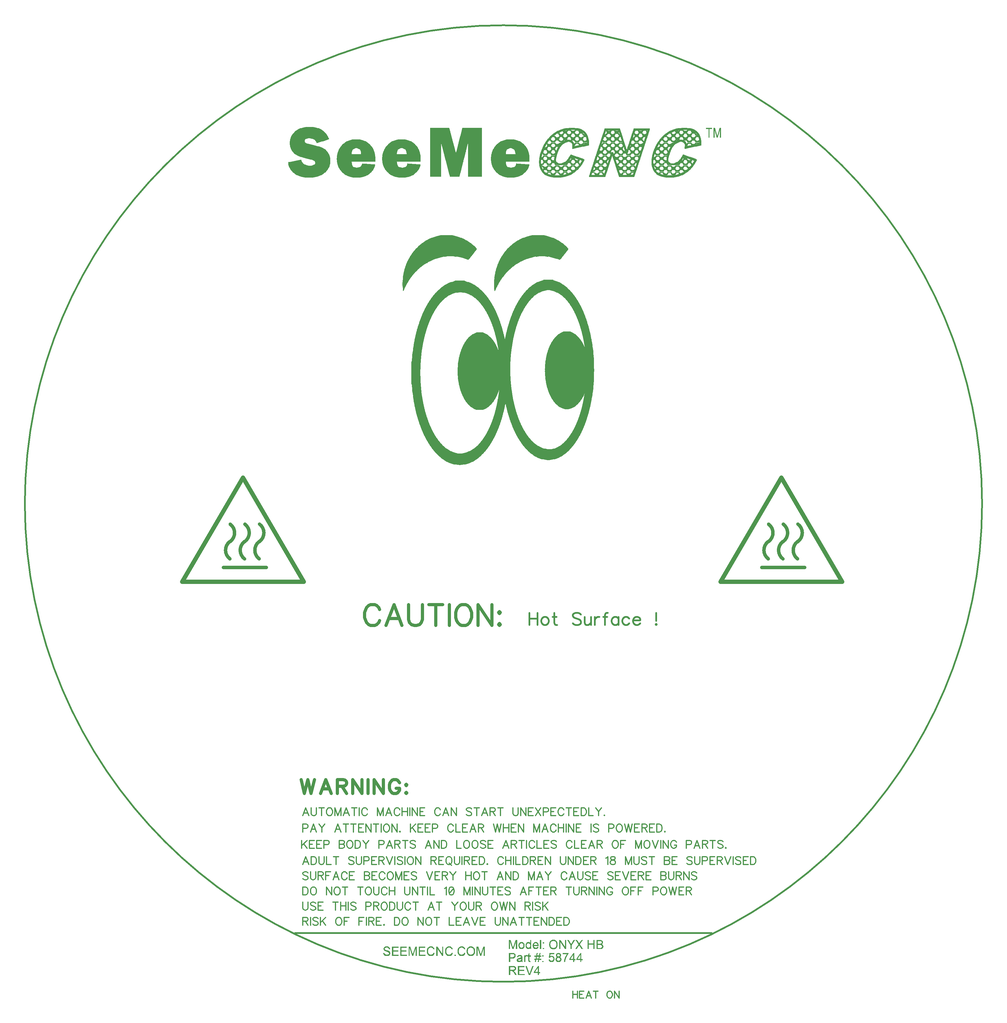
<source format=gbr>
G04 DipTrace 2.3.1.0*
%INTopSilk  58742 rev4 Onyx Blackpoint Engineering.gbr*%
%MOIN*%
%ADD12C,0.003*%
%ADD24C,0.02*%
%ADD25C,0.0216*%
%ADD27C,0.0124*%
%ADD28C,0.05*%
%ADD29C,0.04*%
%ADD30C,0.0139*%
%ADD31C,0.035*%
%ADD39C,0.0371*%
%FSLAX44Y44*%
G04*
G70*
G90*
G75*
G01*
%LNTopSilk*%
%LPD*%
X9846Y64964D2*
D24*
G02X9846Y64964I55118J0D01*
G01*
X96964Y67964D2*
D28*
X103964Y55964D1*
X96964Y67964D2*
X89964Y55964D1*
X103964D1*
X94716Y57588D2*
D29*
X99654D1*
X95458Y58585D2*
G02X95458Y60585I750J1000D01*
G01*
X95500Y62585D2*
G02X95500Y60585I-750J-1000D01*
G01*
X98833Y58585D2*
G02X98833Y60585I750J1000D01*
G01*
X98875Y62585D2*
G02X98875Y60585I-750J-1000D01*
G01*
X97146Y58585D2*
G02X97146Y60585I750J1000D01*
G01*
X97188Y62585D2*
G02X97188Y60585I-750J-1000D01*
G01*
X40964Y15464D2*
D24*
X88964D1*
X51398Y13924D2*
D12*
X51608D1*
X56498D2*
X56708D1*
X58598D2*
X58808D1*
X60038D2*
X60248D1*
X61088D2*
X61298D1*
X51330Y13894D2*
X51676D1*
X52118D2*
X52838D1*
X53078D2*
X53798D1*
X54038D2*
X54218D1*
X54818D2*
X54968D1*
X55208D2*
X55928D1*
X56429D2*
X56770D1*
X57218D2*
X57338D1*
X57908D2*
X57998D1*
X58529D2*
X58870D1*
X59969D2*
X60310D1*
X61020D2*
X61366D1*
X61868D2*
X62048D1*
X62648D2*
X62798D1*
X51275Y13864D2*
X51731D1*
X52118D2*
X52838D1*
X53078D2*
X53798D1*
X54038D2*
X54222D1*
X54803D2*
X54968D1*
X55208D2*
X55928D1*
X56370D2*
X56824D1*
X57218D2*
X57363D1*
X57908D2*
X57998D1*
X58470D2*
X58924D1*
X59910D2*
X60364D1*
X60964D2*
X61422D1*
X61868D2*
X62052D1*
X62633D2*
X62798D1*
X51234Y13834D2*
X51771D1*
X52118D2*
X52838D1*
X53078D2*
X53798D1*
X54038D2*
X54230D1*
X54790D2*
X54968D1*
X55208D2*
X55928D1*
X56322D2*
X56866D1*
X57218D2*
X57386D1*
X57908D2*
X57998D1*
X58422D2*
X58966D1*
X59862D2*
X60406D1*
X60919D2*
X61466D1*
X61868D2*
X62060D1*
X62620D2*
X62798D1*
X51206Y13804D2*
X51375D1*
X51631D2*
X51800D1*
X52118D2*
X52838D1*
X53078D2*
X53798D1*
X54038D2*
X54239D1*
X54779D2*
X54968D1*
X55208D2*
X55928D1*
X56285D2*
X56474D1*
X56702D2*
X56897D1*
X57218D2*
X57407D1*
X57908D2*
X57998D1*
X58385D2*
X58574D1*
X58802D2*
X58997D1*
X59825D2*
X60014D1*
X60242D2*
X60437D1*
X60883D2*
X61100D1*
X61286D2*
X61503D1*
X61868D2*
X62069D1*
X62609D2*
X62798D1*
X51186Y13774D2*
X51331D1*
X51674D2*
X51821D1*
X52118D2*
X52238D1*
X53078D2*
X53198D1*
X54038D2*
X54248D1*
X54768D2*
X54968D1*
X55208D2*
X55328D1*
X56255D2*
X56426D1*
X56749D2*
X56920D1*
X57218D2*
X57428D1*
X57908D2*
X57998D1*
X58355D2*
X58526D1*
X58849D2*
X59020D1*
X59795D2*
X59966D1*
X60289D2*
X60460D1*
X60851D2*
X61034D1*
X61351D2*
X61535D1*
X61868D2*
X62078D1*
X62598D2*
X62798D1*
X51172Y13744D2*
X51300D1*
X51706D2*
X51839D1*
X52118D2*
X52238D1*
X53078D2*
X53198D1*
X54038D2*
X54258D1*
X54758D2*
X54968D1*
X55208D2*
X55328D1*
X56231D2*
X56386D1*
X56788D2*
X56938D1*
X57218D2*
X57448D1*
X57908D2*
X57998D1*
X58331D2*
X58486D1*
X58888D2*
X59038D1*
X59771D2*
X59926D1*
X60328D2*
X60478D1*
X60824D2*
X60984D1*
X61401D2*
X61562D1*
X61868D2*
X62088D1*
X62588D2*
X62798D1*
X51164Y13714D2*
X51277D1*
X51728D2*
X51854D1*
X52118D2*
X52238D1*
X53078D2*
X53198D1*
X54038D2*
X54268D1*
X54748D2*
X54968D1*
X55208D2*
X55328D1*
X56210D2*
X56352D1*
X56819D2*
X56953D1*
X57218D2*
X57468D1*
X57908D2*
X57998D1*
X58310D2*
X58452D1*
X58919D2*
X59053D1*
X59750D2*
X59892D1*
X60359D2*
X60493D1*
X60801D2*
X60946D1*
X61440D2*
X61584D1*
X61868D2*
X62098D1*
X62578D2*
X62798D1*
X51160Y13684D2*
X51261D1*
X51743D2*
X51865D1*
X52118D2*
X52238D1*
X53078D2*
X53198D1*
X54038D2*
X54128D1*
X54189D2*
X54278D1*
X54738D2*
X54968D1*
X55208D2*
X55328D1*
X56193D2*
X56325D1*
X56844D2*
X56965D1*
X57218D2*
X57488D1*
X57908D2*
X57998D1*
X58293D2*
X58425D1*
X58944D2*
X59065D1*
X59733D2*
X59865D1*
X60384D2*
X60505D1*
X60784D2*
X60916D1*
X61469D2*
X61602D1*
X61868D2*
X61958D1*
X62019D2*
X62108D1*
X62568D2*
X62798D1*
X51159Y13654D2*
X51256D1*
X51752D2*
X51872D1*
X52118D2*
X52238D1*
X53078D2*
X53198D1*
X54038D2*
X54128D1*
X54193D2*
X54288D1*
X54728D2*
X54968D1*
X55208D2*
X55328D1*
X56180D2*
X56306D1*
X56866D2*
X56972D1*
X57218D2*
X57508D1*
X57908D2*
X57998D1*
X58280D2*
X58406D1*
X58966D2*
X59072D1*
X59720D2*
X59846D1*
X60406D2*
X60512D1*
X60770D2*
X60892D1*
X61490D2*
X61615D1*
X61868D2*
X61958D1*
X62023D2*
X62118D1*
X62558D2*
X62798D1*
X51159Y13624D2*
X51264D1*
X51758D2*
X51878D1*
X52118D2*
X52238D1*
X53078D2*
X53198D1*
X54038D2*
X54128D1*
X54200D2*
X54298D1*
X54718D2*
X54787D1*
X54848D2*
X54968D1*
X55208D2*
X55328D1*
X56169D2*
X56291D1*
X56888D2*
X56978D1*
X57218D2*
X57338D1*
X57404D2*
X57528D1*
X57908D2*
X57998D1*
X58269D2*
X58391D1*
X58988D2*
X59078D1*
X59709D2*
X59831D1*
X60428D2*
X60518D1*
X60759D2*
X60874D1*
X61504D2*
X61627D1*
X61868D2*
X61958D1*
X62030D2*
X62128D1*
X62548D2*
X62617D1*
X62678D2*
X62798D1*
X51163Y13594D2*
X51277D1*
X52118D2*
X52238D1*
X53078D2*
X53198D1*
X54038D2*
X54128D1*
X54209D2*
X54308D1*
X54708D2*
X54783D1*
X54848D2*
X54968D1*
X55208D2*
X55328D1*
X56158D2*
X56279D1*
X57218D2*
X57338D1*
X57415D2*
X57548D1*
X57908D2*
X57998D1*
X58258D2*
X58379D1*
X59698D2*
X59819D1*
X60748D2*
X60861D1*
X61516D2*
X61637D1*
X61868D2*
X61958D1*
X62039D2*
X62138D1*
X62538D2*
X62613D1*
X62678D2*
X62798D1*
X51171Y13564D2*
X51312D1*
X52118D2*
X52238D1*
X53078D2*
X53198D1*
X54038D2*
X54128D1*
X54218D2*
X54318D1*
X54698D2*
X54775D1*
X54848D2*
X54968D1*
X55208D2*
X55328D1*
X56149D2*
X56269D1*
X57218D2*
X57338D1*
X57431D2*
X57568D1*
X57908D2*
X57998D1*
X58249D2*
X58369D1*
X59689D2*
X59809D1*
X60739D2*
X60854D1*
X61526D2*
X61647D1*
X61868D2*
X61958D1*
X62048D2*
X62148D1*
X62528D2*
X62605D1*
X62678D2*
X62798D1*
X51184Y13534D2*
X51365D1*
X52118D2*
X52238D1*
X53078D2*
X53198D1*
X54038D2*
X54128D1*
X54228D2*
X54327D1*
X54688D2*
X54767D1*
X54848D2*
X54968D1*
X55208D2*
X55328D1*
X56143D2*
X56263D1*
X57218D2*
X57338D1*
X57449D2*
X57588D1*
X57908D2*
X57998D1*
X58243D2*
X58363D1*
X59683D2*
X59803D1*
X60733D2*
X60849D1*
X61534D2*
X61652D1*
X61868D2*
X61958D1*
X62058D2*
X62157D1*
X62518D2*
X62597D1*
X62678D2*
X62798D1*
X51202Y13504D2*
X51439D1*
X52118D2*
X52238D1*
X53078D2*
X53198D1*
X54038D2*
X54128D1*
X54238D2*
X54334D1*
X54678D2*
X54758D1*
X54848D2*
X54968D1*
X55208D2*
X55328D1*
X56140D2*
X56260D1*
X57218D2*
X57338D1*
X57468D2*
X57608D1*
X57908D2*
X57998D1*
X58240D2*
X58360D1*
X59680D2*
X59800D1*
X60730D2*
X60844D1*
X61540D2*
X61656D1*
X61868D2*
X61958D1*
X62068D2*
X62164D1*
X62508D2*
X62588D1*
X62678D2*
X62798D1*
X51227Y13474D2*
X51529D1*
X52118D2*
X52238D1*
X53078D2*
X53198D1*
X54038D2*
X54128D1*
X54248D2*
X54341D1*
X54668D2*
X54748D1*
X54848D2*
X54968D1*
X55208D2*
X55328D1*
X56139D2*
X56259D1*
X57218D2*
X57338D1*
X57488D2*
X57628D1*
X57908D2*
X57998D1*
X58239D2*
X58359D1*
X59679D2*
X59799D1*
X60729D2*
X60836D1*
X61549D2*
X61657D1*
X61868D2*
X61958D1*
X62078D2*
X62171D1*
X62498D2*
X62578D1*
X62678D2*
X62798D1*
X51263Y13444D2*
X51619D1*
X52118D2*
X52808D1*
X53078D2*
X53768D1*
X54038D2*
X54128D1*
X54258D2*
X54349D1*
X54658D2*
X54738D1*
X54848D2*
X54968D1*
X55208D2*
X55898D1*
X56138D2*
X56258D1*
X57218D2*
X57338D1*
X57508D2*
X57648D1*
X57908D2*
X57998D1*
X58238D2*
X58358D1*
X59678D2*
X59798D1*
X60728D2*
X60828D1*
X61557D2*
X61657D1*
X61868D2*
X61958D1*
X62088D2*
X62179D1*
X62488D2*
X62568D1*
X62678D2*
X62798D1*
X51317Y13414D2*
X51698D1*
X52118D2*
X52808D1*
X53078D2*
X53768D1*
X54038D2*
X54128D1*
X54268D2*
X54358D1*
X54648D2*
X54728D1*
X54848D2*
X54968D1*
X55208D2*
X55898D1*
X56138D2*
X56258D1*
X57218D2*
X57338D1*
X57528D2*
X57668D1*
X57908D2*
X57998D1*
X58238D2*
X58358D1*
X59678D2*
X59798D1*
X60728D2*
X60823D1*
X61563D2*
X61658D1*
X61868D2*
X61958D1*
X62098D2*
X62188D1*
X62478D2*
X62558D1*
X62678D2*
X62798D1*
X51390Y13384D2*
X51758D1*
X52118D2*
X52808D1*
X53078D2*
X53768D1*
X54038D2*
X54128D1*
X54278D2*
X54368D1*
X54638D2*
X54718D1*
X54848D2*
X54968D1*
X55208D2*
X55898D1*
X56138D2*
X56258D1*
X57218D2*
X57338D1*
X57548D2*
X57688D1*
X57908D2*
X57998D1*
X58238D2*
X58358D1*
X59678D2*
X59798D1*
X60728D2*
X60821D1*
X61564D2*
X61658D1*
X61868D2*
X61958D1*
X62108D2*
X62198D1*
X62468D2*
X62548D1*
X62678D2*
X62798D1*
X51476Y13354D2*
X51804D1*
X52118D2*
X52808D1*
X53078D2*
X53768D1*
X54038D2*
X54128D1*
X54288D2*
X54378D1*
X54628D2*
X54708D1*
X54848D2*
X54968D1*
X55208D2*
X55898D1*
X56138D2*
X56258D1*
X57218D2*
X57338D1*
X57568D2*
X57708D1*
X57908D2*
X57998D1*
X58238D2*
X58358D1*
X59678D2*
X59798D1*
X60728D2*
X60824D1*
X61562D2*
X61658D1*
X61868D2*
X61958D1*
X62118D2*
X62208D1*
X62458D2*
X62538D1*
X62678D2*
X62798D1*
X51563Y13324D2*
X51838D1*
X52118D2*
X52238D1*
X53078D2*
X53198D1*
X54038D2*
X54128D1*
X54298D2*
X54388D1*
X54618D2*
X54698D1*
X54848D2*
X54968D1*
X55208D2*
X55328D1*
X56138D2*
X56258D1*
X57218D2*
X57338D1*
X57588D2*
X57728D1*
X57908D2*
X57998D1*
X58238D2*
X58358D1*
X59678D2*
X59798D1*
X60728D2*
X60830D1*
X61555D2*
X61658D1*
X61868D2*
X61958D1*
X62128D2*
X62218D1*
X62448D2*
X62528D1*
X62678D2*
X62798D1*
X51639Y13294D2*
X51862D1*
X52118D2*
X52238D1*
X53078D2*
X53198D1*
X54038D2*
X54128D1*
X54308D2*
X54398D1*
X54608D2*
X54688D1*
X54848D2*
X54968D1*
X55208D2*
X55328D1*
X56138D2*
X56258D1*
X57218D2*
X57338D1*
X57608D2*
X57748D1*
X57908D2*
X57998D1*
X58238D2*
X58358D1*
X59678D2*
X59798D1*
X60728D2*
X60838D1*
X61548D2*
X61658D1*
X61868D2*
X61958D1*
X62138D2*
X62228D1*
X62438D2*
X62518D1*
X62678D2*
X62798D1*
X51698Y13264D2*
X51881D1*
X52118D2*
X52238D1*
X53078D2*
X53198D1*
X54038D2*
X54128D1*
X54318D2*
X54408D1*
X54598D2*
X54678D1*
X54848D2*
X54968D1*
X55208D2*
X55328D1*
X56139D2*
X56259D1*
X57218D2*
X57338D1*
X57628D2*
X57768D1*
X57908D2*
X57998D1*
X58239D2*
X58359D1*
X59679D2*
X59799D1*
X60729D2*
X60843D1*
X61543D2*
X61657D1*
X61868D2*
X61958D1*
X62148D2*
X62238D1*
X62428D2*
X62508D1*
X62678D2*
X62798D1*
X51745Y13234D2*
X51894D1*
X52118D2*
X52238D1*
X53078D2*
X53198D1*
X54038D2*
X54128D1*
X54328D2*
X54418D1*
X54588D2*
X54668D1*
X54848D2*
X54968D1*
X55208D2*
X55328D1*
X56143D2*
X56263D1*
X57218D2*
X57338D1*
X57648D2*
X57788D1*
X57908D2*
X57998D1*
X58243D2*
X58363D1*
X59683D2*
X59803D1*
X60733D2*
X60847D1*
X61539D2*
X61653D1*
X61868D2*
X61958D1*
X62158D2*
X62248D1*
X62418D2*
X62498D1*
X62678D2*
X62798D1*
X51766Y13204D2*
X51901D1*
X52118D2*
X52238D1*
X53078D2*
X53198D1*
X54038D2*
X54128D1*
X54338D2*
X54428D1*
X54578D2*
X54658D1*
X54848D2*
X54968D1*
X55208D2*
X55328D1*
X56150D2*
X56270D1*
X56918D2*
X56948D1*
X57218D2*
X57338D1*
X57668D2*
X57809D1*
X57907D2*
X57998D1*
X58250D2*
X58370D1*
X59018D2*
X59048D1*
X59690D2*
X59810D1*
X60458D2*
X60488D1*
X60740D2*
X60852D1*
X61533D2*
X61645D1*
X61868D2*
X61958D1*
X62168D2*
X62258D1*
X62408D2*
X62488D1*
X62678D2*
X62798D1*
X51098Y13174D2*
X51218D1*
X51778D2*
X51905D1*
X52118D2*
X52238D1*
X53078D2*
X53198D1*
X54038D2*
X54128D1*
X54348D2*
X54438D1*
X54568D2*
X54648D1*
X54848D2*
X54968D1*
X55208D2*
X55328D1*
X56159D2*
X56279D1*
X56899D2*
X56979D1*
X57218D2*
X57338D1*
X57688D2*
X57835D1*
X57902D2*
X57998D1*
X58259D2*
X58379D1*
X58999D2*
X59079D1*
X59699D2*
X59819D1*
X60439D2*
X60519D1*
X60749D2*
X60861D1*
X61525D2*
X61637D1*
X61868D2*
X61958D1*
X62178D2*
X62268D1*
X62398D2*
X62478D1*
X62678D2*
X62798D1*
X51112Y13144D2*
X51229D1*
X51784D2*
X51906D1*
X52118D2*
X52238D1*
X53078D2*
X53198D1*
X54038D2*
X54128D1*
X54358D2*
X54449D1*
X54556D2*
X54638D1*
X54848D2*
X54968D1*
X55208D2*
X55328D1*
X56168D2*
X56289D1*
X56882D2*
X56992D1*
X57218D2*
X57338D1*
X57708D2*
X57869D1*
X57892D2*
X57998D1*
X58268D2*
X58389D1*
X58982D2*
X59092D1*
X59708D2*
X59829D1*
X60422D2*
X60532D1*
X60758D2*
X60874D1*
X61512D2*
X61628D1*
X61868D2*
X61958D1*
X62188D2*
X62279D1*
X62386D2*
X62468D1*
X62678D2*
X62798D1*
X51121Y13114D2*
X51243D1*
X51785D2*
X51902D1*
X52118D2*
X52238D1*
X53078D2*
X53198D1*
X54038D2*
X54128D1*
X54368D2*
X54464D1*
X54541D2*
X54628D1*
X54848D2*
X54968D1*
X55208D2*
X55328D1*
X56179D2*
X56304D1*
X56865D2*
X56989D1*
X57218D2*
X57338D1*
X57728D2*
X57998D1*
X58279D2*
X58404D1*
X58965D2*
X59089D1*
X59719D2*
X59844D1*
X60405D2*
X60529D1*
X60769D2*
X60891D1*
X61494D2*
X61616D1*
X61868D2*
X61958D1*
X62198D2*
X62294D1*
X62371D2*
X62458D1*
X62678D2*
X62798D1*
X51130Y13084D2*
X51261D1*
X51783D2*
X51894D1*
X52118D2*
X52238D1*
X53078D2*
X53198D1*
X54038D2*
X54128D1*
X54378D2*
X54488D1*
X54518D2*
X54618D1*
X54848D2*
X54968D1*
X55208D2*
X55328D1*
X56193D2*
X56325D1*
X56845D2*
X56981D1*
X57218D2*
X57338D1*
X57748D2*
X57998D1*
X58293D2*
X58425D1*
X58945D2*
X59081D1*
X59733D2*
X59865D1*
X60385D2*
X60521D1*
X60783D2*
X60914D1*
X61471D2*
X61602D1*
X61868D2*
X61958D1*
X62208D2*
X62318D1*
X62348D2*
X62448D1*
X62678D2*
X62798D1*
X51140Y13054D2*
X51286D1*
X51772D2*
X51883D1*
X52118D2*
X52238D1*
X53078D2*
X53198D1*
X54038D2*
X54128D1*
X54388D2*
X54608D1*
X54848D2*
X54968D1*
X55208D2*
X55328D1*
X56210D2*
X56353D1*
X56820D2*
X56968D1*
X57218D2*
X57338D1*
X57768D2*
X57998D1*
X58310D2*
X58453D1*
X58920D2*
X59068D1*
X59750D2*
X59893D1*
X60360D2*
X60508D1*
X60801D2*
X60944D1*
X61442D2*
X61585D1*
X61868D2*
X61958D1*
X62218D2*
X62438D1*
X62678D2*
X62798D1*
X51153Y13024D2*
X51317D1*
X51744D2*
X51869D1*
X52118D2*
X52238D1*
X53078D2*
X53198D1*
X54038D2*
X54128D1*
X54398D2*
X54598D1*
X54848D2*
X54968D1*
X55208D2*
X55328D1*
X56229D2*
X56394D1*
X56789D2*
X56953D1*
X57218D2*
X57338D1*
X57788D2*
X57998D1*
X58329D2*
X58494D1*
X58889D2*
X59053D1*
X59769D2*
X59934D1*
X60329D2*
X60493D1*
X60824D2*
X60989D1*
X61397D2*
X61562D1*
X61868D2*
X61958D1*
X62228D2*
X62428D1*
X62678D2*
X62798D1*
X51171Y12994D2*
X51402D1*
X51661D2*
X51854D1*
X52118D2*
X52238D1*
X53078D2*
X53198D1*
X54038D2*
X54128D1*
X54408D2*
X54588D1*
X54848D2*
X54968D1*
X55208D2*
X55328D1*
X56249D2*
X56468D1*
X56709D2*
X56934D1*
X57218D2*
X57338D1*
X57808D2*
X57998D1*
X58349D2*
X58568D1*
X58809D2*
X59034D1*
X59789D2*
X60008D1*
X60249D2*
X60474D1*
X60850D2*
X61070D1*
X61315D2*
X61535D1*
X61868D2*
X61958D1*
X62238D2*
X62418D1*
X62678D2*
X62798D1*
X51195Y12964D2*
X51534D1*
X51530D2*
X51834D1*
X52118D2*
X52868D1*
X53078D2*
X53828D1*
X54038D2*
X54128D1*
X54418D2*
X54578D1*
X54848D2*
X54968D1*
X55208D2*
X55958D1*
X56274D2*
X56589D1*
X56587D2*
X56907D1*
X57218D2*
X57338D1*
X57828D2*
X57998D1*
X58374D2*
X58689D1*
X58687D2*
X59007D1*
X59318D2*
X59438D1*
X59814D2*
X60129D1*
X60127D2*
X60447D1*
X60880D2*
X61200D1*
X61186D2*
X61505D1*
X61868D2*
X61958D1*
X62248D2*
X62408D1*
X62678D2*
X62798D1*
X51228Y12934D2*
X51804D1*
X52118D2*
X52868D1*
X53078D2*
X53828D1*
X54038D2*
X54128D1*
X54428D2*
X54568D1*
X54848D2*
X54968D1*
X55208D2*
X55958D1*
X56308D2*
X56871D1*
X57218D2*
X57338D1*
X57847D2*
X57998D1*
X58408D2*
X58971D1*
X59318D2*
X59438D1*
X59848D2*
X60411D1*
X60916D2*
X61470D1*
X61868D2*
X61958D1*
X62258D2*
X62398D1*
X62678D2*
X62798D1*
X51273Y12904D2*
X51761D1*
X52118D2*
X52868D1*
X53078D2*
X53828D1*
X54038D2*
X54128D1*
X54442D2*
X54557D1*
X54848D2*
X54968D1*
X55208D2*
X55958D1*
X56352D2*
X56825D1*
X57218D2*
X57338D1*
X57864D2*
X57998D1*
X58452D2*
X58925D1*
X59318D2*
X59438D1*
X59892D2*
X60365D1*
X60962D2*
X61423D1*
X61868D2*
X61958D1*
X62272D2*
X62387D1*
X62678D2*
X62798D1*
X51332Y12874D2*
X51703D1*
X52118D2*
X52868D1*
X53078D2*
X53828D1*
X54038D2*
X54128D1*
X54458D2*
X54548D1*
X54848D2*
X54968D1*
X55208D2*
X55958D1*
X56407D2*
X56769D1*
X57218D2*
X57338D1*
X57878D2*
X57998D1*
X58507D2*
X58869D1*
X59318D2*
X59438D1*
X59947D2*
X60309D1*
X61021D2*
X61364D1*
X61868D2*
X61958D1*
X62288D2*
X62378D1*
X62678D2*
X62798D1*
X51398Y12844D2*
X51638D1*
X56468D2*
X56708D1*
X58568D2*
X58808D1*
X60008D2*
X60248D1*
X61088D2*
X61298D1*
X51398Y13924D2*
X51330Y13894D1*
X51275Y13864D1*
X51234Y13834D1*
X51206Y13804D1*
X51186Y13774D1*
X51172Y13744D1*
X51164Y13714D1*
X51160Y13684D1*
X51159Y13654D1*
Y13624D1*
X51163Y13594D1*
X51171Y13564D1*
X51184Y13534D1*
X51202Y13504D1*
X51227Y13474D1*
X51263Y13444D1*
X51317Y13414D1*
X51390Y13384D1*
X51476Y13354D1*
X51563Y13324D1*
X51639Y13294D1*
X51698Y13264D1*
X51745Y13234D1*
X51766Y13204D1*
X51778Y13174D1*
X51784Y13144D1*
X51785Y13114D1*
X51783Y13084D1*
X51772Y13054D1*
X51744Y13024D1*
X51661Y12994D1*
X51530Y12964D1*
X51368Y12934D1*
X51608Y13924D2*
X51676Y13894D1*
X51731Y13864D1*
X51771Y13834D1*
X51800Y13804D1*
X51821Y13774D1*
X51839Y13744D1*
X51854Y13714D1*
X51865Y13684D1*
X51872Y13654D1*
X51878Y13624D1*
X56498Y13924D2*
X56429Y13894D1*
X56370Y13864D1*
X56322Y13834D1*
X56285Y13804D1*
X56255Y13774D1*
X56231Y13744D1*
X56210Y13714D1*
X56193Y13684D1*
X56180Y13654D1*
X56169Y13624D1*
X56158Y13594D1*
X56149Y13564D1*
X56143Y13534D1*
X56140Y13504D1*
X56139Y13474D1*
X56138Y13444D1*
Y13414D1*
Y13384D1*
Y13354D1*
Y13324D1*
Y13294D1*
X56139Y13264D1*
X56143Y13234D1*
X56150Y13204D1*
X56159Y13174D1*
X56168Y13144D1*
X56179Y13114D1*
X56193Y13084D1*
X56210Y13054D1*
X56229Y13024D1*
X56249Y12994D1*
X56274Y12964D1*
X56308Y12934D1*
X56352Y12904D1*
X56407Y12874D1*
X56468Y12844D1*
X56708Y13924D2*
X56770Y13894D1*
X56824Y13864D1*
X56866Y13834D1*
X56897Y13804D1*
X56920Y13774D1*
X56938Y13744D1*
X56953Y13714D1*
X56965Y13684D1*
X56972Y13654D1*
X56978Y13624D1*
X58598Y13924D2*
X58529Y13894D1*
X58470Y13864D1*
X58422Y13834D1*
X58385Y13804D1*
X58355Y13774D1*
X58331Y13744D1*
X58310Y13714D1*
X58293Y13684D1*
X58280Y13654D1*
X58269Y13624D1*
X58258Y13594D1*
X58249Y13564D1*
X58243Y13534D1*
X58240Y13504D1*
X58239Y13474D1*
X58238Y13444D1*
Y13414D1*
Y13384D1*
Y13354D1*
Y13324D1*
Y13294D1*
X58239Y13264D1*
X58243Y13234D1*
X58250Y13204D1*
X58259Y13174D1*
X58268Y13144D1*
X58279Y13114D1*
X58293Y13084D1*
X58310Y13054D1*
X58329Y13024D1*
X58349Y12994D1*
X58374Y12964D1*
X58408Y12934D1*
X58452Y12904D1*
X58507Y12874D1*
X58568Y12844D1*
X58808Y13924D2*
X58870Y13894D1*
X58924Y13864D1*
X58966Y13834D1*
X58997Y13804D1*
X59020Y13774D1*
X59038Y13744D1*
X59053Y13714D1*
X59065Y13684D1*
X59072Y13654D1*
X59078Y13624D1*
X60038Y13924D2*
X59969Y13894D1*
X59910Y13864D1*
X59862Y13834D1*
X59825Y13804D1*
X59795Y13774D1*
X59771Y13744D1*
X59750Y13714D1*
X59733Y13684D1*
X59720Y13654D1*
X59709Y13624D1*
X59698Y13594D1*
X59689Y13564D1*
X59683Y13534D1*
X59680Y13504D1*
X59679Y13474D1*
X59678Y13444D1*
Y13414D1*
Y13384D1*
Y13354D1*
Y13324D1*
Y13294D1*
X59679Y13264D1*
X59683Y13234D1*
X59690Y13204D1*
X59699Y13174D1*
X59708Y13144D1*
X59719Y13114D1*
X59733Y13084D1*
X59750Y13054D1*
X59769Y13024D1*
X59789Y12994D1*
X59814Y12964D1*
X59848Y12934D1*
X59892Y12904D1*
X59947Y12874D1*
X60008Y12844D1*
X60248Y13924D2*
X60310Y13894D1*
X60364Y13864D1*
X60406Y13834D1*
X60437Y13804D1*
X60460Y13774D1*
X60478Y13744D1*
X60493Y13714D1*
X60505Y13684D1*
X60512Y13654D1*
X60518Y13624D1*
X61088Y13924D2*
X61020Y13894D1*
X60964Y13864D1*
X60919Y13834D1*
X60883Y13804D1*
X60851Y13774D1*
X60824Y13744D1*
X60801Y13714D1*
X60784Y13684D1*
X60770Y13654D1*
X60759Y13624D1*
X60748Y13594D1*
X60739Y13564D1*
X60733Y13534D1*
X60730Y13504D1*
X60729Y13474D1*
X60728Y13444D1*
Y13414D1*
Y13384D1*
Y13354D1*
Y13324D1*
Y13294D1*
X60729Y13264D1*
X60733Y13234D1*
X60740Y13204D1*
X60749Y13174D1*
X60758Y13144D1*
X60769Y13114D1*
X60783Y13084D1*
X60801Y13054D1*
X60824Y13024D1*
X60850Y12994D1*
X60880Y12964D1*
X60916Y12934D1*
X60962Y12904D1*
X61021Y12874D1*
X61088Y12844D1*
X61298Y13924D2*
X61366Y13894D1*
X61422Y13864D1*
X61466Y13834D1*
X61503Y13804D1*
X61535Y13774D1*
X61562Y13744D1*
X61584Y13714D1*
X61602Y13684D1*
X61615Y13654D1*
X61627Y13624D1*
X61637Y13594D1*
X61647Y13564D1*
X61652Y13534D1*
X61656Y13504D1*
X61657Y13474D1*
Y13444D1*
X61658Y13414D1*
Y13384D1*
Y13354D1*
Y13324D1*
Y13294D1*
X61657Y13264D1*
X61653Y13234D1*
X61645Y13204D1*
X61637Y13174D1*
X61628Y13144D1*
X61616Y13114D1*
X61602Y13084D1*
X61585Y13054D1*
X61562Y13024D1*
X61535Y12994D1*
X61505Y12964D1*
X61470Y12934D1*
X61423Y12904D1*
X61364Y12874D1*
X61298Y12844D1*
X52118Y13894D2*
Y13864D1*
Y13834D1*
Y13804D1*
Y13774D1*
Y13744D1*
Y13714D1*
Y13684D1*
Y13654D1*
Y13624D1*
Y13594D1*
Y13564D1*
Y13534D1*
Y13504D1*
Y13474D1*
Y13444D1*
Y13414D1*
Y13384D1*
Y13354D1*
Y13324D1*
Y13294D1*
Y13264D1*
Y13234D1*
Y13204D1*
Y13174D1*
Y13144D1*
Y13114D1*
Y13084D1*
Y13054D1*
Y13024D1*
Y12994D1*
Y12964D1*
Y12934D1*
Y12904D1*
Y12874D1*
X52838Y13894D2*
Y13864D1*
Y13834D1*
Y13804D1*
X53078Y13894D2*
Y13864D1*
Y13834D1*
Y13804D1*
Y13774D1*
Y13744D1*
Y13714D1*
Y13684D1*
Y13654D1*
Y13624D1*
Y13594D1*
Y13564D1*
Y13534D1*
Y13504D1*
Y13474D1*
Y13444D1*
Y13414D1*
Y13384D1*
Y13354D1*
Y13324D1*
Y13294D1*
Y13264D1*
Y13234D1*
Y13204D1*
Y13174D1*
Y13144D1*
Y13114D1*
Y13084D1*
Y13054D1*
Y13024D1*
Y12994D1*
Y12964D1*
Y12934D1*
Y12904D1*
Y12874D1*
X53798Y13894D2*
Y13864D1*
Y13834D1*
Y13804D1*
X54038Y13894D2*
Y13864D1*
Y13834D1*
Y13804D1*
Y13774D1*
Y13744D1*
Y13714D1*
Y13684D1*
Y13654D1*
Y13624D1*
Y13594D1*
Y13564D1*
Y13534D1*
Y13504D1*
Y13474D1*
Y13444D1*
Y13414D1*
Y13384D1*
Y13354D1*
Y13324D1*
Y13294D1*
Y13264D1*
Y13234D1*
Y13204D1*
Y13174D1*
Y13144D1*
Y13114D1*
Y13084D1*
Y13054D1*
Y13024D1*
Y12994D1*
Y12964D1*
Y12934D1*
Y12904D1*
Y12874D1*
X54218Y13894D2*
X54222Y13864D1*
X54230Y13834D1*
X54239Y13804D1*
X54248Y13774D1*
X54258Y13744D1*
X54268Y13714D1*
X54278Y13684D1*
X54288Y13654D1*
X54298Y13624D1*
X54308Y13594D1*
X54318Y13564D1*
X54327Y13534D1*
X54334Y13504D1*
X54341Y13474D1*
X54349Y13444D1*
X54358Y13414D1*
X54368Y13384D1*
X54378Y13354D1*
X54388Y13324D1*
X54398Y13294D1*
X54408Y13264D1*
X54418Y13234D1*
X54428Y13204D1*
X54438Y13174D1*
X54449Y13144D1*
X54464Y13114D1*
X54488Y13084D1*
X54518Y13054D1*
X54818Y13894D2*
X54803Y13864D1*
X54790Y13834D1*
X54779Y13804D1*
X54768Y13774D1*
X54758Y13744D1*
X54748Y13714D1*
X54738Y13684D1*
X54728Y13654D1*
X54718Y13624D1*
X54708Y13594D1*
X54698Y13564D1*
X54688Y13534D1*
X54678Y13504D1*
X54668Y13474D1*
X54658Y13444D1*
X54648Y13414D1*
X54638Y13384D1*
X54628Y13354D1*
X54618Y13324D1*
X54608Y13294D1*
X54598Y13264D1*
X54588Y13234D1*
X54578Y13204D1*
X54568Y13174D1*
X54556Y13144D1*
X54541Y13114D1*
X54518Y13084D1*
X54488Y13054D1*
X54968Y13894D2*
Y13864D1*
Y13834D1*
Y13804D1*
Y13774D1*
Y13744D1*
Y13714D1*
Y13684D1*
Y13654D1*
Y13624D1*
Y13594D1*
Y13564D1*
Y13534D1*
Y13504D1*
Y13474D1*
Y13444D1*
Y13414D1*
Y13384D1*
Y13354D1*
Y13324D1*
Y13294D1*
Y13264D1*
Y13234D1*
Y13204D1*
Y13174D1*
Y13144D1*
Y13114D1*
Y13084D1*
Y13054D1*
Y13024D1*
Y12994D1*
Y12964D1*
Y12934D1*
Y12904D1*
Y12874D1*
X55208Y13894D2*
Y13864D1*
Y13834D1*
Y13804D1*
Y13774D1*
Y13744D1*
Y13714D1*
Y13684D1*
Y13654D1*
Y13624D1*
Y13594D1*
Y13564D1*
Y13534D1*
Y13504D1*
Y13474D1*
Y13444D1*
Y13414D1*
Y13384D1*
Y13354D1*
Y13324D1*
Y13294D1*
Y13264D1*
Y13234D1*
Y13204D1*
Y13174D1*
Y13144D1*
Y13114D1*
Y13084D1*
Y13054D1*
Y13024D1*
Y12994D1*
Y12964D1*
Y12934D1*
Y12904D1*
Y12874D1*
X55928Y13894D2*
Y13864D1*
Y13834D1*
Y13804D1*
X57218Y13894D2*
Y13864D1*
Y13834D1*
Y13804D1*
Y13774D1*
Y13744D1*
Y13714D1*
Y13684D1*
Y13654D1*
Y13624D1*
Y13594D1*
Y13564D1*
Y13534D1*
Y13504D1*
Y13474D1*
Y13444D1*
Y13414D1*
Y13384D1*
Y13354D1*
Y13324D1*
Y13294D1*
Y13264D1*
Y13234D1*
Y13204D1*
Y13174D1*
Y13144D1*
Y13114D1*
Y13084D1*
Y13054D1*
Y13024D1*
Y12994D1*
Y12964D1*
Y12934D1*
Y12904D1*
Y12874D1*
X57338Y13894D2*
X57363Y13864D1*
X57386Y13834D1*
X57407Y13804D1*
X57428Y13774D1*
X57448Y13744D1*
X57468Y13714D1*
X57488Y13684D1*
X57508Y13654D1*
X57528Y13624D1*
X57548Y13594D1*
X57568Y13564D1*
X57588Y13534D1*
X57608Y13504D1*
X57628Y13474D1*
X57648Y13444D1*
X57668Y13414D1*
X57688Y13384D1*
X57708Y13354D1*
X57728Y13324D1*
X57748Y13294D1*
X57768Y13264D1*
X57788Y13234D1*
X57809Y13204D1*
X57835Y13174D1*
X57869Y13144D1*
X57908Y13114D1*
Y13894D2*
Y13864D1*
Y13834D1*
Y13804D1*
Y13774D1*
Y13744D1*
Y13714D1*
Y13684D1*
Y13654D1*
Y13624D1*
Y13594D1*
Y13564D1*
Y13534D1*
Y13504D1*
Y13474D1*
Y13444D1*
Y13414D1*
Y13384D1*
Y13354D1*
Y13324D1*
Y13294D1*
Y13264D1*
Y13234D1*
X57907Y13204D1*
X57902Y13174D1*
X57892Y13144D1*
X57878Y13114D1*
X57998Y13894D2*
Y13864D1*
Y13834D1*
Y13804D1*
Y13774D1*
Y13744D1*
Y13714D1*
Y13684D1*
Y13654D1*
Y13624D1*
Y13594D1*
Y13564D1*
Y13534D1*
Y13504D1*
Y13474D1*
Y13444D1*
Y13414D1*
Y13384D1*
Y13354D1*
Y13324D1*
Y13294D1*
Y13264D1*
Y13234D1*
Y13204D1*
Y13174D1*
Y13144D1*
Y13114D1*
Y13084D1*
Y13054D1*
Y13024D1*
Y12994D1*
Y12964D1*
Y12934D1*
Y12904D1*
Y12874D1*
X61868Y13894D2*
Y13864D1*
Y13834D1*
Y13804D1*
Y13774D1*
Y13744D1*
Y13714D1*
Y13684D1*
Y13654D1*
Y13624D1*
Y13594D1*
Y13564D1*
Y13534D1*
Y13504D1*
Y13474D1*
Y13444D1*
Y13414D1*
Y13384D1*
Y13354D1*
Y13324D1*
Y13294D1*
Y13264D1*
Y13234D1*
Y13204D1*
Y13174D1*
Y13144D1*
Y13114D1*
Y13084D1*
Y13054D1*
Y13024D1*
Y12994D1*
Y12964D1*
Y12934D1*
Y12904D1*
Y12874D1*
X62048Y13894D2*
X62052Y13864D1*
X62060Y13834D1*
X62069Y13804D1*
X62078Y13774D1*
X62088Y13744D1*
X62098Y13714D1*
X62108Y13684D1*
X62118Y13654D1*
X62128Y13624D1*
X62138Y13594D1*
X62148Y13564D1*
X62157Y13534D1*
X62164Y13504D1*
X62171Y13474D1*
X62179Y13444D1*
X62188Y13414D1*
X62198Y13384D1*
X62208Y13354D1*
X62218Y13324D1*
X62228Y13294D1*
X62238Y13264D1*
X62248Y13234D1*
X62258Y13204D1*
X62268Y13174D1*
X62279Y13144D1*
X62294Y13114D1*
X62318Y13084D1*
X62348Y13054D1*
X62648Y13894D2*
X62633Y13864D1*
X62620Y13834D1*
X62609Y13804D1*
X62598Y13774D1*
X62588Y13744D1*
X62578Y13714D1*
X62568Y13684D1*
X62558Y13654D1*
X62548Y13624D1*
X62538Y13594D1*
X62528Y13564D1*
X62518Y13534D1*
X62508Y13504D1*
X62498Y13474D1*
X62488Y13444D1*
X62478Y13414D1*
X62468Y13384D1*
X62458Y13354D1*
X62448Y13324D1*
X62438Y13294D1*
X62428Y13264D1*
X62418Y13234D1*
X62408Y13204D1*
X62398Y13174D1*
X62386Y13144D1*
X62371Y13114D1*
X62348Y13084D1*
X62318Y13054D1*
X62798Y13894D2*
Y13864D1*
Y13834D1*
Y13804D1*
Y13774D1*
Y13744D1*
Y13714D1*
Y13684D1*
Y13654D1*
Y13624D1*
Y13594D1*
Y13564D1*
Y13534D1*
Y13504D1*
Y13474D1*
Y13444D1*
Y13414D1*
Y13384D1*
Y13354D1*
Y13324D1*
Y13294D1*
Y13264D1*
Y13234D1*
Y13204D1*
Y13174D1*
Y13144D1*
Y13114D1*
Y13084D1*
Y13054D1*
Y13024D1*
Y12994D1*
Y12964D1*
Y12934D1*
Y12904D1*
Y12874D1*
X51428Y13834D2*
X51375Y13804D1*
X51331Y13774D1*
X51300Y13744D1*
X51277Y13714D1*
X51261Y13684D1*
X51256Y13654D1*
X51264Y13624D1*
X51277Y13594D1*
X51312Y13564D1*
X51365Y13534D1*
X51439Y13504D1*
X51529Y13474D1*
X51619Y13444D1*
X51698Y13414D1*
X51758Y13384D1*
X51804Y13354D1*
X51838Y13324D1*
X51862Y13294D1*
X51881Y13264D1*
X51894Y13234D1*
X51901Y13204D1*
X51905Y13174D1*
X51906Y13144D1*
X51902Y13114D1*
X51894Y13084D1*
X51883Y13054D1*
X51869Y13024D1*
X51854Y12994D1*
X51834Y12964D1*
X51804Y12934D1*
X51761Y12904D1*
X51703Y12874D1*
X51638Y12844D1*
X51578Y13834D2*
X51631Y13804D1*
X51674Y13774D1*
X51706Y13744D1*
X51728Y13714D1*
X51743Y13684D1*
X51752Y13654D1*
X51758Y13624D1*
X56528Y13834D2*
X56474Y13804D1*
X56426Y13774D1*
X56386Y13744D1*
X56352Y13714D1*
X56325Y13684D1*
X56306Y13654D1*
X56291Y13624D1*
X56279Y13594D1*
X56269Y13564D1*
X56263Y13534D1*
X56260Y13504D1*
X56259Y13474D1*
X56258Y13444D1*
Y13414D1*
Y13384D1*
Y13354D1*
Y13324D1*
Y13294D1*
X56259Y13264D1*
X56263Y13234D1*
X56270Y13204D1*
X56279Y13174D1*
X56289Y13144D1*
X56304Y13114D1*
X56325Y13084D1*
X56353Y13054D1*
X56394Y13024D1*
X56468Y12994D1*
X56589Y12964D1*
X56738Y12934D1*
X56648Y13834D2*
X56702Y13804D1*
X56749Y13774D1*
X56788Y13744D1*
X56819Y13714D1*
X56844Y13684D1*
X56866Y13654D1*
X56888Y13624D1*
X58628Y13834D2*
X58574Y13804D1*
X58526Y13774D1*
X58486Y13744D1*
X58452Y13714D1*
X58425Y13684D1*
X58406Y13654D1*
X58391Y13624D1*
X58379Y13594D1*
X58369Y13564D1*
X58363Y13534D1*
X58360Y13504D1*
X58359Y13474D1*
X58358Y13444D1*
Y13414D1*
Y13384D1*
Y13354D1*
Y13324D1*
Y13294D1*
X58359Y13264D1*
X58363Y13234D1*
X58370Y13204D1*
X58379Y13174D1*
X58389Y13144D1*
X58404Y13114D1*
X58425Y13084D1*
X58453Y13054D1*
X58494Y13024D1*
X58568Y12994D1*
X58689Y12964D1*
X58838Y12934D1*
X58748Y13834D2*
X58802Y13804D1*
X58849Y13774D1*
X58888Y13744D1*
X58919Y13714D1*
X58944Y13684D1*
X58966Y13654D1*
X58988Y13624D1*
X60068Y13834D2*
X60014Y13804D1*
X59966Y13774D1*
X59926Y13744D1*
X59892Y13714D1*
X59865Y13684D1*
X59846Y13654D1*
X59831Y13624D1*
X59819Y13594D1*
X59809Y13564D1*
X59803Y13534D1*
X59800Y13504D1*
X59799Y13474D1*
X59798Y13444D1*
Y13414D1*
Y13384D1*
Y13354D1*
Y13324D1*
Y13294D1*
X59799Y13264D1*
X59803Y13234D1*
X59810Y13204D1*
X59819Y13174D1*
X59829Y13144D1*
X59844Y13114D1*
X59865Y13084D1*
X59893Y13054D1*
X59934Y13024D1*
X60008Y12994D1*
X60129Y12964D1*
X60278Y12934D1*
X60188Y13834D2*
X60242Y13804D1*
X60289Y13774D1*
X60328Y13744D1*
X60359Y13714D1*
X60384Y13684D1*
X60406Y13654D1*
X60428Y13624D1*
X61178Y13834D2*
X61100Y13804D1*
X61034Y13774D1*
X60984Y13744D1*
X60946Y13714D1*
X60916Y13684D1*
X60892Y13654D1*
X60874Y13624D1*
X60861Y13594D1*
X60854Y13564D1*
X60849Y13534D1*
X60844Y13504D1*
X60836Y13474D1*
X60828Y13444D1*
X60823Y13414D1*
X60821Y13384D1*
X60824Y13354D1*
X60830Y13324D1*
X60838Y13294D1*
X60843Y13264D1*
X60847Y13234D1*
X60852Y13204D1*
X60861Y13174D1*
X60874Y13144D1*
X60891Y13114D1*
X60914Y13084D1*
X60944Y13054D1*
X60989Y13024D1*
X61070Y12994D1*
X61200Y12964D1*
X61358Y12934D1*
X61208Y13834D2*
X61286Y13804D1*
X61351Y13774D1*
X61401Y13744D1*
X61440Y13714D1*
X61469Y13684D1*
X61490Y13654D1*
X61504Y13624D1*
X61516Y13594D1*
X61526Y13564D1*
X61534Y13534D1*
X61540Y13504D1*
X61549Y13474D1*
X61557Y13444D1*
X61563Y13414D1*
X61564Y13384D1*
X61562Y13354D1*
X61555Y13324D1*
X61548Y13294D1*
X61543Y13264D1*
X61539Y13234D1*
X61533Y13204D1*
X61525Y13174D1*
X61512Y13144D1*
X61494Y13114D1*
X61471Y13084D1*
X61442Y13054D1*
X61397Y13024D1*
X61315Y12994D1*
X61186Y12964D1*
X61028Y12934D1*
X52238Y13804D2*
Y13774D1*
Y13744D1*
Y13714D1*
Y13684D1*
Y13654D1*
Y13624D1*
Y13594D1*
Y13564D1*
Y13534D1*
Y13504D1*
Y13474D1*
Y13444D1*
X53198Y13804D2*
Y13774D1*
Y13744D1*
Y13714D1*
Y13684D1*
Y13654D1*
Y13624D1*
Y13594D1*
Y13564D1*
Y13534D1*
Y13504D1*
Y13474D1*
Y13444D1*
X55328Y13804D2*
Y13774D1*
Y13744D1*
Y13714D1*
Y13684D1*
Y13654D1*
Y13624D1*
Y13594D1*
Y13564D1*
Y13534D1*
Y13504D1*
Y13474D1*
Y13444D1*
X54128Y13714D2*
Y13684D1*
Y13654D1*
Y13624D1*
Y13594D1*
Y13564D1*
Y13534D1*
Y13504D1*
Y13474D1*
Y13444D1*
Y13414D1*
Y13384D1*
Y13354D1*
Y13324D1*
Y13294D1*
Y13264D1*
Y13234D1*
Y13204D1*
Y13174D1*
Y13144D1*
Y13114D1*
Y13084D1*
Y13054D1*
Y13024D1*
Y12994D1*
Y12964D1*
Y12934D1*
Y12904D1*
Y12874D1*
X54188Y13714D2*
X54189Y13684D1*
X54193Y13654D1*
X54200Y13624D1*
X54209Y13594D1*
X54218Y13564D1*
X54228Y13534D1*
X54238Y13504D1*
X54248Y13474D1*
X54258Y13444D1*
X54268Y13414D1*
X54278Y13384D1*
X54288Y13354D1*
X54298Y13324D1*
X54308Y13294D1*
X54318Y13264D1*
X54328Y13234D1*
X54338Y13204D1*
X54348Y13174D1*
X54358Y13144D1*
X54368Y13114D1*
X54378Y13084D1*
X54388Y13054D1*
X54398Y13024D1*
X54408Y12994D1*
X54418Y12964D1*
X54428Y12934D1*
X54442Y12904D1*
X54458Y12874D1*
X61958Y13714D2*
Y13684D1*
Y13654D1*
Y13624D1*
Y13594D1*
Y13564D1*
Y13534D1*
Y13504D1*
Y13474D1*
Y13444D1*
Y13414D1*
Y13384D1*
Y13354D1*
Y13324D1*
Y13294D1*
Y13264D1*
Y13234D1*
Y13204D1*
Y13174D1*
Y13144D1*
Y13114D1*
Y13084D1*
Y13054D1*
Y13024D1*
Y12994D1*
Y12964D1*
Y12934D1*
Y12904D1*
Y12874D1*
X62018Y13714D2*
X62019Y13684D1*
X62023Y13654D1*
X62030Y13624D1*
X62039Y13594D1*
X62048Y13564D1*
X62058Y13534D1*
X62068Y13504D1*
X62078Y13474D1*
X62088Y13444D1*
X62098Y13414D1*
X62108Y13384D1*
X62118Y13354D1*
X62128Y13324D1*
X62138Y13294D1*
X62148Y13264D1*
X62158Y13234D1*
X62168Y13204D1*
X62178Y13174D1*
X62188Y13144D1*
X62198Y13114D1*
X62208Y13084D1*
X62218Y13054D1*
X62228Y13024D1*
X62238Y12994D1*
X62248Y12964D1*
X62258Y12934D1*
X62272Y12904D1*
X62288Y12874D1*
X54788Y13654D2*
X54787Y13624D1*
X54783Y13594D1*
X54775Y13564D1*
X54767Y13534D1*
X54758Y13504D1*
X54748Y13474D1*
X54738Y13444D1*
X54728Y13414D1*
X54718Y13384D1*
X54708Y13354D1*
X54698Y13324D1*
X54688Y13294D1*
X54678Y13264D1*
X54668Y13234D1*
X54658Y13204D1*
X54648Y13174D1*
X54638Y13144D1*
X54628Y13114D1*
X54618Y13084D1*
X54608Y13054D1*
X54598Y13024D1*
X54588Y12994D1*
X54578Y12964D1*
X54568Y12934D1*
X54557Y12904D1*
X54548Y12874D1*
X54848Y13654D2*
Y13624D1*
Y13594D1*
Y13564D1*
Y13534D1*
Y13504D1*
Y13474D1*
Y13444D1*
Y13414D1*
Y13384D1*
Y13354D1*
Y13324D1*
Y13294D1*
Y13264D1*
Y13234D1*
Y13204D1*
Y13174D1*
Y13144D1*
Y13114D1*
Y13084D1*
Y13054D1*
Y13024D1*
Y12994D1*
Y12964D1*
Y12934D1*
Y12904D1*
Y12874D1*
X57338Y13654D2*
Y13624D1*
Y13594D1*
Y13564D1*
Y13534D1*
Y13504D1*
Y13474D1*
Y13444D1*
Y13414D1*
Y13384D1*
Y13354D1*
Y13324D1*
Y13294D1*
Y13264D1*
Y13234D1*
Y13204D1*
Y13174D1*
Y13144D1*
Y13114D1*
Y13084D1*
Y13054D1*
Y13024D1*
Y12994D1*
Y12964D1*
Y12934D1*
Y12904D1*
Y12874D1*
X57398Y13654D2*
X57404Y13624D1*
X57415Y13594D1*
X57431Y13564D1*
X57449Y13534D1*
X57468Y13504D1*
X57488Y13474D1*
X57508Y13444D1*
X57528Y13414D1*
X57548Y13384D1*
X57568Y13354D1*
X57588Y13324D1*
X57608Y13294D1*
X57628Y13264D1*
X57648Y13234D1*
X57668Y13204D1*
X57688Y13174D1*
X57708Y13144D1*
X57728Y13114D1*
X57748Y13084D1*
X57768Y13054D1*
X57788Y13024D1*
X57808Y12994D1*
X57828Y12964D1*
X57847Y12934D1*
X57864Y12904D1*
X57878Y12874D1*
X62618Y13654D2*
X62617Y13624D1*
X62613Y13594D1*
X62605Y13564D1*
X62597Y13534D1*
X62588Y13504D1*
X62578Y13474D1*
X62568Y13444D1*
X62558Y13414D1*
X62548Y13384D1*
X62538Y13354D1*
X62528Y13324D1*
X62518Y13294D1*
X62508Y13264D1*
X62498Y13234D1*
X62488Y13204D1*
X62478Y13174D1*
X62468Y13144D1*
X62458Y13114D1*
X62448Y13084D1*
X62438Y13054D1*
X62428Y13024D1*
X62418Y12994D1*
X62408Y12964D1*
X62398Y12934D1*
X62387Y12904D1*
X62378Y12874D1*
X62678Y13654D2*
Y13624D1*
Y13594D1*
Y13564D1*
Y13534D1*
Y13504D1*
Y13474D1*
Y13444D1*
Y13414D1*
Y13384D1*
Y13354D1*
Y13324D1*
Y13294D1*
Y13264D1*
Y13234D1*
Y13204D1*
Y13174D1*
Y13144D1*
Y13114D1*
Y13084D1*
Y13054D1*
Y13024D1*
Y12994D1*
Y12964D1*
Y12934D1*
Y12904D1*
Y12874D1*
X52808Y13444D2*
Y13414D1*
Y13384D1*
Y13354D1*
X53768Y13444D2*
Y13414D1*
Y13384D1*
Y13354D1*
X55898Y13444D2*
Y13414D1*
Y13384D1*
Y13354D1*
X52238D2*
Y13324D1*
Y13294D1*
Y13264D1*
Y13234D1*
Y13204D1*
Y13174D1*
Y13144D1*
Y13114D1*
Y13084D1*
Y13054D1*
Y13024D1*
Y12994D1*
Y12964D1*
X53198Y13354D2*
Y13324D1*
Y13294D1*
Y13264D1*
Y13234D1*
Y13204D1*
Y13174D1*
Y13144D1*
Y13114D1*
Y13084D1*
Y13054D1*
Y13024D1*
Y12994D1*
Y12964D1*
X55328Y13354D2*
Y13324D1*
Y13294D1*
Y13264D1*
Y13234D1*
Y13204D1*
Y13174D1*
Y13144D1*
Y13114D1*
Y13084D1*
Y13054D1*
Y13024D1*
Y12994D1*
Y12964D1*
X56918Y13204D2*
X56899Y13174D1*
X56882Y13144D1*
X56865Y13114D1*
X56845Y13084D1*
X56820Y13054D1*
X56789Y13024D1*
X56709Y12994D1*
X56587Y12964D1*
X56438Y12934D1*
X56948Y13204D2*
X56979Y13174D1*
X56992Y13144D1*
X56989Y13114D1*
X56981Y13084D1*
X56968Y13054D1*
X56953Y13024D1*
X56934Y12994D1*
X56907Y12964D1*
X56871Y12934D1*
X56825Y12904D1*
X56769Y12874D1*
X56708Y12844D1*
X59018Y13204D2*
X58999Y13174D1*
X58982Y13144D1*
X58965Y13114D1*
X58945Y13084D1*
X58920Y13054D1*
X58889Y13024D1*
X58809Y12994D1*
X58687Y12964D1*
X58538Y12934D1*
X59048Y13204D2*
X59079Y13174D1*
X59092Y13144D1*
X59089Y13114D1*
X59081Y13084D1*
X59068Y13054D1*
X59053Y13024D1*
X59034Y12994D1*
X59007Y12964D1*
X58971Y12934D1*
X58925Y12904D1*
X58869Y12874D1*
X58808Y12844D1*
X60458Y13204D2*
X60439Y13174D1*
X60422Y13144D1*
X60405Y13114D1*
X60385Y13084D1*
X60360Y13054D1*
X60329Y13024D1*
X60249Y12994D1*
X60127Y12964D1*
X59978Y12934D1*
X60488Y13204D2*
X60519Y13174D1*
X60532Y13144D1*
X60529Y13114D1*
X60521Y13084D1*
X60508Y13054D1*
X60493Y13024D1*
X60474Y12994D1*
X60447Y12964D1*
X60411Y12934D1*
X60365Y12904D1*
X60309Y12874D1*
X60248Y12844D1*
X51098Y13174D2*
X51112Y13144D1*
X51121Y13114D1*
X51130Y13084D1*
X51140Y13054D1*
X51153Y13024D1*
X51171Y12994D1*
X51195Y12964D1*
X51228Y12934D1*
X51273Y12904D1*
X51332Y12874D1*
X51398Y12844D1*
X51218Y13174D2*
X51229Y13144D1*
X51243Y13114D1*
X51261Y13084D1*
X51286Y13054D1*
X51317Y13024D1*
X51402Y12994D1*
X51534Y12964D1*
X51698Y12934D1*
X52868Y12964D2*
Y12934D1*
Y12904D1*
Y12874D1*
X53828Y12964D2*
Y12934D1*
Y12904D1*
Y12874D1*
X55958Y12964D2*
Y12934D1*
Y12904D1*
Y12874D1*
X59318Y12964D2*
Y12934D1*
Y12904D1*
Y12874D1*
X59438Y12964D2*
Y12934D1*
Y12904D1*
Y12874D1*
X42547Y23360D2*
D30*
X42201Y24264D1*
X41857Y23360D1*
X41987Y23661D2*
X42417D1*
X42825Y24264D2*
Y23360D1*
X43126D1*
X43255Y23403D1*
X43342Y23489D1*
X43385Y23575D1*
X43427Y23704D1*
Y23920D1*
X43385Y24049D1*
X43342Y24135D1*
X43255Y24221D1*
X43126Y24264D1*
X42825D1*
X43705D2*
Y23618D1*
X43748Y23489D1*
X43835Y23403D1*
X43964Y23360D1*
X44050D1*
X44179Y23403D1*
X44265Y23489D1*
X44308Y23618D1*
Y24264D1*
X44586D2*
Y23360D1*
X45102D1*
X45682Y24264D2*
Y23360D1*
X45380Y24264D2*
X45983D1*
X47739Y24135D2*
X47653Y24221D1*
X47524Y24264D1*
X47352D1*
X47223Y24221D1*
X47136Y24135D1*
Y24049D1*
X47180Y23962D1*
X47223Y23920D1*
X47308Y23877D1*
X47567Y23790D1*
X47653Y23748D1*
X47696Y23704D1*
X47739Y23618D1*
Y23489D1*
X47653Y23403D1*
X47524Y23360D1*
X47352D1*
X47223Y23403D1*
X47136Y23489D1*
X48017Y24264D2*
Y23618D1*
X48060Y23489D1*
X48146Y23403D1*
X48275Y23360D1*
X48361D1*
X48490Y23403D1*
X48577Y23489D1*
X48620Y23618D1*
Y24264D1*
X48898Y23790D2*
X49286D1*
X49414Y23833D1*
X49458Y23877D1*
X49500Y23962D1*
Y24092D1*
X49458Y24177D1*
X49414Y24221D1*
X49286Y24264D1*
X48898D1*
Y23360D1*
X50337Y24264D2*
X49778D1*
Y23360D1*
X50337D1*
X49778Y23833D2*
X50123D1*
X50615D2*
X51002D1*
X51132Y23877D1*
X51175Y23920D1*
X51218Y24005D1*
Y24092D1*
X51175Y24177D1*
X51132Y24221D1*
X51002Y24264D1*
X50615D1*
Y23360D1*
X50917Y23833D2*
X51218Y23360D1*
X51496Y24264D2*
X51840Y23360D1*
X52185Y24264D1*
X52462D2*
Y23360D1*
X53343Y24135D2*
X53258Y24221D1*
X53128Y24264D1*
X52956D1*
X52827Y24221D1*
X52740Y24135D1*
Y24049D1*
X52784Y23962D1*
X52827Y23920D1*
X52913Y23877D1*
X53171Y23790D1*
X53258Y23748D1*
X53301Y23704D1*
X53343Y23618D1*
Y23489D1*
X53258Y23403D1*
X53128Y23360D1*
X52956D1*
X52827Y23403D1*
X52740Y23489D1*
X53621Y24264D2*
Y23360D1*
X54158Y24264D2*
X54071Y24221D1*
X53986Y24135D1*
X53942Y24049D1*
X53899Y23920D1*
Y23704D1*
X53942Y23575D1*
X53986Y23489D1*
X54071Y23403D1*
X54158Y23360D1*
X54330D1*
X54415Y23403D1*
X54502Y23489D1*
X54545Y23575D1*
X54588Y23704D1*
Y23920D1*
X54545Y24049D1*
X54502Y24135D1*
X54415Y24221D1*
X54330Y24264D1*
X54158D1*
X55468D2*
Y23360D1*
X54865Y24264D1*
Y23360D1*
X56621Y23833D2*
X57008D1*
X57137Y23877D1*
X57181Y23920D1*
X57224Y24005D1*
Y24092D1*
X57181Y24177D1*
X57137Y24221D1*
X57008Y24264D1*
X56621D1*
Y23360D1*
X56922Y23833D2*
X57224Y23360D1*
X58061Y24264D2*
X57502D1*
Y23360D1*
X58061D1*
X57502Y23833D2*
X57846D1*
X58598Y24264D2*
X58512Y24222D1*
X58425Y24136D1*
X58383Y24049D1*
X58339Y23920D1*
Y23705D1*
X58383Y23575D1*
X58425Y23490D1*
X58512Y23403D1*
X58598Y23361D1*
X58770D1*
X58856Y23403D1*
X58942Y23490D1*
X58985Y23575D1*
X59028Y23705D1*
Y23920D1*
X58985Y24049D1*
X58942Y24136D1*
X58856Y24222D1*
X58770Y24264D1*
X58598D1*
X58727Y23533D2*
X58985Y23274D1*
X59306Y24264D2*
Y23618D1*
X59349Y23489D1*
X59436Y23403D1*
X59565Y23360D1*
X59650D1*
X59780Y23403D1*
X59866Y23489D1*
X59909Y23618D1*
Y24264D1*
X60187D2*
Y23360D1*
X60465Y23833D2*
X60852D1*
X60981Y23877D1*
X61025Y23920D1*
X61068Y24005D1*
Y24092D1*
X61025Y24177D1*
X60981Y24221D1*
X60852Y24264D1*
X60465D1*
Y23360D1*
X60766Y23833D2*
X61068Y23360D1*
X61905Y24264D2*
X61346D1*
Y23360D1*
X61905D1*
X61346Y23833D2*
X61690D1*
X62183Y24264D2*
Y23360D1*
X62484D1*
X62613Y23403D1*
X62700Y23489D1*
X62743Y23575D1*
X62786Y23704D1*
Y23920D1*
X62743Y24049D1*
X62700Y24135D1*
X62613Y24221D1*
X62484Y24264D1*
X62183D1*
X63106Y23446D2*
X63063Y23402D1*
X63106Y23360D1*
X63150Y23402D1*
X63106Y23446D1*
X64948Y24049D2*
X64906Y24135D1*
X64819Y24221D1*
X64734Y24264D1*
X64561D1*
X64475Y24221D1*
X64389Y24135D1*
X64346Y24049D1*
X64303Y23920D1*
Y23704D1*
X64346Y23575D1*
X64389Y23489D1*
X64475Y23403D1*
X64561Y23360D1*
X64734D1*
X64819Y23403D1*
X64906Y23489D1*
X64948Y23575D1*
X65226Y24264D2*
Y23360D1*
X65829Y24264D2*
Y23360D1*
X65226Y23833D2*
X65829D1*
X66107Y24264D2*
Y23360D1*
X66385Y24264D2*
Y23360D1*
X66901D1*
X67179Y24264D2*
Y23360D1*
X67481D1*
X67610Y23403D1*
X67697Y23489D1*
X67739Y23575D1*
X67782Y23704D1*
Y23920D1*
X67739Y24049D1*
X67697Y24135D1*
X67610Y24221D1*
X67481Y24264D1*
X67179D1*
X68060Y23833D2*
X68447D1*
X68576Y23877D1*
X68620Y23920D1*
X68663Y24005D1*
Y24092D1*
X68620Y24177D1*
X68576Y24221D1*
X68447Y24264D1*
X68060D1*
Y23360D1*
X68361Y23833D2*
X68663Y23360D1*
X69500Y24264D2*
X68941D1*
Y23360D1*
X69500D1*
X68941Y23833D2*
X69285D1*
X70381Y24264D2*
Y23360D1*
X69778Y24264D1*
Y23360D1*
X71533Y24264D2*
Y23618D1*
X71576Y23489D1*
X71663Y23403D1*
X71792Y23360D1*
X71878D1*
X72007Y23403D1*
X72094Y23489D1*
X72136Y23618D1*
Y24264D1*
X73017D2*
Y23360D1*
X72414Y24264D1*
Y23360D1*
X73295Y24264D2*
Y23360D1*
X73596D1*
X73726Y23403D1*
X73812Y23489D1*
X73855Y23575D1*
X73898Y23704D1*
Y23920D1*
X73855Y24049D1*
X73812Y24135D1*
X73726Y24221D1*
X73596Y24264D1*
X73295D1*
X74735D2*
X74176D1*
Y23360D1*
X74735D1*
X74176Y23833D2*
X74520D1*
X75013D2*
X75400D1*
X75529Y23877D1*
X75573Y23920D1*
X75616Y24005D1*
Y24092D1*
X75573Y24177D1*
X75529Y24221D1*
X75400Y24264D1*
X75013D1*
Y23360D1*
X75314Y23833D2*
X75616Y23360D1*
X76768Y24091D2*
X76855Y24135D1*
X76984Y24263D1*
Y23360D1*
X77477Y24263D2*
X77349Y24220D1*
X77305Y24135D1*
Y24048D1*
X77349Y23962D1*
X77434Y23919D1*
X77606Y23876D1*
X77736Y23833D1*
X77821Y23747D1*
X77864Y23661D1*
Y23532D1*
X77821Y23446D1*
X77779Y23402D1*
X77649Y23360D1*
X77477D1*
X77349Y23402D1*
X77305Y23446D1*
X77262Y23532D1*
Y23661D1*
X77305Y23747D1*
X77392Y23833D1*
X77520Y23876D1*
X77692Y23919D1*
X77779Y23962D1*
X77821Y24048D1*
Y24135D1*
X77779Y24220D1*
X77649Y24263D1*
X77477D1*
X79705Y23360D2*
Y24264D1*
X79361Y23360D1*
X79017Y24264D1*
Y23360D1*
X79983Y24264D2*
Y23618D1*
X80026Y23489D1*
X80112Y23403D1*
X80242Y23360D1*
X80327D1*
X80457Y23403D1*
X80543Y23489D1*
X80586Y23618D1*
Y24264D1*
X81467Y24135D2*
X81381Y24221D1*
X81252Y24264D1*
X81080D1*
X80950Y24221D1*
X80864Y24135D1*
Y24049D1*
X80908Y23962D1*
X80950Y23920D1*
X81036Y23877D1*
X81295Y23790D1*
X81381Y23748D1*
X81424Y23704D1*
X81467Y23618D1*
Y23489D1*
X81381Y23403D1*
X81252Y23360D1*
X81080D1*
X80950Y23403D1*
X80864Y23489D1*
X82046Y24264D2*
Y23360D1*
X81745Y24264D2*
X82348D1*
X83500D2*
Y23360D1*
X83888D1*
X84018Y23403D1*
X84060Y23446D1*
X84103Y23532D1*
Y23661D1*
X84060Y23748D1*
X84018Y23790D1*
X83888Y23833D1*
X84018Y23877D1*
X84060Y23920D1*
X84103Y24005D1*
Y24092D1*
X84060Y24177D1*
X84018Y24221D1*
X83888Y24264D1*
X83500D1*
Y23833D2*
X83888D1*
X84940Y24264D2*
X84381D1*
Y23360D1*
X84940D1*
X84381Y23833D2*
X84725D1*
X86696Y24135D2*
X86610Y24221D1*
X86481Y24264D1*
X86309D1*
X86179Y24221D1*
X86093Y24135D1*
Y24049D1*
X86137Y23962D1*
X86179Y23920D1*
X86265Y23877D1*
X86524Y23790D1*
X86610Y23748D1*
X86653Y23704D1*
X86696Y23618D1*
Y23489D1*
X86610Y23403D1*
X86481Y23360D1*
X86309D1*
X86179Y23403D1*
X86093Y23489D1*
X86974Y24264D2*
Y23618D1*
X87016Y23489D1*
X87103Y23403D1*
X87232Y23360D1*
X87318D1*
X87447Y23403D1*
X87534Y23489D1*
X87577Y23618D1*
Y24264D1*
X87855Y23790D2*
X88242D1*
X88371Y23833D1*
X88415Y23877D1*
X88457Y23962D1*
Y24092D1*
X88415Y24177D1*
X88371Y24221D1*
X88242Y24264D1*
X87855D1*
Y23360D1*
X89294Y24264D2*
X88735D1*
Y23360D1*
X89294D1*
X88735Y23833D2*
X89080D1*
X89572D2*
X89959D1*
X90089Y23877D1*
X90132Y23920D1*
X90175Y24005D1*
Y24092D1*
X90132Y24177D1*
X90089Y24221D1*
X89959Y24264D1*
X89572D1*
Y23360D1*
X89874Y23833D2*
X90175Y23360D1*
X90453Y24264D2*
X90797Y23360D1*
X91142Y24264D1*
X91419D2*
Y23360D1*
X92300Y24135D2*
X92215Y24221D1*
X92085Y24264D1*
X91913D1*
X91784Y24221D1*
X91697Y24135D1*
Y24049D1*
X91741Y23962D1*
X91784Y23920D1*
X91869Y23877D1*
X92128Y23790D1*
X92215Y23748D1*
X92257Y23704D1*
X92300Y23618D1*
Y23489D1*
X92215Y23403D1*
X92085Y23360D1*
X91913D1*
X91784Y23403D1*
X91697Y23489D1*
X93137Y24264D2*
X92578D1*
Y23360D1*
X93137D1*
X92578Y23833D2*
X92922D1*
X93415Y24264D2*
Y23360D1*
X93717D1*
X93846Y23403D1*
X93932Y23489D1*
X93975Y23575D1*
X94018Y23704D1*
Y23920D1*
X93975Y24049D1*
X93932Y24135D1*
X93846Y24221D1*
X93717Y24264D1*
X93415D1*
X41857Y20764D2*
Y19860D1*
X42159D1*
X42288Y19903D1*
X42375Y19989D1*
X42417Y20075D1*
X42460Y20204D1*
Y20420D1*
X42417Y20549D1*
X42375Y20635D1*
X42288Y20721D1*
X42159Y20764D1*
X41857D1*
X42997D2*
X42910Y20721D1*
X42825Y20635D1*
X42781Y20549D1*
X42738Y20420D1*
Y20204D1*
X42781Y20075D1*
X42825Y19989D1*
X42910Y19903D1*
X42997Y19860D1*
X43169D1*
X43254Y19903D1*
X43341Y19989D1*
X43384Y20075D1*
X43426Y20204D1*
Y20420D1*
X43384Y20549D1*
X43341Y20635D1*
X43254Y20721D1*
X43169Y20764D1*
X42997D1*
X45182D2*
Y19860D1*
X44579Y20764D1*
Y19860D1*
X45719Y20764D2*
X45632Y20721D1*
X45547Y20635D1*
X45503Y20549D1*
X45460Y20420D1*
Y20204D1*
X45503Y20075D1*
X45547Y19989D1*
X45632Y19903D1*
X45719Y19860D1*
X45891D1*
X45976Y19903D1*
X46063Y19989D1*
X46106Y20075D1*
X46148Y20204D1*
Y20420D1*
X46106Y20549D1*
X46063Y20635D1*
X45976Y20721D1*
X45891Y20764D1*
X45719D1*
X46728D2*
Y19860D1*
X46426Y20764D2*
X47029D1*
X48483D2*
Y19860D1*
X48182Y20764D2*
X48785D1*
X49321D2*
X49235Y20721D1*
X49149Y20635D1*
X49105Y20549D1*
X49063Y20420D1*
Y20204D1*
X49105Y20075D1*
X49149Y19989D1*
X49235Y19903D1*
X49321Y19860D1*
X49493D1*
X49579Y19903D1*
X49666Y19989D1*
X49708Y20075D1*
X49751Y20204D1*
Y20420D1*
X49708Y20549D1*
X49666Y20635D1*
X49579Y20721D1*
X49493Y20764D1*
X49321D1*
X50029D2*
Y20118D1*
X50072Y19989D1*
X50158Y19903D1*
X50288Y19860D1*
X50373D1*
X50503Y19903D1*
X50589Y19989D1*
X50632Y20118D1*
Y20764D1*
X51556Y20549D2*
X51513Y20635D1*
X51426Y20721D1*
X51341Y20764D1*
X51169D1*
X51082Y20721D1*
X50996Y20635D1*
X50953Y20549D1*
X50910Y20420D1*
Y20204D1*
X50953Y20075D1*
X50996Y19989D1*
X51082Y19903D1*
X51169Y19860D1*
X51341D1*
X51426Y19903D1*
X51513Y19989D1*
X51556Y20075D1*
X51833Y20764D2*
Y19860D1*
X52436Y20764D2*
Y19860D1*
X51833Y20333D2*
X52436D1*
X53589Y20764D2*
Y20118D1*
X53632Y19989D1*
X53718Y19903D1*
X53848Y19860D1*
X53933D1*
X54063Y19903D1*
X54149Y19989D1*
X54192Y20118D1*
Y20764D1*
X55073D2*
Y19860D1*
X54470Y20764D1*
Y19860D1*
X55652Y20764D2*
Y19860D1*
X55351Y20764D2*
X55953D1*
X56231D2*
Y19860D1*
X56509Y20764D2*
Y19860D1*
X57026D1*
X58178Y20591D2*
X58265Y20635D1*
X58394Y20763D1*
Y19860D1*
X58931Y20763D2*
X58801Y20720D1*
X58715Y20591D1*
X58672Y20376D1*
Y20247D1*
X58715Y20032D1*
X58801Y19902D1*
X58931Y19860D1*
X59016D1*
X59146Y19902D1*
X59231Y20032D1*
X59275Y20247D1*
Y20376D1*
X59231Y20591D1*
X59146Y20720D1*
X59016Y20763D1*
X58931D1*
X59231Y20591D2*
X58715Y20032D1*
X61116Y19860D2*
Y20764D1*
X60772Y19860D1*
X60428Y20764D1*
Y19860D1*
X61394Y20764D2*
Y19860D1*
X62275Y20764D2*
Y19860D1*
X61672Y20764D1*
Y19860D1*
X62553Y20764D2*
Y20118D1*
X62596Y19989D1*
X62682Y19903D1*
X62811Y19860D1*
X62897D1*
X63026Y19903D1*
X63113Y19989D1*
X63156Y20118D1*
Y20764D1*
X63735D2*
Y19860D1*
X63434Y20764D2*
X64036D1*
X64873D2*
X64314D1*
Y19860D1*
X64873D1*
X64314Y20333D2*
X64659D1*
X65754Y20635D2*
X65669Y20721D1*
X65539Y20764D1*
X65367D1*
X65238Y20721D1*
X65151Y20635D1*
Y20549D1*
X65195Y20462D1*
X65238Y20420D1*
X65323Y20377D1*
X65582Y20290D1*
X65669Y20248D1*
X65711Y20204D1*
X65754Y20118D1*
Y19989D1*
X65669Y19903D1*
X65539Y19860D1*
X65367D1*
X65238Y19903D1*
X65151Y19989D1*
X67596Y19860D2*
X67251Y20764D1*
X66907Y19860D1*
X67036Y20161D2*
X67467D1*
X68434Y20764D2*
X67874D1*
Y19860D1*
Y20333D2*
X68219D1*
X69014Y20764D2*
Y19860D1*
X68712Y20764D2*
X69315D1*
X70152D2*
X69593D1*
Y19860D1*
X70152D1*
X69593Y20333D2*
X69937D1*
X70430D2*
X70817D1*
X70946Y20377D1*
X70990Y20420D1*
X71033Y20505D1*
Y20592D1*
X70990Y20677D1*
X70946Y20721D1*
X70817Y20764D1*
X70430D1*
Y19860D1*
X70732Y20333D2*
X71033Y19860D1*
X72487Y20764D2*
Y19860D1*
X72186Y20764D2*
X72789D1*
X73066D2*
Y20118D1*
X73109Y19989D1*
X73196Y19903D1*
X73325Y19860D1*
X73411D1*
X73540Y19903D1*
X73627Y19989D1*
X73669Y20118D1*
Y20764D1*
X73947Y20333D2*
X74334D1*
X74464Y20377D1*
X74507Y20420D1*
X74550Y20505D1*
Y20592D1*
X74507Y20677D1*
X74464Y20721D1*
X74334Y20764D1*
X73947D1*
Y19860D1*
X74249Y20333D2*
X74550Y19860D1*
X75431Y20764D2*
Y19860D1*
X74828Y20764D1*
Y19860D1*
X75709Y20764D2*
Y19860D1*
X76590Y20764D2*
Y19860D1*
X75987Y20764D1*
Y19860D1*
X77513Y20549D2*
X77470Y20635D1*
X77384Y20721D1*
X77298Y20764D1*
X77126D1*
X77040Y20721D1*
X76954Y20635D1*
X76910Y20549D1*
X76868Y20420D1*
Y20204D1*
X76910Y20075D1*
X76954Y19989D1*
X77040Y19903D1*
X77126Y19860D1*
X77298D1*
X77384Y19903D1*
X77470Y19989D1*
X77513Y20075D1*
Y20204D1*
X77298D1*
X78925Y20764D2*
X78838Y20721D1*
X78752Y20635D1*
X78709Y20549D1*
X78666Y20420D1*
Y20204D1*
X78709Y20075D1*
X78752Y19989D1*
X78838Y19903D1*
X78925Y19860D1*
X79097D1*
X79182Y19903D1*
X79269Y19989D1*
X79312Y20075D1*
X79354Y20204D1*
Y20420D1*
X79312Y20549D1*
X79269Y20635D1*
X79182Y20721D1*
X79097Y20764D1*
X78925D1*
X80192D2*
X79632D1*
Y19860D1*
Y20333D2*
X79976D1*
X81030Y20764D2*
X80470D1*
Y19860D1*
Y20333D2*
X80814D1*
X82183Y20290D2*
X82571D1*
X82699Y20333D1*
X82743Y20377D1*
X82786Y20462D1*
Y20592D1*
X82743Y20677D1*
X82699Y20721D1*
X82571Y20764D1*
X82183D1*
Y19860D1*
X83323Y20764D2*
X83236Y20721D1*
X83150Y20635D1*
X83107Y20549D1*
X83064Y20420D1*
Y20204D1*
X83107Y20075D1*
X83150Y19989D1*
X83236Y19903D1*
X83323Y19860D1*
X83495D1*
X83580Y19903D1*
X83667Y19989D1*
X83710Y20075D1*
X83752Y20204D1*
Y20420D1*
X83710Y20549D1*
X83667Y20635D1*
X83580Y20721D1*
X83495Y20764D1*
X83323D1*
X84030D2*
X84246Y19860D1*
X84461Y20764D1*
X84676Y19860D1*
X84892Y20764D1*
X85729D2*
X85170D1*
Y19860D1*
X85729D1*
X85170Y20333D2*
X85514D1*
X86007D2*
X86394D1*
X86523Y20377D1*
X86567Y20420D1*
X86610Y20505D1*
Y20592D1*
X86567Y20677D1*
X86523Y20721D1*
X86394Y20764D1*
X86007D1*
Y19860D1*
X86308Y20333D2*
X86610Y19860D1*
X42460Y22385D2*
X42375Y22471D1*
X42245Y22514D1*
X42073D1*
X41944Y22471D1*
X41857Y22385D1*
Y22299D1*
X41901Y22212D1*
X41944Y22170D1*
X42029Y22127D1*
X42288Y22040D1*
X42375Y21998D1*
X42417Y21954D1*
X42460Y21868D1*
Y21739D1*
X42375Y21653D1*
X42245Y21610D1*
X42073D1*
X41944Y21653D1*
X41857Y21739D1*
X42738Y22514D2*
Y21868D1*
X42781Y21739D1*
X42867Y21653D1*
X42997Y21610D1*
X43082D1*
X43212Y21653D1*
X43298Y21739D1*
X43341Y21868D1*
Y22514D1*
X43619Y22083D2*
X44006D1*
X44135Y22127D1*
X44179Y22170D1*
X44222Y22255D1*
Y22342D1*
X44179Y22427D1*
X44135Y22471D1*
X44006Y22514D1*
X43619D1*
Y21610D1*
X43920Y22083D2*
X44222Y21610D1*
X45060Y22514D2*
X44500D1*
Y21610D1*
Y22083D2*
X44844D1*
X46027Y21610D2*
X45682Y22514D1*
X45338Y21610D1*
X45467Y21911D2*
X45898D1*
X46951Y22299D2*
X46908Y22385D1*
X46821Y22471D1*
X46736Y22514D1*
X46564D1*
X46477Y22471D1*
X46392Y22385D1*
X46348Y22299D1*
X46305Y22170D1*
Y21954D1*
X46348Y21825D1*
X46392Y21739D1*
X46477Y21653D1*
X46564Y21610D1*
X46736D1*
X46821Y21653D1*
X46908Y21739D1*
X46951Y21825D1*
X47788Y22514D2*
X47229D1*
Y21610D1*
X47788D1*
X47229Y22083D2*
X47573D1*
X48940Y22514D2*
Y21610D1*
X49328D1*
X49458Y21653D1*
X49500Y21696D1*
X49543Y21782D1*
Y21911D1*
X49500Y21998D1*
X49458Y22040D1*
X49328Y22083D1*
X49458Y22127D1*
X49500Y22170D1*
X49543Y22255D1*
Y22342D1*
X49500Y22427D1*
X49458Y22471D1*
X49328Y22514D1*
X48940D1*
Y22083D2*
X49328D1*
X50380Y22514D2*
X49821D1*
Y21610D1*
X50380D1*
X49821Y22083D2*
X50165D1*
X51304Y22299D2*
X51261Y22385D1*
X51174Y22471D1*
X51089Y22514D1*
X50917D1*
X50830Y22471D1*
X50745Y22385D1*
X50701Y22299D1*
X50658Y22170D1*
Y21954D1*
X50701Y21825D1*
X50745Y21739D1*
X50830Y21653D1*
X50917Y21610D1*
X51089D1*
X51174Y21653D1*
X51261Y21739D1*
X51304Y21825D1*
X51840Y22514D2*
X51754Y22471D1*
X51668Y22385D1*
X51624Y22299D1*
X51582Y22170D1*
Y21954D1*
X51624Y21825D1*
X51668Y21739D1*
X51754Y21653D1*
X51840Y21610D1*
X52012D1*
X52098Y21653D1*
X52185Y21739D1*
X52227Y21825D1*
X52270Y21954D1*
Y22170D1*
X52227Y22299D1*
X52185Y22385D1*
X52098Y22471D1*
X52012Y22514D1*
X51840D1*
X53236Y21610D2*
Y22514D1*
X52892Y21610D1*
X52548Y22514D1*
Y21610D1*
X54074Y22514D2*
X53514D1*
Y21610D1*
X54074D1*
X53514Y22083D2*
X53859D1*
X54954Y22385D2*
X54869Y22471D1*
X54739Y22514D1*
X54567D1*
X54438Y22471D1*
X54351Y22385D1*
Y22299D1*
X54395Y22212D1*
X54438Y22170D1*
X54524Y22127D1*
X54782Y22040D1*
X54869Y21998D1*
X54912Y21954D1*
X54954Y21868D1*
Y21739D1*
X54869Y21653D1*
X54739Y21610D1*
X54567D1*
X54438Y21653D1*
X54351Y21739D1*
X56107Y22514D2*
X56451Y21610D1*
X56795Y22514D1*
X57632D2*
X57073D1*
Y21610D1*
X57632D1*
X57073Y22083D2*
X57418D1*
X57910D2*
X58297D1*
X58427Y22127D1*
X58470Y22170D1*
X58513Y22255D1*
Y22342D1*
X58470Y22427D1*
X58427Y22471D1*
X58297Y22514D1*
X57910D1*
Y21610D1*
X58212Y22083D2*
X58513Y21610D1*
X58791Y22514D2*
X59135Y22083D1*
Y21610D1*
X59480Y22514D2*
X59135Y22083D1*
X60632Y22514D2*
Y21610D1*
X61235Y22514D2*
Y21610D1*
X60632Y22083D2*
X61235D1*
X61772Y22514D2*
X61685Y22471D1*
X61600Y22385D1*
X61556Y22299D1*
X61513Y22170D1*
Y21954D1*
X61556Y21825D1*
X61600Y21739D1*
X61685Y21653D1*
X61772Y21610D1*
X61944D1*
X62029Y21653D1*
X62116Y21739D1*
X62159Y21825D1*
X62202Y21954D1*
Y22170D1*
X62159Y22299D1*
X62116Y22385D1*
X62029Y22471D1*
X61944Y22514D1*
X61772D1*
X62781D2*
Y21610D1*
X62479Y22514D2*
X63082D1*
X64924Y21610D2*
X64579Y22514D1*
X64235Y21610D1*
X64364Y21911D2*
X64795D1*
X65805Y22514D2*
Y21610D1*
X65202Y22514D1*
Y21610D1*
X66083Y22514D2*
Y21610D1*
X66385D1*
X66514Y21653D1*
X66601Y21739D1*
X66643Y21825D1*
X66686Y21954D1*
Y22170D1*
X66643Y22299D1*
X66601Y22385D1*
X66514Y22471D1*
X66385Y22514D1*
X66083D1*
X68527Y21610D2*
Y22514D1*
X68183Y21610D1*
X67839Y22514D1*
Y21610D1*
X69495D2*
X69149Y22514D1*
X68805Y21610D1*
X68934Y21911D2*
X69365D1*
X69772Y22514D2*
X70117Y22083D1*
Y21610D1*
X70461Y22514D2*
X70117Y22083D1*
X72259Y22299D2*
X72217Y22385D1*
X72130Y22471D1*
X72044Y22514D1*
X71872D1*
X71786Y22471D1*
X71700Y22385D1*
X71656Y22299D1*
X71614Y22170D1*
Y21954D1*
X71656Y21825D1*
X71700Y21739D1*
X71786Y21653D1*
X71872Y21610D1*
X72044D1*
X72130Y21653D1*
X72217Y21739D1*
X72259Y21825D1*
X73227Y21610D2*
X72881Y22514D1*
X72537Y21610D1*
X72667Y21911D2*
X73097D1*
X73505Y22514D2*
Y21868D1*
X73547Y21739D1*
X73634Y21653D1*
X73763Y21610D1*
X73849D1*
X73978Y21653D1*
X74065Y21739D1*
X74107Y21868D1*
Y22514D1*
X74988Y22385D2*
X74903Y22471D1*
X74773Y22514D1*
X74601D1*
X74472Y22471D1*
X74385Y22385D1*
Y22299D1*
X74429Y22212D1*
X74472Y22170D1*
X74557Y22127D1*
X74816Y22040D1*
X74903Y21998D1*
X74945Y21954D1*
X74988Y21868D1*
Y21739D1*
X74903Y21653D1*
X74773Y21610D1*
X74601D1*
X74472Y21653D1*
X74385Y21739D1*
X75825Y22514D2*
X75266D1*
Y21610D1*
X75825D1*
X75266Y22083D2*
X75610D1*
X77581Y22385D2*
X77495Y22471D1*
X77366Y22514D1*
X77194D1*
X77064Y22471D1*
X76978Y22385D1*
Y22299D1*
X77022Y22212D1*
X77064Y22170D1*
X77150Y22127D1*
X77409Y22040D1*
X77495Y21998D1*
X77538Y21954D1*
X77581Y21868D1*
Y21739D1*
X77495Y21653D1*
X77366Y21610D1*
X77194D1*
X77064Y21653D1*
X76978Y21739D1*
X78418Y22514D2*
X77859D1*
Y21610D1*
X78418D1*
X77859Y22083D2*
X78203D1*
X78696Y22514D2*
X79040Y21610D1*
X79384Y22514D1*
X80221D2*
X79662D1*
Y21610D1*
X80221D1*
X79662Y22083D2*
X80006D1*
X80499D2*
X80886D1*
X81015Y22127D1*
X81059Y22170D1*
X81102Y22255D1*
Y22342D1*
X81059Y22427D1*
X81015Y22471D1*
X80886Y22514D1*
X80499D1*
Y21610D1*
X80801Y22083D2*
X81102Y21610D1*
X81939Y22514D2*
X81380D1*
Y21610D1*
X81939D1*
X81380Y22083D2*
X81724D1*
X83092Y22514D2*
Y21610D1*
X83480D1*
X83609Y21653D1*
X83652Y21696D1*
X83695Y21782D1*
Y21911D1*
X83652Y21998D1*
X83609Y22040D1*
X83480Y22083D1*
X83609Y22127D1*
X83652Y22170D1*
X83695Y22255D1*
Y22342D1*
X83652Y22427D1*
X83609Y22471D1*
X83480Y22514D1*
X83092D1*
Y22083D2*
X83480D1*
X83972Y22514D2*
Y21868D1*
X84015Y21739D1*
X84102Y21653D1*
X84231Y21610D1*
X84317D1*
X84446Y21653D1*
X84533Y21739D1*
X84575Y21868D1*
Y22514D1*
X84853Y22083D2*
X85240D1*
X85370Y22127D1*
X85413Y22170D1*
X85456Y22255D1*
Y22342D1*
X85413Y22427D1*
X85370Y22471D1*
X85240Y22514D1*
X84853D1*
Y21610D1*
X85155Y22083D2*
X85456Y21610D1*
X86337Y22514D2*
Y21610D1*
X85734Y22514D1*
Y21610D1*
X87218Y22385D2*
X87132Y22471D1*
X87003Y22514D1*
X86831D1*
X86701Y22471D1*
X86615Y22385D1*
Y22299D1*
X86659Y22212D1*
X86701Y22170D1*
X86787Y22127D1*
X87046Y22040D1*
X87132Y21998D1*
X87175Y21954D1*
X87218Y21868D1*
Y21739D1*
X87132Y21653D1*
X87003Y21610D1*
X86831D1*
X86701Y21653D1*
X86615Y21739D1*
X41857Y19014D2*
Y18368D1*
X41900Y18239D1*
X41987Y18153D1*
X42116Y18110D1*
X42201D1*
X42331Y18153D1*
X42417Y18239D1*
X42460Y18368D1*
Y19014D1*
X43341Y18885D2*
X43255Y18971D1*
X43126Y19014D1*
X42954D1*
X42825Y18971D1*
X42738Y18885D1*
Y18799D1*
X42782Y18712D1*
X42825Y18670D1*
X42910Y18627D1*
X43169Y18540D1*
X43255Y18498D1*
X43298Y18454D1*
X43341Y18368D1*
Y18239D1*
X43255Y18153D1*
X43126Y18110D1*
X42954D1*
X42825Y18153D1*
X42738Y18239D1*
X44178Y19014D2*
X43619D1*
Y18110D1*
X44178D1*
X43619Y18583D2*
X43963D1*
X45632Y19014D2*
Y18110D1*
X45331Y19014D2*
X45934D1*
X46211D2*
Y18110D1*
X46814Y19014D2*
Y18110D1*
X46211Y18583D2*
X46814D1*
X47092Y19014D2*
Y18110D1*
X47973Y18885D2*
X47887Y18971D1*
X47758Y19014D1*
X47586D1*
X47457Y18971D1*
X47370Y18885D1*
Y18799D1*
X47414Y18712D1*
X47457Y18670D1*
X47542Y18627D1*
X47801Y18540D1*
X47887Y18498D1*
X47930Y18454D1*
X47973Y18368D1*
Y18239D1*
X47887Y18153D1*
X47758Y18110D1*
X47586D1*
X47457Y18153D1*
X47370Y18239D1*
X49126Y18540D2*
X49514D1*
X49642Y18583D1*
X49686Y18627D1*
X49729Y18712D1*
Y18842D1*
X49686Y18927D1*
X49642Y18971D1*
X49514Y19014D1*
X49126D1*
Y18110D1*
X50007Y18583D2*
X50394D1*
X50523Y18627D1*
X50567Y18670D1*
X50609Y18755D1*
Y18842D1*
X50567Y18927D1*
X50523Y18971D1*
X50394Y19014D1*
X50007D1*
Y18110D1*
X50308Y18583D2*
X50609Y18110D1*
X51146Y19014D2*
X51059Y18971D1*
X50974Y18885D1*
X50930Y18799D1*
X50887Y18670D1*
Y18454D1*
X50930Y18325D1*
X50974Y18239D1*
X51059Y18153D1*
X51146Y18110D1*
X51318D1*
X51404Y18153D1*
X51490Y18239D1*
X51533Y18325D1*
X51576Y18454D1*
Y18670D1*
X51533Y18799D1*
X51490Y18885D1*
X51404Y18971D1*
X51318Y19014D1*
X51146D1*
X51854D2*
Y18110D1*
X52155D1*
X52284Y18153D1*
X52371Y18239D1*
X52414Y18325D1*
X52457Y18454D1*
Y18670D1*
X52414Y18799D1*
X52371Y18885D1*
X52284Y18971D1*
X52155Y19014D1*
X51854D1*
X52734D2*
Y18368D1*
X52777Y18239D1*
X52864Y18153D1*
X52993Y18110D1*
X53079D1*
X53208Y18153D1*
X53295Y18239D1*
X53337Y18368D1*
Y19014D1*
X54261Y18799D2*
X54218Y18885D1*
X54132Y18971D1*
X54046Y19014D1*
X53874D1*
X53787Y18971D1*
X53702Y18885D1*
X53658Y18799D1*
X53615Y18670D1*
Y18454D1*
X53658Y18325D1*
X53702Y18239D1*
X53787Y18153D1*
X53874Y18110D1*
X54046D1*
X54132Y18153D1*
X54218Y18239D1*
X54261Y18325D1*
X54840Y19014D2*
Y18110D1*
X54539Y19014D2*
X55142D1*
X56984Y18110D2*
X56639Y19014D1*
X56294Y18110D1*
X56424Y18411D2*
X56854D1*
X57563Y19014D2*
Y18110D1*
X57262Y19014D2*
X57865D1*
X59017D2*
X59362Y18583D1*
Y18110D1*
X59706Y19014D2*
X59362Y18583D1*
X60242Y19014D2*
X60156Y18971D1*
X60070Y18885D1*
X60026Y18799D1*
X59984Y18670D1*
Y18454D1*
X60026Y18325D1*
X60070Y18239D1*
X60156Y18153D1*
X60242Y18110D1*
X60414D1*
X60500Y18153D1*
X60587Y18239D1*
X60629Y18325D1*
X60672Y18454D1*
Y18670D1*
X60629Y18799D1*
X60587Y18885D1*
X60500Y18971D1*
X60414Y19014D1*
X60242D1*
X60950D2*
Y18368D1*
X60993Y18239D1*
X61079Y18153D1*
X61209Y18110D1*
X61294D1*
X61424Y18153D1*
X61510Y18239D1*
X61553Y18368D1*
Y19014D1*
X61831Y18583D2*
X62218D1*
X62347Y18627D1*
X62391Y18670D1*
X62434Y18755D1*
Y18842D1*
X62391Y18927D1*
X62347Y18971D1*
X62218Y19014D1*
X61831D1*
Y18110D1*
X62132Y18583D2*
X62434Y18110D1*
X63845Y19014D2*
X63759Y18971D1*
X63673Y18885D1*
X63629Y18799D1*
X63586Y18670D1*
Y18454D1*
X63629Y18325D1*
X63673Y18239D1*
X63759Y18153D1*
X63845Y18110D1*
X64017D1*
X64103Y18153D1*
X64189Y18239D1*
X64232Y18325D1*
X64275Y18454D1*
Y18670D1*
X64232Y18799D1*
X64189Y18885D1*
X64103Y18971D1*
X64017Y19014D1*
X63845D1*
X64553D2*
X64769Y18110D1*
X64984Y19014D1*
X65198Y18110D1*
X65414Y19014D1*
X66295D2*
Y18110D1*
X65692Y19014D1*
Y18110D1*
X67448Y18583D2*
X67835D1*
X67964Y18627D1*
X68008Y18670D1*
X68051Y18755D1*
Y18842D1*
X68008Y18927D1*
X67964Y18971D1*
X67835Y19014D1*
X67448D1*
Y18110D1*
X67749Y18583D2*
X68051Y18110D1*
X68329Y19014D2*
Y18110D1*
X69209Y18885D2*
X69124Y18971D1*
X68994Y19014D1*
X68822D1*
X68693Y18971D1*
X68606Y18885D1*
Y18799D1*
X68650Y18712D1*
X68693Y18670D1*
X68779Y18627D1*
X69037Y18540D1*
X69124Y18498D1*
X69167Y18454D1*
X69209Y18368D1*
Y18239D1*
X69124Y18153D1*
X68994Y18110D1*
X68822D1*
X68693Y18153D1*
X68606Y18239D1*
X69487Y19014D2*
Y18110D1*
X70090Y19014D2*
X69487Y18411D1*
X69702Y18627D2*
X70090Y18110D1*
X41857Y16833D2*
X42244D1*
X42374Y16877D1*
X42417Y16920D1*
X42460Y17005D1*
Y17092D1*
X42417Y17177D1*
X42374Y17221D1*
X42244Y17264D1*
X41857D1*
Y16360D1*
X42159Y16833D2*
X42460Y16360D1*
X42738Y17264D2*
Y16360D1*
X43619Y17135D2*
X43533Y17221D1*
X43404Y17264D1*
X43232D1*
X43102Y17221D1*
X43016Y17135D1*
Y17049D1*
X43060Y16962D1*
X43102Y16920D1*
X43188Y16877D1*
X43447Y16790D1*
X43533Y16748D1*
X43576Y16704D1*
X43619Y16618D1*
Y16489D1*
X43533Y16403D1*
X43404Y16360D1*
X43232D1*
X43102Y16403D1*
X43016Y16489D1*
X43897Y17264D2*
Y16360D1*
X44500Y17264D2*
X43897Y16661D1*
X44112Y16877D2*
X44500Y16360D1*
X45911Y17264D2*
X45824Y17221D1*
X45739Y17135D1*
X45695Y17049D1*
X45652Y16920D1*
Y16704D1*
X45695Y16575D1*
X45739Y16489D1*
X45824Y16403D1*
X45911Y16360D1*
X46083D1*
X46169Y16403D1*
X46255Y16489D1*
X46298Y16575D1*
X46341Y16704D1*
Y16920D1*
X46298Y17049D1*
X46255Y17135D1*
X46169Y17221D1*
X46083Y17264D1*
X45911D1*
X47179D2*
X46619D1*
Y16360D1*
Y16833D2*
X46963D1*
X48892Y17264D2*
X48331D1*
Y16360D1*
Y16833D2*
X48676D1*
X49170Y17264D2*
Y16360D1*
X49447Y16833D2*
X49834D1*
X49964Y16877D1*
X50008Y16920D1*
X50050Y17005D1*
Y17092D1*
X50008Y17177D1*
X49964Y17221D1*
X49834Y17264D1*
X49447D1*
Y16360D1*
X49749Y16833D2*
X50050Y16360D1*
X50887Y17264D2*
X50328D1*
Y16360D1*
X50887D1*
X50328Y16833D2*
X50672D1*
X51208Y16446D2*
X51165Y16402D1*
X51208Y16360D1*
X51252Y16402D1*
X51208Y16446D1*
X52404Y17264D2*
Y16360D1*
X52706D1*
X52835Y16403D1*
X52922Y16489D1*
X52965Y16575D1*
X53007Y16704D1*
Y16920D1*
X52965Y17049D1*
X52922Y17135D1*
X52835Y17221D1*
X52706Y17264D1*
X52404D1*
X53544D2*
X53457Y17221D1*
X53372Y17135D1*
X53328Y17049D1*
X53285Y16920D1*
Y16704D1*
X53328Y16575D1*
X53372Y16489D1*
X53457Y16403D1*
X53544Y16360D1*
X53716D1*
X53802Y16403D1*
X53888Y16489D1*
X53931Y16575D1*
X53974Y16704D1*
Y16920D1*
X53931Y17049D1*
X53888Y17135D1*
X53802Y17221D1*
X53716Y17264D1*
X53544D1*
X55729D2*
Y16360D1*
X55126Y17264D1*
Y16360D1*
X56266Y17264D2*
X56179Y17221D1*
X56094Y17135D1*
X56050Y17049D1*
X56007Y16920D1*
Y16704D1*
X56050Y16575D1*
X56094Y16489D1*
X56179Y16403D1*
X56266Y16360D1*
X56438D1*
X56524Y16403D1*
X56610Y16489D1*
X56653Y16575D1*
X56696Y16704D1*
Y16920D1*
X56653Y17049D1*
X56610Y17135D1*
X56524Y17221D1*
X56438Y17264D1*
X56266D1*
X57275D2*
Y16360D1*
X56974Y17264D2*
X57576D1*
X58729D2*
Y16360D1*
X59245D1*
X60083Y17264D2*
X59523D1*
Y16360D1*
X60083D1*
X59523Y16833D2*
X59868D1*
X61050Y16360D2*
X60705Y17264D1*
X60360Y16360D1*
X60490Y16661D2*
X60921D1*
X61328Y17264D2*
X61672Y16360D1*
X62016Y17264D1*
X62853D2*
X62294D1*
Y16360D1*
X62853D1*
X62294Y16833D2*
X62638D1*
X64006Y17264D2*
Y16618D1*
X64049Y16489D1*
X64135Y16403D1*
X64265Y16360D1*
X64350D1*
X64479Y16403D1*
X64566Y16489D1*
X64609Y16618D1*
Y17264D1*
X65490D2*
Y16360D1*
X64887Y17264D1*
Y16360D1*
X66457D2*
X66112Y17264D1*
X65768Y16360D1*
X65897Y16661D2*
X66328D1*
X67036Y17264D2*
Y16360D1*
X66735Y17264D2*
X67338D1*
X67917D2*
Y16360D1*
X67616Y17264D2*
X68219D1*
X69056D2*
X68496D1*
Y16360D1*
X69056D1*
X68496Y16833D2*
X68841D1*
X69936Y17264D2*
Y16360D1*
X69333Y17264D1*
Y16360D1*
X70214Y17264D2*
Y16360D1*
X70516D1*
X70645Y16403D1*
X70732Y16489D1*
X70774Y16575D1*
X70817Y16704D1*
Y16920D1*
X70774Y17049D1*
X70732Y17135D1*
X70645Y17221D1*
X70516Y17264D1*
X70214D1*
X71654D2*
X71095D1*
Y16360D1*
X71654D1*
X71095Y16833D2*
X71439D1*
X71932Y17264D2*
Y16360D1*
X72233D1*
X72363Y16403D1*
X72449Y16489D1*
X72492Y16575D1*
X72535Y16704D1*
Y16920D1*
X72492Y17049D1*
X72449Y17135D1*
X72363Y17221D1*
X72233Y17264D1*
X71932D1*
X41650Y33163D2*
D31*
X42034Y31555D1*
X42416Y33163D1*
X42798Y31555D1*
X43182Y33163D1*
X45107Y31555D2*
X44494Y33163D1*
X43882Y31555D1*
X44112Y32091D2*
X44878D1*
X45807Y32397D2*
X46495D1*
X46725Y32475D1*
X46803Y32551D1*
X46879Y32703D1*
Y32857D1*
X46803Y33009D1*
X46725Y33086D1*
X46495Y33163D1*
X45807D1*
Y31555D1*
X46343Y32397D2*
X46879Y31555D1*
X48651Y33163D2*
Y31555D1*
X47579Y33163D1*
Y31555D1*
X49351Y33163D2*
Y31555D1*
X51122Y33163D2*
Y31555D1*
X50051Y33163D1*
Y31555D1*
X52970Y32780D2*
X52894Y32933D1*
X52740Y33086D1*
X52588Y33163D1*
X52282D1*
X52128Y33086D1*
X51976Y32933D1*
X51898Y32780D1*
X51822Y32551D1*
Y32167D1*
X51898Y31939D1*
X51976Y31785D1*
X52128Y31633D1*
X52282Y31555D1*
X52588D1*
X52740Y31633D1*
X52894Y31785D1*
X52970Y31939D1*
Y32167D1*
X52588D1*
X53748Y32627D2*
X53670Y32549D1*
X53748Y32473D1*
X53824Y32549D1*
X53748Y32627D1*
Y31709D2*
X53670Y31631D1*
X53748Y31555D1*
X53824Y31631D1*
X53748Y31709D1*
X72943Y8767D2*
D27*
Y7963D1*
X73479Y8767D2*
Y7963D1*
X72943Y8384D2*
X73479D1*
X74223Y8767D2*
X73726D1*
Y7963D1*
X74223D1*
X73726Y8384D2*
X74032D1*
X75083Y7963D2*
X74776Y8767D1*
X74470Y7963D1*
X74585Y8231D2*
X74968D1*
X75598Y8767D2*
Y7963D1*
X75330Y8767D2*
X75866D1*
X77120D2*
X77043Y8729D1*
X76967Y8652D1*
X76928Y8576D1*
X76890Y8461D1*
Y8269D1*
X76928Y8155D1*
X76967Y8078D1*
X77043Y8002D1*
X77120Y7963D1*
X77273D1*
X77349Y8002D1*
X77426Y8078D1*
X77464Y8155D1*
X77502Y8269D1*
Y8461D1*
X77464Y8576D1*
X77426Y8652D1*
X77349Y8729D1*
X77273Y8767D1*
X77120D1*
X78285D2*
Y7963D1*
X77749Y8767D1*
Y7963D1*
X42547Y28985D2*
D30*
X42201Y29889D1*
X41857Y28985D1*
X41987Y29286D2*
X42417D1*
X42825Y29889D2*
Y29243D1*
X42867Y29114D1*
X42954Y29028D1*
X43083Y28985D1*
X43169D1*
X43298Y29028D1*
X43385Y29114D1*
X43427Y29243D1*
Y29889D1*
X44007D2*
Y28985D1*
X43705Y29889D2*
X44308D1*
X44845D2*
X44758Y29846D1*
X44673Y29760D1*
X44629Y29674D1*
X44586Y29545D1*
Y29329D1*
X44629Y29200D1*
X44673Y29114D1*
X44758Y29028D1*
X44845Y28985D1*
X45017D1*
X45102Y29028D1*
X45189Y29114D1*
X45232Y29200D1*
X45275Y29329D1*
Y29545D1*
X45232Y29674D1*
X45189Y29760D1*
X45102Y29846D1*
X45017Y29889D1*
X44845D1*
X46241Y28985D2*
Y29889D1*
X45897Y28985D1*
X45552Y29889D1*
Y28985D1*
X47208D2*
X46863Y29889D1*
X46519Y28985D1*
X46648Y29286D2*
X47079D1*
X47788Y29889D2*
Y28985D1*
X47486Y29889D2*
X48089D1*
X48367D2*
Y28985D1*
X49291Y29674D2*
X49248Y29760D1*
X49161Y29846D1*
X49076Y29889D1*
X48904D1*
X48817Y29846D1*
X48731Y29760D1*
X48688Y29674D1*
X48645Y29545D1*
Y29329D1*
X48688Y29200D1*
X48731Y29114D1*
X48817Y29028D1*
X48904Y28985D1*
X49076D1*
X49161Y29028D1*
X49248Y29114D1*
X49291Y29200D1*
X51132Y28985D2*
Y29889D1*
X50787Y28985D1*
X50443Y29889D1*
Y28985D1*
X52099D2*
X51754Y29889D1*
X51410Y28985D1*
X51539Y29286D2*
X51970D1*
X53023Y29674D2*
X52980Y29760D1*
X52893Y29846D1*
X52808Y29889D1*
X52636D1*
X52549Y29846D1*
X52463Y29760D1*
X52420Y29674D1*
X52377Y29545D1*
Y29329D1*
X52420Y29200D1*
X52463Y29114D1*
X52549Y29028D1*
X52636Y28985D1*
X52808D1*
X52893Y29028D1*
X52980Y29114D1*
X53023Y29200D1*
X53301Y29889D2*
Y28985D1*
X53903Y29889D2*
Y28985D1*
X53301Y29458D2*
X53903D1*
X54181Y29889D2*
Y28985D1*
X55062Y29889D2*
Y28985D1*
X54459Y29889D1*
Y28985D1*
X55899Y29889D2*
X55340D1*
Y28985D1*
X55899D1*
X55340Y29458D2*
X55684D1*
X57697Y29674D2*
X57655Y29760D1*
X57568Y29846D1*
X57483Y29889D1*
X57310D1*
X57224Y29846D1*
X57138Y29760D1*
X57095Y29674D1*
X57052Y29545D1*
Y29329D1*
X57095Y29200D1*
X57138Y29114D1*
X57224Y29028D1*
X57310Y28985D1*
X57483D1*
X57568Y29028D1*
X57655Y29114D1*
X57697Y29200D1*
X58665Y28985D2*
X58320Y29889D1*
X57975Y28985D1*
X58105Y29286D2*
X58535D1*
X59546Y29889D2*
Y28985D1*
X58943Y29889D1*
Y28985D1*
X61301Y29760D2*
X61216Y29846D1*
X61086Y29889D1*
X60914D1*
X60785Y29846D1*
X60698Y29760D1*
Y29674D1*
X60742Y29587D1*
X60785Y29545D1*
X60870Y29502D1*
X61129Y29415D1*
X61216Y29373D1*
X61258Y29329D1*
X61301Y29243D1*
Y29114D1*
X61216Y29028D1*
X61086Y28985D1*
X60914D1*
X60785Y29028D1*
X60698Y29114D1*
X61881Y29889D2*
Y28985D1*
X61579Y29889D2*
X62182D1*
X63149Y28985D2*
X62804Y29889D1*
X62460Y28985D1*
X62589Y29286D2*
X63020D1*
X63427Y29458D2*
X63814D1*
X63944Y29502D1*
X63987Y29545D1*
X64030Y29630D1*
Y29717D1*
X63987Y29802D1*
X63944Y29846D1*
X63814Y29889D1*
X63427D1*
Y28985D1*
X63729Y29458D2*
X64030Y28985D1*
X64609Y29889D2*
Y28985D1*
X64308Y29889D2*
X64911D1*
X66064D2*
Y29243D1*
X66106Y29114D1*
X66193Y29028D1*
X66322Y28985D1*
X66408D1*
X66537Y29028D1*
X66624Y29114D1*
X66667Y29243D1*
Y29889D1*
X67547D2*
Y28985D1*
X66944Y29889D1*
Y28985D1*
X68384Y29889D2*
X67825D1*
Y28985D1*
X68384D1*
X67825Y29458D2*
X68169D1*
X68662Y29889D2*
X69265Y28985D1*
Y29889D2*
X68662Y28985D1*
X69543Y29415D2*
X69931D1*
X70059Y29458D1*
X70103Y29502D1*
X70146Y29587D1*
Y29717D1*
X70103Y29802D1*
X70059Y29846D1*
X69931Y29889D1*
X69543D1*
Y28985D1*
X70983Y29889D2*
X70424D1*
Y28985D1*
X70983D1*
X70424Y29458D2*
X70768D1*
X71906Y29674D2*
X71864Y29760D1*
X71777Y29846D1*
X71692Y29889D1*
X71519D1*
X71433Y29846D1*
X71347Y29760D1*
X71304Y29674D1*
X71261Y29545D1*
Y29329D1*
X71304Y29200D1*
X71347Y29114D1*
X71433Y29028D1*
X71519Y28985D1*
X71692D1*
X71777Y29028D1*
X71864Y29114D1*
X71906Y29200D1*
X72486Y29889D2*
Y28985D1*
X72184Y29889D2*
X72787D1*
X73624D2*
X73065D1*
Y28985D1*
X73624D1*
X73065Y29458D2*
X73409D1*
X73902Y29889D2*
Y28985D1*
X74204D1*
X74333Y29028D1*
X74419Y29114D1*
X74462Y29200D1*
X74505Y29329D1*
Y29545D1*
X74462Y29674D1*
X74419Y29760D1*
X74333Y29846D1*
X74204Y29889D1*
X73902D1*
X74783D2*
Y28985D1*
X75299D1*
X75577Y29889D2*
X75921Y29458D1*
Y28985D1*
X76266Y29889D2*
X75921Y29458D1*
X76586Y29071D2*
X76544Y29027D1*
X76586Y28985D1*
X76630Y29027D1*
X76586Y29071D1*
X41857Y27540D2*
X42245D1*
X42374Y27583D1*
X42417Y27627D1*
X42460Y27712D1*
Y27842D1*
X42417Y27927D1*
X42374Y27971D1*
X42245Y28014D1*
X41857D1*
Y27110D1*
X43427D2*
X43082Y28014D1*
X42738Y27110D1*
X42867Y27411D2*
X43298D1*
X43705Y28014D2*
X44050Y27583D1*
Y27110D1*
X44394Y28014D2*
X44050Y27583D1*
X46236Y27110D2*
X45891Y28014D1*
X45547Y27110D1*
X45676Y27411D2*
X46107D1*
X46815Y28014D2*
Y27110D1*
X46514Y28014D2*
X47117D1*
X47696D2*
Y27110D1*
X47395Y28014D2*
X47998D1*
X48835D2*
X48275D1*
Y27110D1*
X48835D1*
X48275Y27583D2*
X48620D1*
X49715Y28014D2*
Y27110D1*
X49112Y28014D1*
Y27110D1*
X50295Y28014D2*
Y27110D1*
X49993Y28014D2*
X50596D1*
X50874D2*
Y27110D1*
X51411Y28014D2*
X51324Y27971D1*
X51238Y27885D1*
X51195Y27799D1*
X51152Y27670D1*
Y27454D1*
X51195Y27325D1*
X51238Y27239D1*
X51324Y27153D1*
X51411Y27110D1*
X51583D1*
X51668Y27153D1*
X51755Y27239D1*
X51798Y27325D1*
X51840Y27454D1*
Y27670D1*
X51798Y27799D1*
X51755Y27885D1*
X51668Y27971D1*
X51583Y28014D1*
X51411D1*
X52721D2*
Y27110D1*
X52118Y28014D1*
Y27110D1*
X53042Y27196D2*
X52999Y27152D1*
X53042Y27110D1*
X53086Y27152D1*
X53042Y27196D1*
X54238Y28014D2*
Y27110D1*
X54841Y28014D2*
X54238Y27411D1*
X54453Y27627D2*
X54841Y27110D1*
X55678Y28014D2*
X55119D1*
Y27110D1*
X55678D1*
X55119Y27583D2*
X55463D1*
X56515Y28014D2*
X55956D1*
Y27110D1*
X56515D1*
X55956Y27583D2*
X56300D1*
X56793Y27540D2*
X57181D1*
X57309Y27583D1*
X57353Y27627D1*
X57396Y27712D1*
Y27842D1*
X57353Y27927D1*
X57309Y27971D1*
X57181Y28014D1*
X56793D1*
Y27110D1*
X59194Y27799D2*
X59152Y27885D1*
X59065Y27971D1*
X58980Y28014D1*
X58807D1*
X58721Y27971D1*
X58635Y27885D1*
X58592Y27799D1*
X58549Y27670D1*
Y27454D1*
X58592Y27325D1*
X58635Y27239D1*
X58721Y27153D1*
X58807Y27110D1*
X58980D1*
X59065Y27153D1*
X59152Y27239D1*
X59194Y27325D1*
X59472Y28014D2*
Y27110D1*
X59989D1*
X60826Y28014D2*
X60267D1*
Y27110D1*
X60826D1*
X60267Y27583D2*
X60611D1*
X61793Y27110D2*
X61448Y28014D1*
X61104Y27110D1*
X61233Y27411D2*
X61664D1*
X62071Y27583D2*
X62458D1*
X62587Y27627D1*
X62631Y27670D1*
X62674Y27755D1*
Y27842D1*
X62631Y27927D1*
X62587Y27971D1*
X62458Y28014D1*
X62071D1*
Y27110D1*
X62372Y27583D2*
X62674Y27110D1*
X63827Y28014D2*
X64042Y27110D1*
X64257Y28014D1*
X64472Y27110D1*
X64688Y28014D1*
X64966D2*
Y27110D1*
X65569Y28014D2*
Y27110D1*
X64966Y27583D2*
X65569D1*
X66406Y28014D2*
X65847D1*
Y27110D1*
X66406D1*
X65847Y27583D2*
X66191D1*
X67287Y28014D2*
Y27110D1*
X66684Y28014D1*
Y27110D1*
X69128D2*
Y28014D1*
X68784Y27110D1*
X68439Y28014D1*
Y27110D1*
X70095D2*
X69750Y28014D1*
X69406Y27110D1*
X69535Y27411D2*
X69966D1*
X71019Y27799D2*
X70976Y27885D1*
X70889Y27971D1*
X70804Y28014D1*
X70632D1*
X70545Y27971D1*
X70460Y27885D1*
X70416Y27799D1*
X70373Y27670D1*
Y27454D1*
X70416Y27325D1*
X70460Y27239D1*
X70545Y27153D1*
X70632Y27110D1*
X70804D1*
X70889Y27153D1*
X70976Y27239D1*
X71019Y27325D1*
X71297Y28014D2*
Y27110D1*
X71899Y28014D2*
Y27110D1*
X71297Y27583D2*
X71899D1*
X72177Y28014D2*
Y27110D1*
X73058Y28014D2*
Y27110D1*
X72455Y28014D1*
Y27110D1*
X73895Y28014D2*
X73336D1*
Y27110D1*
X73895D1*
X73336Y27583D2*
X73680D1*
X75048Y28014D2*
Y27110D1*
X75929Y27885D2*
X75843Y27971D1*
X75714Y28014D1*
X75542D1*
X75412Y27971D1*
X75326Y27885D1*
Y27799D1*
X75370Y27712D1*
X75412Y27670D1*
X75498Y27627D1*
X75757Y27540D1*
X75843Y27498D1*
X75886Y27454D1*
X75929Y27368D1*
Y27239D1*
X75843Y27153D1*
X75714Y27110D1*
X75542D1*
X75412Y27153D1*
X75326Y27239D1*
X77081Y27540D2*
X77469D1*
X77598Y27583D1*
X77642Y27627D1*
X77684Y27712D1*
Y27842D1*
X77642Y27927D1*
X77598Y27971D1*
X77469Y28014D1*
X77081D1*
Y27110D1*
X78221Y28014D2*
X78134Y27971D1*
X78049Y27885D1*
X78005Y27799D1*
X77962Y27670D1*
Y27454D1*
X78005Y27325D1*
X78049Y27239D1*
X78134Y27153D1*
X78221Y27110D1*
X78393D1*
X78479Y27153D1*
X78565Y27239D1*
X78608Y27325D1*
X78651Y27454D1*
Y27670D1*
X78608Y27799D1*
X78565Y27885D1*
X78479Y27971D1*
X78393Y28014D1*
X78221D1*
X78929D2*
X79144Y27110D1*
X79359Y28014D1*
X79574Y27110D1*
X79790Y28014D1*
X80627D2*
X80068D1*
Y27110D1*
X80627D1*
X80068Y27583D2*
X80412D1*
X80905D2*
X81292D1*
X81421Y27627D1*
X81465Y27670D1*
X81508Y27755D1*
Y27842D1*
X81465Y27927D1*
X81421Y27971D1*
X81292Y28014D1*
X80905D1*
Y27110D1*
X81206Y27583D2*
X81508Y27110D1*
X82345Y28014D2*
X81786D1*
Y27110D1*
X82345D1*
X81786Y27583D2*
X82130D1*
X82623Y28014D2*
Y27110D1*
X82924D1*
X83054Y27153D1*
X83140Y27239D1*
X83183Y27325D1*
X83226Y27454D1*
Y27670D1*
X83183Y27799D1*
X83140Y27885D1*
X83054Y27971D1*
X82924Y28014D1*
X82623D1*
X83546Y27196D2*
X83504Y27152D1*
X83546Y27110D1*
X83590Y27152D1*
X83546Y27196D1*
X41732Y26139D2*
Y25235D1*
X42335Y26139D2*
X41732Y25536D1*
X41947Y25752D2*
X42335Y25235D1*
X43172Y26139D2*
X42613D1*
Y25235D1*
X43172D1*
X42613Y25708D2*
X42957D1*
X44009Y26139D2*
X43450D1*
Y25235D1*
X44009D1*
X43450Y25708D2*
X43794D1*
X44287Y25665D2*
X44675D1*
X44803Y25708D1*
X44847Y25752D1*
X44890Y25837D1*
Y25967D1*
X44847Y26052D1*
X44803Y26096D1*
X44675Y26139D1*
X44287D1*
Y25235D1*
X46043Y26139D2*
Y25235D1*
X46431D1*
X46560Y25278D1*
X46603Y25321D1*
X46646Y25407D1*
Y25536D1*
X46603Y25623D1*
X46560Y25665D1*
X46431Y25708D1*
X46560Y25752D1*
X46603Y25795D1*
X46646Y25880D1*
Y25967D1*
X46603Y26052D1*
X46560Y26096D1*
X46431Y26139D1*
X46043D1*
Y25708D2*
X46431D1*
X47182Y26139D2*
X47096Y26096D1*
X47010Y26010D1*
X46966Y25924D1*
X46923Y25795D1*
Y25579D1*
X46966Y25450D1*
X47010Y25364D1*
X47096Y25278D1*
X47182Y25235D1*
X47354D1*
X47440Y25278D1*
X47526Y25364D1*
X47569Y25450D1*
X47612Y25579D1*
Y25795D1*
X47569Y25924D1*
X47526Y26010D1*
X47440Y26096D1*
X47354Y26139D1*
X47182D1*
X47890D2*
Y25235D1*
X48191D1*
X48321Y25278D1*
X48407Y25364D1*
X48450Y25450D1*
X48493Y25579D1*
Y25795D1*
X48450Y25924D1*
X48407Y26010D1*
X48321Y26096D1*
X48191Y26139D1*
X47890D1*
X48771D2*
X49115Y25708D1*
Y25235D1*
X49459Y26139D2*
X49115Y25708D1*
X50612Y25665D2*
X51000D1*
X51128Y25708D1*
X51172Y25752D1*
X51215Y25837D1*
Y25967D1*
X51172Y26052D1*
X51128Y26096D1*
X51000Y26139D1*
X50612D1*
Y25235D1*
X52182D2*
X51837Y26139D1*
X51493Y25235D1*
X51622Y25536D2*
X52053D1*
X52460Y25708D2*
X52847D1*
X52976Y25752D1*
X53020Y25795D1*
X53063Y25880D1*
Y25967D1*
X53020Y26052D1*
X52976Y26096D1*
X52847Y26139D1*
X52460D1*
Y25235D1*
X52761Y25708D2*
X53063Y25235D1*
X53642Y26139D2*
Y25235D1*
X53341Y26139D2*
X53944D1*
X54824Y26010D2*
X54739Y26096D1*
X54609Y26139D1*
X54437D1*
X54308Y26096D1*
X54221Y26010D1*
Y25924D1*
X54265Y25837D1*
X54308Y25795D1*
X54394Y25752D1*
X54652Y25665D1*
X54739Y25623D1*
X54782Y25579D1*
X54824Y25493D1*
Y25364D1*
X54739Y25278D1*
X54609Y25235D1*
X54437D1*
X54308Y25278D1*
X54221Y25364D1*
X56666Y25235D2*
X56321Y26139D1*
X55977Y25235D1*
X56106Y25536D2*
X56537D1*
X57547Y26139D2*
Y25235D1*
X56944Y26139D1*
Y25235D1*
X57825Y26139D2*
Y25235D1*
X58127D1*
X58256Y25278D1*
X58342Y25364D1*
X58385Y25450D1*
X58428Y25579D1*
Y25795D1*
X58385Y25924D1*
X58342Y26010D1*
X58256Y26096D1*
X58127Y26139D1*
X57825D1*
X59581D2*
Y25235D1*
X60097D1*
X60634Y26139D2*
X60547Y26096D1*
X60462Y26010D1*
X60418Y25924D1*
X60375Y25795D1*
Y25579D1*
X60418Y25450D1*
X60462Y25364D1*
X60547Y25278D1*
X60634Y25235D1*
X60806D1*
X60891Y25278D1*
X60978Y25364D1*
X61021Y25450D1*
X61063Y25579D1*
Y25795D1*
X61021Y25924D1*
X60978Y26010D1*
X60891Y26096D1*
X60806Y26139D1*
X60634D1*
X61600D2*
X61513Y26096D1*
X61428Y26010D1*
X61384Y25924D1*
X61341Y25795D1*
Y25579D1*
X61384Y25450D1*
X61428Y25364D1*
X61513Y25278D1*
X61600Y25235D1*
X61772D1*
X61858Y25278D1*
X61944Y25364D1*
X61987Y25450D1*
X62030Y25579D1*
Y25795D1*
X61987Y25924D1*
X61944Y26010D1*
X61858Y26096D1*
X61772Y26139D1*
X61600D1*
X62911Y26010D2*
X62825Y26096D1*
X62696Y26139D1*
X62524D1*
X62394Y26096D1*
X62308Y26010D1*
Y25924D1*
X62351Y25837D1*
X62394Y25795D1*
X62480Y25752D1*
X62738Y25665D1*
X62825Y25623D1*
X62868Y25579D1*
X62911Y25493D1*
Y25364D1*
X62825Y25278D1*
X62696Y25235D1*
X62524D1*
X62394Y25278D1*
X62308Y25364D1*
X63748Y26139D2*
X63188D1*
Y25235D1*
X63748D1*
X63188Y25708D2*
X63533D1*
X65590Y25235D2*
X65245Y26139D1*
X64900Y25235D1*
X65030Y25536D2*
X65460D1*
X65868Y25708D2*
X66255D1*
X66384Y25752D1*
X66428Y25795D1*
X66471Y25880D1*
Y25967D1*
X66428Y26052D1*
X66384Y26096D1*
X66255Y26139D1*
X65868D1*
Y25235D1*
X66169Y25708D2*
X66471Y25235D1*
X67050Y26139D2*
Y25235D1*
X66748Y26139D2*
X67351D1*
X67629D2*
Y25235D1*
X68553Y25924D2*
X68510Y26010D1*
X68423Y26096D1*
X68338Y26139D1*
X68166D1*
X68079Y26096D1*
X67994Y26010D1*
X67950Y25924D1*
X67907Y25795D1*
Y25579D1*
X67950Y25450D1*
X67994Y25364D1*
X68079Y25278D1*
X68166Y25235D1*
X68338D1*
X68423Y25278D1*
X68510Y25364D1*
X68553Y25450D1*
X68831Y26139D2*
Y25235D1*
X69347D1*
X70184Y26139D2*
X69625D1*
Y25235D1*
X70184D1*
X69625Y25708D2*
X69969D1*
X71065Y26010D2*
X70979Y26096D1*
X70850Y26139D1*
X70678D1*
X70548Y26096D1*
X70462Y26010D1*
Y25924D1*
X70506Y25837D1*
X70548Y25795D1*
X70634Y25752D1*
X70893Y25665D1*
X70979Y25623D1*
X71022Y25579D1*
X71065Y25493D1*
Y25364D1*
X70979Y25278D1*
X70850Y25235D1*
X70678D1*
X70548Y25278D1*
X70462Y25364D1*
X72863Y25924D2*
X72820Y26010D1*
X72734Y26096D1*
X72648Y26139D1*
X72476D1*
X72390Y26096D1*
X72304Y26010D1*
X72260Y25924D1*
X72218Y25795D1*
Y25579D1*
X72260Y25450D1*
X72304Y25364D1*
X72390Y25278D1*
X72476Y25235D1*
X72648D1*
X72734Y25278D1*
X72820Y25364D1*
X72863Y25450D1*
X73141Y26139D2*
Y25235D1*
X73657D1*
X74494Y26139D2*
X73935D1*
Y25235D1*
X74494D1*
X73935Y25708D2*
X74280D1*
X75462Y25235D2*
X75117Y26139D1*
X74772Y25235D1*
X74902Y25536D2*
X75332D1*
X75740Y25708D2*
X76127D1*
X76256Y25752D1*
X76300Y25795D1*
X76343Y25880D1*
Y25967D1*
X76300Y26052D1*
X76256Y26096D1*
X76127Y26139D1*
X75740D1*
Y25235D1*
X76041Y25708D2*
X76343Y25235D1*
X77754Y26139D2*
X77667Y26096D1*
X77582Y26010D1*
X77538Y25924D1*
X77495Y25795D1*
Y25579D1*
X77538Y25450D1*
X77582Y25364D1*
X77667Y25278D1*
X77754Y25235D1*
X77926D1*
X78012Y25278D1*
X78098Y25364D1*
X78141Y25450D1*
X78184Y25579D1*
Y25795D1*
X78141Y25924D1*
X78098Y26010D1*
X78012Y26096D1*
X77926Y26139D1*
X77754D1*
X79022D2*
X78462D1*
Y25235D1*
Y25708D2*
X78806D1*
X80863Y25235D2*
Y26139D1*
X80519Y25235D1*
X80174Y26139D1*
Y25235D1*
X81399Y26139D2*
X81313Y26096D1*
X81227Y26010D1*
X81184Y25924D1*
X81141Y25795D1*
Y25579D1*
X81184Y25450D1*
X81227Y25364D1*
X81313Y25278D1*
X81399Y25235D1*
X81572D1*
X81657Y25278D1*
X81744Y25364D1*
X81786Y25450D1*
X81829Y25579D1*
Y25795D1*
X81786Y25924D1*
X81744Y26010D1*
X81657Y26096D1*
X81572Y26139D1*
X81399D1*
X82107D2*
X82451Y25235D1*
X82796Y26139D1*
X83073D2*
Y25235D1*
X83954Y26139D2*
Y25235D1*
X83351Y26139D1*
Y25235D1*
X84878Y25924D2*
X84835Y26010D1*
X84749Y26096D1*
X84663Y26139D1*
X84491D1*
X84404Y26096D1*
X84319Y26010D1*
X84275Y25924D1*
X84232Y25795D1*
Y25579D1*
X84275Y25450D1*
X84319Y25364D1*
X84404Y25278D1*
X84491Y25235D1*
X84663D1*
X84749Y25278D1*
X84835Y25364D1*
X84878Y25450D1*
Y25579D1*
X84663D1*
X86031Y25665D2*
X86419D1*
X86547Y25708D1*
X86591Y25752D1*
X86633Y25837D1*
Y25967D1*
X86591Y26052D1*
X86547Y26096D1*
X86419Y26139D1*
X86031D1*
Y25235D1*
X87601D2*
X87256Y26139D1*
X86911Y25235D1*
X87041Y25536D2*
X87471D1*
X87879Y25708D2*
X88266D1*
X88395Y25752D1*
X88439Y25795D1*
X88482Y25880D1*
Y25967D1*
X88439Y26052D1*
X88395Y26096D1*
X88266Y26139D1*
X87879D1*
Y25235D1*
X88180Y25708D2*
X88482Y25235D1*
X89061Y26139D2*
Y25235D1*
X88759Y26139D2*
X89362D1*
X90243Y26010D2*
X90158Y26096D1*
X90028Y26139D1*
X89856D1*
X89727Y26096D1*
X89640Y26010D1*
Y25924D1*
X89684Y25837D1*
X89727Y25795D1*
X89812Y25752D1*
X90071Y25665D1*
X90158Y25623D1*
X90200Y25579D1*
X90243Y25493D1*
Y25364D1*
X90158Y25278D1*
X90028Y25235D1*
X89856D1*
X89727Y25278D1*
X89640Y25364D1*
X90564Y25321D2*
X90521Y25277D1*
X90564Y25235D1*
X90608Y25277D1*
X90564Y25321D1*
X34964Y67964D2*
D28*
X41964Y55964D1*
X34964Y67964D2*
X27964Y55964D1*
X41964D1*
X32716Y57588D2*
D29*
X37654D1*
X33458Y58585D2*
G02X33458Y60585I750J1000D01*
G01*
X33500Y62585D2*
G02X33500Y60585I-750J-1000D01*
G01*
X36833Y58585D2*
G02X36833Y60585I750J1000D01*
G01*
X36875Y62585D2*
G02X36875Y60585I-750J-1000D01*
G01*
X35146Y58585D2*
G02X35146Y60585I750J1000D01*
G01*
X35188Y62585D2*
G02X35188Y60585I-750J-1000D01*
G01*
X57720Y95909D2*
D12*
X59040D1*
X68310D2*
X69540D1*
X57750Y95879D2*
X59010D1*
X68243D2*
X69617D1*
X57617Y95849D2*
X59143D1*
X68139D2*
X69722D1*
X57480Y95819D2*
X59280D1*
X68014D2*
X69847D1*
X57352Y95789D2*
X59408D1*
X67892D2*
X69970D1*
X57233Y95759D2*
X59527D1*
X67777D2*
X70084D1*
X57119Y95729D2*
X59641D1*
X67667D2*
X70194D1*
X57012Y95699D2*
X59748D1*
X67565D2*
X70300D1*
X56916Y95669D2*
X59845D1*
X67471D2*
X70399D1*
X56828Y95639D2*
X59933D1*
X67382D2*
X70489D1*
X56749Y95609D2*
X60012D1*
X67300D2*
X70566D1*
X56676Y95579D2*
X60084D1*
X67225D2*
X70635D1*
X56605Y95549D2*
X60156D1*
X67152D2*
X70704D1*
X56531Y95519D2*
X60229D1*
X67080D2*
X70776D1*
X56458Y95489D2*
X60302D1*
X67012D2*
X70847D1*
X56388Y95459D2*
X60371D1*
X66945D2*
X70914D1*
X56322Y95429D2*
X60435D1*
X66879D2*
X70976D1*
X56262Y95399D2*
X60490D1*
X66818D2*
X71035D1*
X56208Y95369D2*
X60541D1*
X66760D2*
X71092D1*
X56152Y95339D2*
X60595D1*
X66704D2*
X71151D1*
X56098Y95309D2*
X60652D1*
X66649D2*
X71210D1*
X56048Y95279D2*
X60706D1*
X66598D2*
X71265D1*
X55999Y95249D2*
X60758D1*
X66550D2*
X71318D1*
X55950Y95219D2*
X60808D1*
X66505D2*
X71368D1*
X55905Y95189D2*
X60855D1*
X66461D2*
X71415D1*
X55862Y95159D2*
X60899D1*
X66416D2*
X71458D1*
X55820Y95129D2*
X60944D1*
X66368D2*
X71500D1*
X55776Y95099D2*
X60991D1*
X66320D2*
X71544D1*
X55732Y95069D2*
X61036D1*
X66275D2*
X71588D1*
X55687Y95039D2*
X61078D1*
X66232D2*
X71633D1*
X55643Y95009D2*
X61121D1*
X66191D2*
X71678D1*
X55598Y94979D2*
X61164D1*
X66151D2*
X71723D1*
X55554Y94949D2*
X61207D1*
X66110D2*
X71766D1*
X55513Y94919D2*
X61248D1*
X66070D2*
X71808D1*
X55476Y94889D2*
X61286D1*
X66030D2*
X71844D1*
X55441Y94859D2*
X61323D1*
X65990D2*
X71878D1*
X55406Y94829D2*
X61361D1*
X65951D2*
X71910D1*
X55368Y94799D2*
X61400D1*
X65914D2*
X71945D1*
X55330Y94769D2*
X61435D1*
X65879D2*
X71982D1*
X55295Y94739D2*
X61468D1*
X65844D2*
X72020D1*
X55262Y94709D2*
X61500D1*
X65812D2*
X72055D1*
X55230Y94679D2*
X61535D1*
X65780D2*
X72088D1*
X55197Y94649D2*
X61572D1*
X65745D2*
X72119D1*
X55163Y94619D2*
X61610D1*
X65709D2*
X72150D1*
X55132Y94589D2*
X61645D1*
X65675D2*
X72180D1*
X55104Y94559D2*
X61678D1*
X65642D2*
X72210D1*
X55073Y94529D2*
X61708D1*
X65611D2*
X72240D1*
X55041Y94499D2*
X61736D1*
X65580D2*
X72270D1*
X55008Y94469D2*
X61762D1*
X65550D2*
X72300D1*
X54978Y94439D2*
X61787D1*
X65520D2*
X72329D1*
X54950Y94409D2*
X61811D1*
X65490D2*
X72354D1*
X54923Y94379D2*
X61831D1*
X65460D2*
X72372D1*
X54893Y94349D2*
X61845D1*
X65430D2*
X72382D1*
X54862Y94319D2*
X61852D1*
X65401D2*
X72387D1*
X54832Y94289D2*
X61854D1*
X65374D2*
X72388D1*
X54805Y94259D2*
X61841D1*
X65349D2*
X72383D1*
X54777Y94229D2*
X61822D1*
X65323D2*
X72372D1*
X54750Y94199D2*
X61798D1*
X65298D2*
X72352D1*
X54725Y94169D2*
X61774D1*
X65273D2*
X72327D1*
X54702Y94139D2*
X61752D1*
X65248D2*
X72300D1*
X54680Y94109D2*
X61730D1*
X65224D2*
X72275D1*
X54656Y94079D2*
X61705D1*
X65202D2*
X72252D1*
X54632Y94049D2*
X61679D1*
X65180D2*
X72230D1*
X54608Y94019D2*
X61654D1*
X65155D2*
X72206D1*
X54583Y93989D2*
X61632D1*
X65128D2*
X72183D1*
X54557Y93959D2*
X61610D1*
X65100D2*
X72162D1*
X54533Y93929D2*
X61586D1*
X65075D2*
X72140D1*
X54508Y93899D2*
X61563D1*
X65052D2*
X72115D1*
X54484Y93869D2*
X61542D1*
X65031D2*
X72089D1*
X54463Y93839D2*
X61521D1*
X65010D2*
X72064D1*
X54445Y93809D2*
X61500D1*
X64991D2*
X72042D1*
X54427Y93779D2*
X61480D1*
X64974D2*
X72020D1*
X54409Y93749D2*
X61459D1*
X64957D2*
X71995D1*
X54389Y93719D2*
X61435D1*
X64938D2*
X71969D1*
X54370Y93689D2*
X61408D1*
X64916D2*
X71944D1*
X54349Y93659D2*
X61380D1*
X64893D2*
X71922D1*
X54326Y93629D2*
X61355D1*
X64872D2*
X71900D1*
X54303Y93599D2*
X61332D1*
X64851D2*
X71876D1*
X54282Y93569D2*
X61310D1*
X64830D2*
X71853D1*
X54261Y93539D2*
X61286D1*
X64810D2*
X71832D1*
X54240Y93509D2*
X61262D1*
X64790D2*
X71810D1*
X54221Y93479D2*
X58522D1*
X59139D2*
X61238D1*
X64770D2*
X69057D1*
X69693D2*
X71785D1*
X54204Y93449D2*
X58358D1*
X59302D2*
X61213D1*
X64751D2*
X68904D1*
X69846D2*
X71758D1*
X54188Y93419D2*
X57976D1*
X58140D2*
X58170D1*
X59490D2*
X59520D1*
X59720D2*
X61187D1*
X64734D2*
X68497D1*
X68670D2*
X68730D1*
X70020D2*
X70080D1*
X70254D2*
X71730D1*
X54173Y93389D2*
X57853D1*
X59895D2*
X61163D1*
X64717D2*
X68388D1*
X70363D2*
X71705D1*
X54157Y93359D2*
X57733D1*
X60059D2*
X61138D1*
X64699D2*
X68276D1*
X70474D2*
X71682D1*
X54139Y93329D2*
X57608D1*
X60196D2*
X61114D1*
X64680D2*
X68154D1*
X70596D2*
X71660D1*
X54120Y93299D2*
X57488D1*
X60306D2*
X61092D1*
X64661D2*
X68033D1*
X70718D2*
X71636D1*
X54105Y93269D2*
X57377D1*
X60395D2*
X61070D1*
X64644D2*
X67920D1*
X70830D2*
X71613D1*
X54091Y93239D2*
X57267D1*
X60474D2*
X61045D1*
X64628D2*
X67814D1*
X70938D2*
X71592D1*
X54076Y93209D2*
X57168D1*
X60549D2*
X61019D1*
X64613D2*
X67720D1*
X71038D2*
X71570D1*
X54058Y93179D2*
X57088D1*
X60619D2*
X60993D1*
X64598D2*
X67644D1*
X71130D2*
X71544D1*
X54041Y93149D2*
X57015D1*
X60691D2*
X60966D1*
X64583D2*
X67572D1*
X71222D2*
X71512D1*
X54024Y93119D2*
X56939D1*
X60766D2*
X60935D1*
X64568D2*
X67494D1*
X71312D2*
X71473D1*
X54007Y93089D2*
X56863D1*
X60840D2*
X60900D1*
X64553D2*
X67411D1*
X71400D2*
X71430D1*
X53989Y93059D2*
X56786D1*
X64537D2*
X67331D1*
X53969Y93029D2*
X56711D1*
X64519D2*
X67257D1*
X53951Y92999D2*
X56643D1*
X64500D2*
X67194D1*
X53935Y92969D2*
X56582D1*
X64485D2*
X67133D1*
X53922Y92939D2*
X56520D1*
X64472D2*
X67067D1*
X53911Y92909D2*
X56461D1*
X64460D2*
X67004D1*
X53899Y92879D2*
X56405D1*
X64446D2*
X66948D1*
X53886Y92849D2*
X56348D1*
X64432D2*
X66892D1*
X53872Y92819D2*
X56292D1*
X64418D2*
X66839D1*
X53858Y92789D2*
X56247D1*
X64404D2*
X66791D1*
X53844Y92759D2*
X56213D1*
X64392D2*
X66741D1*
X53832Y92729D2*
X56200D1*
X64381D2*
X66686D1*
X53821Y92699D2*
X56040D1*
X64369D2*
X66629D1*
X53809Y92669D2*
X56015D1*
X64355D2*
X66575D1*
X53796Y92639D2*
X55978D1*
X64338D2*
X66522D1*
X53782Y92609D2*
X55935D1*
X64320D2*
X66472D1*
X53768Y92579D2*
X55889D1*
X64306D2*
X66426D1*
X53754Y92549D2*
X55839D1*
X64296D2*
X66382D1*
X53743Y92519D2*
X55791D1*
X64288D2*
X66341D1*
X53735Y92489D2*
X55746D1*
X64279D2*
X66300D1*
X53728Y92459D2*
X55702D1*
X64270D2*
X66257D1*
X53718Y92429D2*
X55662D1*
X64260D2*
X66214D1*
X53706Y92399D2*
X55625D1*
X64250D2*
X66175D1*
X53693Y92369D2*
X55588D1*
X64240D2*
X66138D1*
X53681Y92339D2*
X55549D1*
X64230D2*
X66099D1*
X53671Y92309D2*
X55511D1*
X64220D2*
X66060D1*
X53660Y92279D2*
X55474D1*
X64211D2*
X66024D1*
X53651Y92249D2*
X55437D1*
X64204D2*
X65987D1*
X53644Y92219D2*
X55399D1*
X64197D2*
X65949D1*
X53637Y92189D2*
X55361D1*
X64188D2*
X65910D1*
X53628Y92159D2*
X55325D1*
X64176D2*
X65870D1*
X53616Y92129D2*
X55292D1*
X64162D2*
X65832D1*
X53603Y92099D2*
X55260D1*
X64147D2*
X65799D1*
X53591Y92069D2*
X55227D1*
X64134D2*
X65770D1*
X53581Y92039D2*
X55193D1*
X64123D2*
X65739D1*
X53570Y92009D2*
X55161D1*
X64116D2*
X65706D1*
X53561Y91979D2*
X55130D1*
X64111D2*
X65673D1*
X53555Y91949D2*
X55096D1*
X64106D2*
X65641D1*
X53551Y91919D2*
X55064D1*
X64098D2*
X65611D1*
X53546Y91889D2*
X55036D1*
X64090D2*
X65580D1*
X53538Y91859D2*
X55007D1*
X64084D2*
X65550D1*
X53530Y91829D2*
X54974D1*
X64077D2*
X65520D1*
X53524Y91799D2*
X54938D1*
X64069D2*
X65490D1*
X53517Y91769D2*
X54904D1*
X64059D2*
X65460D1*
X53509Y91739D2*
X54873D1*
X64050D2*
X65430D1*
X53500Y91709D2*
X54845D1*
X64040D2*
X65400D1*
X53494Y91679D2*
X54818D1*
X64031D2*
X65370D1*
X53487Y91649D2*
X54789D1*
X64025D2*
X65340D1*
X53479Y91619D2*
X54760D1*
X64022D2*
X65310D1*
X53471Y91589D2*
X54735D1*
X64021D2*
X65280D1*
X53465Y91559D2*
X54711D1*
X64019D2*
X65250D1*
X53462Y91529D2*
X54686D1*
X64015D2*
X65221D1*
X53460Y91499D2*
X54658D1*
X64008D2*
X65195D1*
X53455Y91469D2*
X54630D1*
X64000D2*
X65172D1*
X53448Y91439D2*
X54601D1*
X63994D2*
X65150D1*
X53440Y91409D2*
X54575D1*
X63987D2*
X65126D1*
X53435Y91379D2*
X54552D1*
X63979D2*
X65103D1*
X53431Y91349D2*
X54530D1*
X63971D2*
X65082D1*
X53426Y91319D2*
X54505D1*
X63965D2*
X65060D1*
X53418Y91289D2*
X54479D1*
X63961D2*
X65036D1*
X53410Y91259D2*
X54454D1*
X63956D2*
X65013D1*
X53404Y91229D2*
X54432D1*
X63948D2*
X64991D1*
X53397Y91199D2*
X54410D1*
X63940D2*
X64970D1*
X53389Y91169D2*
X54386D1*
X63935D2*
X64945D1*
X53381Y91139D2*
X54363D1*
X63932D2*
X64919D1*
X53375Y91109D2*
X54342D1*
X63931D2*
X64894D1*
X53372Y91079D2*
X54320D1*
X63930D2*
X64872D1*
X53371Y91049D2*
X54296D1*
X63930D2*
X64850D1*
X53370Y91019D2*
X54273D1*
X63930D2*
X64825D1*
X53370Y90989D2*
X54251D1*
X63929D2*
X64799D1*
X53370Y90959D2*
X54230D1*
X63925D2*
X64774D1*
X53370Y90929D2*
X54206D1*
X63918D2*
X64752D1*
X53370Y90899D2*
X54183D1*
X63910D2*
X64731D1*
X53370Y90869D2*
X54162D1*
X63905D2*
X64710D1*
X53370Y90839D2*
X54141D1*
X63902D2*
X64690D1*
X53370Y90809D2*
X54121D1*
X63901D2*
X64670D1*
X53370Y90779D2*
X54105D1*
X63900D2*
X64650D1*
X53369Y90749D2*
X54091D1*
X63900D2*
X64630D1*
X69540D2*
X70680D1*
X53365Y90719D2*
X54075D1*
X63900D2*
X64610D1*
X69600D2*
X70620D1*
X53358Y90689D2*
X54054D1*
X63900D2*
X64590D1*
X69487D2*
X70725D1*
X53350Y90659D2*
X54032D1*
X59400D2*
X60450D1*
X63900D2*
X64571D1*
X69382D2*
X70824D1*
X53345Y90629D2*
X54012D1*
X59356D2*
X60474D1*
X63900D2*
X64554D1*
X69286D2*
X70918D1*
X53342Y90599D2*
X53995D1*
X59293D2*
X60536D1*
X63900D2*
X64537D1*
X69193D2*
X71013D1*
X53341Y90569D2*
X53977D1*
X59209D2*
X60621D1*
X63900D2*
X64518D1*
X69103D2*
X71104D1*
X53340Y90539D2*
X53959D1*
X59112D2*
X60717D1*
X63900D2*
X64496D1*
X69021D2*
X71183D1*
X53340Y90509D2*
X53940D1*
X59013D2*
X60813D1*
X63900D2*
X64474D1*
X68946D2*
X71254D1*
X53340Y90479D2*
X53921D1*
X58914D2*
X60910D1*
X63899D2*
X64457D1*
X68877D2*
X71321D1*
X53280Y90449D3*
X53340D2*
X53904D1*
X58822D2*
X61001D1*
X63895D2*
X64443D1*
X68814D2*
X71386D1*
X53280Y90419D3*
X53340D2*
X53887D1*
X58741D2*
X61083D1*
X63888D2*
X64430D1*
X68756D2*
X71447D1*
X53280Y90389D3*
X53340D2*
X53869D1*
X58668D2*
X61159D1*
X63880D2*
X64415D1*
X68699D2*
X71505D1*
X53280Y90359D3*
X53340D2*
X53850D1*
X58600D2*
X61228D1*
X63875D2*
X64398D1*
X68644D2*
X71561D1*
X53280Y90329D3*
X53340D2*
X53831D1*
X58535D2*
X61291D1*
X63872D2*
X64380D1*
X68592D2*
X71612D1*
X53280Y90299D3*
X53340D2*
X53814D1*
X58473D2*
X61351D1*
X63871D2*
X64365D1*
X68541D2*
X71660D1*
X53280Y90269D3*
X53340D2*
X53798D1*
X58416D2*
X61410D1*
X63871D2*
X64351D1*
X68490D2*
X71707D1*
X53280Y90239D3*
X53340D2*
X53783D1*
X58363D2*
X61465D1*
X63871D2*
X64336D1*
X68441D2*
X71752D1*
X53280Y90209D3*
X53340D2*
X53768D1*
X58311D2*
X61517D1*
X63875D2*
X64318D1*
X68395D2*
X71796D1*
X53280Y90179D3*
X53340D2*
X53753D1*
X58260D2*
X61565D1*
X63882D2*
X64301D1*
X68352D2*
X71839D1*
X53280Y90149D3*
X53340D2*
X53738D1*
X58211D2*
X61612D1*
X63890D2*
X64284D1*
X68311D2*
X71879D1*
X53280Y90119D3*
X53340D2*
X53723D1*
X58164D2*
X61658D1*
X63895D2*
X64268D1*
X68271D2*
X71921D1*
X53280Y90089D3*
X53340D2*
X53707D1*
X58118D2*
X61706D1*
X63898D2*
X64253D1*
X68231D2*
X71964D1*
X53340Y90059D2*
X53689D1*
X58073D2*
X61755D1*
X63899D2*
X64238D1*
X68194D2*
X72008D1*
X53341Y90029D2*
X53670D1*
X58028D2*
X61800D1*
X63900D2*
X64223D1*
X68157D2*
X72053D1*
X53345Y89999D2*
X53655D1*
X57984D2*
X61843D1*
X63900D2*
X64208D1*
X68118D2*
X72097D1*
X53352Y89969D2*
X53642D1*
X57942D2*
X61885D1*
X63900D2*
X64193D1*
X68076D2*
X72138D1*
X53360Y89939D2*
X53630D1*
X57901D2*
X61929D1*
X63900D2*
X64178D1*
X68033D2*
X72174D1*
X53365Y89909D2*
X53615D1*
X57860D2*
X61972D1*
X63900D2*
X64163D1*
X67992D2*
X72208D1*
X53368Y89879D2*
X53598D1*
X57821D2*
X62013D1*
X63900D2*
X64147D1*
X67956D2*
X72239D1*
X53369Y89849D2*
X53580D1*
X57784D2*
X62050D1*
X63900D2*
X64129D1*
X67923D2*
X72270D1*
X53370Y89819D2*
X53565D1*
X57747D2*
X62087D1*
X63900D2*
X64111D1*
X67891D2*
X72300D1*
X53370Y89789D2*
X53553D1*
X57709D2*
X62122D1*
X63900D2*
X64096D1*
X67861D2*
X72330D1*
X53370Y89759D2*
X53541D1*
X57671D2*
X62157D1*
X63900D2*
X64086D1*
X67830D2*
X72360D1*
X53370Y89729D2*
X53530D1*
X57635D2*
X62190D1*
X63900D2*
X64078D1*
X67800D2*
X72390D1*
X53370Y89699D2*
X53519D1*
X57602D2*
X62223D1*
X63900D2*
X64068D1*
X67770D2*
X72421D1*
X53370Y89669D2*
X53505D1*
X57570D2*
X62258D1*
X63901D2*
X64055D1*
X67740D2*
X72455D1*
X53370Y89639D2*
X53489D1*
X57537D2*
X62293D1*
X63905D2*
X64038D1*
X67710D2*
X72491D1*
X53370Y89609D2*
X53475D1*
X57502D2*
X62328D1*
X63912D2*
X64020D1*
X67680D2*
X72525D1*
X53370Y89579D2*
X53466D1*
X57469D2*
X62363D1*
X63920D2*
X64006D1*
X67650D2*
X72553D1*
X53370Y89549D2*
X53457D1*
X57438D2*
X62397D1*
X63925D2*
X63997D1*
X67620D2*
X69843D1*
X70378D2*
X72578D1*
X53370Y89519D2*
X53445D1*
X57410D2*
X62429D1*
X63928D2*
X63993D1*
X67590D2*
X69702D1*
X70517D2*
X72604D1*
X53370Y89489D2*
X53430D1*
X57383D2*
X62459D1*
X63930D2*
X63990D1*
X67560D2*
X69573D1*
X70642D2*
X72632D1*
X57353Y89459D2*
X62489D1*
X67531D2*
X69460D1*
X70748D2*
X72661D1*
X57322Y89429D2*
X62516D1*
X67505D2*
X69362D1*
X70840D2*
X72690D1*
X57292Y89399D2*
X62543D1*
X67482D2*
X69279D1*
X70921D2*
X72720D1*
X57265Y89369D2*
X62571D1*
X67460D2*
X69209D1*
X70996D2*
X72749D1*
X57237Y89339D2*
X59836D1*
X60111D2*
X62600D1*
X67435D2*
X69147D1*
X71064D2*
X72775D1*
X57209Y89309D2*
X59635D1*
X60294D2*
X62625D1*
X67408D2*
X69088D1*
X71127D2*
X72798D1*
X57180Y89279D2*
X59468D1*
X60450D2*
X62649D1*
X67380D2*
X69030D1*
X71188D2*
X72820D1*
X57150Y89249D2*
X59335D1*
X60580D2*
X62675D1*
X67355D2*
X68975D1*
X71245D2*
X72845D1*
X57120Y89219D2*
X59227D1*
X60689D2*
X62702D1*
X67332D2*
X68922D1*
X71297D2*
X72872D1*
X57091Y89189D2*
X59136D1*
X60783D2*
X62731D1*
X67310D2*
X68871D1*
X71345D2*
X72900D1*
X57064Y89159D2*
X59058D1*
X60866D2*
X62760D1*
X67285D2*
X68821D1*
X71392D2*
X72925D1*
X57039Y89129D2*
X58988D1*
X60940D2*
X62789D1*
X67258D2*
X68775D1*
X71437D2*
X72948D1*
X57013Y89099D2*
X58923D1*
X61009D2*
X62815D1*
X67230D2*
X68733D1*
X71482D2*
X72970D1*
X56988Y89069D2*
X58861D1*
X61071D2*
X62838D1*
X67205D2*
X68690D1*
X71527D2*
X72994D1*
X56963Y89039D2*
X58801D1*
X61130D2*
X62860D1*
X67182D2*
X68647D1*
X71569D2*
X73017D1*
X56937Y89009D2*
X58741D1*
X61187D2*
X62885D1*
X67161D2*
X68603D1*
X71609D2*
X73039D1*
X56910Y88979D2*
X58685D1*
X61241D2*
X62912D1*
X67140D2*
X68563D1*
X71650D2*
X73060D1*
X56885Y88949D2*
X58634D1*
X61292D2*
X62940D1*
X67120D2*
X68526D1*
X71689D2*
X73084D1*
X56862Y88919D2*
X58585D1*
X61340D2*
X62965D1*
X67099D2*
X68493D1*
X71725D2*
X73107D1*
X56840Y88889D2*
X58539D1*
X61386D2*
X62988D1*
X67076D2*
X68461D1*
X71758D2*
X73129D1*
X56816Y88859D2*
X58494D1*
X61428D2*
X63010D1*
X67053D2*
X68431D1*
X71790D2*
X73150D1*
X56793Y88829D2*
X58452D1*
X61469D2*
X63035D1*
X67032D2*
X68400D1*
X71824D2*
X73174D1*
X56772Y88799D2*
X58411D1*
X61511D2*
X63061D1*
X67011D2*
X68370D1*
X71858D2*
X73197D1*
X56750Y88769D2*
X58370D1*
X61554D2*
X63086D1*
X66990D2*
X68340D1*
X71893D2*
X73219D1*
X56726Y88739D2*
X58330D1*
X61597D2*
X63108D1*
X66970D2*
X68309D1*
X71928D2*
X73239D1*
X56703Y88709D2*
X58290D1*
X61638D2*
X63130D1*
X66949D2*
X68276D1*
X71963D2*
X73260D1*
X56682Y88679D2*
X58250D1*
X61675D2*
X63154D1*
X66926D2*
X68243D1*
X71996D2*
X73279D1*
X56661Y88649D2*
X58211D1*
X61709D2*
X63177D1*
X66903D2*
X68212D1*
X72028D2*
X73296D1*
X56640Y88619D2*
X58175D1*
X61744D2*
X63198D1*
X66883D2*
X68185D1*
X72056D2*
X73313D1*
X56620Y88589D2*
X58142D1*
X61782D2*
X63216D1*
X66865D2*
X68157D1*
X72082D2*
X73332D1*
X56600Y88559D2*
X58111D1*
X61820D2*
X63233D1*
X66847D2*
X68129D1*
X72107D2*
X73355D1*
X56580Y88529D2*
X58080D1*
X61855D2*
X63251D1*
X66829D2*
X68100D1*
X72133D2*
X73377D1*
X56560Y88499D2*
X58050D1*
X61888D2*
X63271D1*
X66809D2*
X68070D1*
X72158D2*
X73398D1*
X56540Y88469D2*
X58020D1*
X61919D2*
X63289D1*
X66790D2*
X68040D1*
X72184D2*
X73416D1*
X56520Y88439D2*
X57990D1*
X61950D2*
X63307D1*
X66770D2*
X68011D1*
X72212D2*
X73433D1*
X56500Y88409D2*
X57960D1*
X61980D2*
X63327D1*
X66750D2*
X67985D1*
X72240D2*
X73451D1*
X56479Y88379D2*
X57930D1*
X62010D2*
X63350D1*
X66731D2*
X67962D1*
X72265D2*
X73471D1*
X56456Y88349D2*
X57900D1*
X62040D2*
X63372D1*
X66714D2*
X67940D1*
X72288D2*
X73490D1*
X56433Y88319D2*
X57870D1*
X62070D2*
X63393D1*
X66697D2*
X67916D1*
X72310D2*
X73510D1*
X56413Y88289D2*
X57840D1*
X62100D2*
X63412D1*
X66679D2*
X67892D1*
X72335D2*
X73530D1*
X56395Y88259D2*
X57810D1*
X62130D2*
X63431D1*
X66660D2*
X67868D1*
X72361D2*
X73549D1*
X56377Y88229D2*
X57780D1*
X62160D2*
X63451D1*
X66641D2*
X67843D1*
X72386D2*
X73566D1*
X56359Y88199D2*
X57750D1*
X62189D2*
X63470D1*
X66624D2*
X67818D1*
X72408D2*
X73582D1*
X56339Y88169D2*
X57720D1*
X62215D2*
X63490D1*
X66607D2*
X67794D1*
X72430D2*
X73597D1*
X56320Y88139D2*
X57691D1*
X62238D2*
X63510D1*
X66589D2*
X67772D1*
X72455D2*
X73613D1*
X56300Y88109D2*
X57665D1*
X62260D2*
X63529D1*
X66571D2*
X67751D1*
X72481D2*
X73628D1*
X56280Y88079D2*
X57642D1*
X62284D2*
X63546D1*
X66555D2*
X67731D1*
X72506D2*
X73643D1*
X56261Y88049D2*
X57620D1*
X62307D2*
X63563D1*
X66542D2*
X67710D1*
X72528D2*
X73658D1*
X56244Y88019D2*
X57595D1*
X62329D2*
X63581D1*
X66530D2*
X67690D1*
X72549D2*
X73674D1*
X56227Y87989D2*
X57569D1*
X62351D2*
X63601D1*
X66515D2*
X67669D1*
X72570D2*
X73692D1*
X56209Y87959D2*
X57544D1*
X62375D2*
X63619D1*
X66497D2*
X67646D1*
X72590D2*
X73711D1*
X56191Y87929D2*
X57522D1*
X62401D2*
X63636D1*
X66475D2*
X67623D1*
X72610D2*
X73729D1*
X56175Y87899D2*
X57500D1*
X62426D2*
X63652D1*
X66454D2*
X67602D1*
X72630D2*
X73746D1*
X56161Y87869D2*
X57476D1*
X62448D2*
X63667D1*
X66436D2*
X67581D1*
X72649D2*
X73762D1*
X56146Y87839D2*
X57453D1*
X62470D2*
X63683D1*
X66423D2*
X67560D1*
X72666D2*
X73777D1*
X56128Y87809D2*
X57432D1*
X62494D2*
X63698D1*
X66410D2*
X67541D1*
X72683D2*
X73793D1*
X56111Y87779D2*
X57410D1*
X62517D2*
X63714D1*
X66395D2*
X67524D1*
X72702D2*
X73808D1*
X56094Y87749D2*
X57386D1*
X62539D2*
X63732D1*
X66378D2*
X67507D1*
X72725D2*
X73823D1*
X56078Y87719D2*
X57363D1*
X62560D2*
X63751D1*
X66360D2*
X67488D1*
X72747D2*
X73838D1*
X56063Y87689D2*
X57341D1*
X62584D2*
X63769D1*
X66345D2*
X67466D1*
X72768D2*
X73854D1*
X56047Y87659D2*
X57320D1*
X62607D2*
X63786D1*
X66332D2*
X67443D1*
X72786D2*
X73871D1*
X56029Y87629D2*
X57296D1*
X62629D2*
X63802D1*
X66320D2*
X67423D1*
X72803D2*
X73890D1*
X56010Y87599D2*
X57273D1*
X62649D2*
X63817D1*
X66305D2*
X67405D1*
X72821D2*
X73905D1*
X55995Y87569D2*
X57253D1*
X62670D2*
X63833D1*
X66288D2*
X67388D1*
X72841D2*
X73918D1*
X55981Y87539D2*
X57235D1*
X62689D2*
X63848D1*
X66270D2*
X67373D1*
X72859D2*
X73930D1*
X55966Y87509D2*
X57217D1*
X62706D2*
X63863D1*
X66255D2*
X67357D1*
X72876D2*
X73944D1*
X55948Y87479D2*
X57199D1*
X62723D2*
X63878D1*
X66242D2*
X67339D1*
X72893D2*
X73958D1*
X55931Y87449D2*
X57179D1*
X62742D2*
X63893D1*
X66230D2*
X67319D1*
X72911D2*
X73973D1*
X55914Y87419D2*
X57160D1*
X62765D2*
X63908D1*
X66216D2*
X67301D1*
X72931D2*
X73987D1*
X55898Y87389D2*
X57140D1*
X62787D2*
X63923D1*
X66202D2*
X67284D1*
X72949D2*
X73999D1*
X55884Y87359D2*
X57120D1*
X62808D2*
X63938D1*
X66188D2*
X67268D1*
X72966D2*
X74009D1*
X55872Y87329D2*
X57100D1*
X62826D2*
X63954D1*
X66174D2*
X67253D1*
X72982D2*
X74021D1*
X55860Y87299D2*
X57080D1*
X62843D2*
X63971D1*
X66162D2*
X67238D1*
X72997D2*
X74035D1*
X55845Y87269D2*
X57060D1*
X62861D2*
X63990D1*
X66151D2*
X67223D1*
X73013D2*
X74052D1*
X55829Y87239D2*
X57041D1*
X62881D2*
X64005D1*
X66139D2*
X67208D1*
X73028D2*
X74070D1*
X55814Y87209D2*
X57024D1*
X62899D2*
X64018D1*
X66126D2*
X67193D1*
X73043D2*
X74085D1*
X55802Y87179D2*
X57008D1*
X62916D2*
X64030D1*
X66112D2*
X67177D1*
X73058D2*
X74098D1*
X55790Y87149D2*
X56993D1*
X62933D2*
X64044D1*
X66097D2*
X67159D1*
X73073D2*
X74110D1*
X55775Y87119D2*
X56978D1*
X62951D2*
X64058D1*
X66083D2*
X67139D1*
X73088D2*
X74124D1*
X55758Y87089D2*
X56963D1*
X62971D2*
X64073D1*
X66068D2*
X67121D1*
X73103D2*
X74137D1*
X55740Y87059D2*
X56947D1*
X62989D2*
X64087D1*
X66054D2*
X67104D1*
X73118D2*
X74149D1*
X55725Y87029D2*
X56929D1*
X63006D2*
X64099D1*
X66042D2*
X67087D1*
X73133D2*
X74159D1*
X55713Y86999D2*
X56909D1*
X63022D2*
X64110D1*
X66031D2*
X67069D1*
X73148D2*
X74171D1*
X55701Y86969D2*
X56891D1*
X63037D2*
X64125D1*
X66019D2*
X67049D1*
X73163D2*
X74184D1*
X55690Y86939D2*
X56874D1*
X63053D2*
X64141D1*
X66006D2*
X67031D1*
X73178D2*
X74197D1*
X55679Y86909D2*
X56858D1*
X63068D2*
X64156D1*
X65992D2*
X67015D1*
X73193D2*
X74209D1*
X55665Y86879D2*
X56843D1*
X63083D2*
X64168D1*
X65978D2*
X67002D1*
X73208D2*
X74219D1*
X55649Y86849D2*
X56828D1*
X63098D2*
X64179D1*
X65964D2*
X66991D1*
X73223D2*
X74230D1*
X55634Y86819D2*
X56813D1*
X63114D2*
X64190D1*
X65953D2*
X66979D1*
X73238D2*
X74240D1*
X55622Y86789D2*
X56798D1*
X63132D2*
X64200D1*
X65945D2*
X66966D1*
X73253D2*
X74250D1*
X55611Y86759D2*
X56783D1*
X63151D2*
X64211D1*
X65938D2*
X66952D1*
X73268D2*
X74261D1*
X55600Y86729D2*
X56767D1*
X63169D2*
X64224D1*
X65929D2*
X66938D1*
X73283D2*
X74274D1*
X55589Y86699D2*
X56749D1*
X63185D2*
X64237D1*
X65919D2*
X66924D1*
X73297D2*
X74288D1*
X55575Y86669D2*
X56729D1*
X63198D2*
X64249D1*
X65910D2*
X66911D1*
X73309D2*
X74303D1*
X55559Y86639D2*
X56711D1*
X63209D2*
X64259D1*
X65899D2*
X66900D1*
X73319D2*
X74317D1*
X55545Y86609D2*
X56695D1*
X63221D2*
X64270D1*
X65886D2*
X66885D1*
X73331D2*
X74328D1*
X55536Y86579D2*
X56682D1*
X63234D2*
X64280D1*
X65872D2*
X66869D1*
X73344D2*
X74335D1*
X55528Y86549D2*
X56671D1*
X63248D2*
X64291D1*
X65858D2*
X66854D1*
X73358D2*
X74343D1*
X55518Y86519D2*
X56659D1*
X63263D2*
X64305D1*
X65844D2*
X66842D1*
X73373D2*
X74353D1*
X55506Y86489D2*
X56646D1*
X63278D2*
X64323D1*
X65832D2*
X66830D1*
X73387D2*
X74365D1*
X55492Y86459D2*
X56632D1*
X63293D2*
X64340D1*
X65821D2*
X66816D1*
X73399D2*
X74377D1*
X55477Y86429D2*
X56617D1*
X63308D2*
X64355D1*
X65809D2*
X66803D1*
X73409D2*
X74389D1*
X55464Y86399D2*
X56603D1*
X63323D2*
X64367D1*
X65796D2*
X66791D1*
X73421D2*
X74399D1*
X55453Y86369D2*
X56588D1*
X63338D2*
X64375D1*
X65783D2*
X66781D1*
X73434D2*
X74410D1*
X55445Y86339D2*
X56574D1*
X63353D2*
X64383D1*
X65772D2*
X66769D1*
X73447D2*
X74420D1*
X55438Y86309D2*
X56561D1*
X63368D2*
X64393D1*
X65765D2*
X66756D1*
X73459D2*
X74431D1*
X55428Y86279D2*
X56550D1*
X63383D2*
X64405D1*
X65758D2*
X66743D1*
X73469D2*
X74445D1*
X55416Y86249D2*
X56535D1*
X63397D2*
X64417D1*
X65749D2*
X66731D1*
X73481D2*
X74461D1*
X55402Y86219D2*
X56519D1*
X63409D2*
X64429D1*
X65739D2*
X66721D1*
X73494D2*
X74475D1*
X55387Y86189D2*
X56504D1*
X63419D2*
X64439D1*
X65730D2*
X66710D1*
X73507D2*
X74484D1*
X55374Y86159D2*
X56492D1*
X63431D2*
X64450D1*
X65719D2*
X66700D1*
X73519D2*
X74492D1*
X55362Y86129D2*
X56480D1*
X63444D2*
X64460D1*
X65706D2*
X66690D1*
X73530D2*
X74501D1*
X55351Y86099D2*
X56466D1*
X63458D2*
X64470D1*
X65693D2*
X66679D1*
X73541D2*
X74511D1*
X55340Y86069D2*
X56453D1*
X63473D2*
X64481D1*
X65682D2*
X66666D1*
X73554D2*
X74520D1*
X55330Y86039D2*
X56441D1*
X63487D2*
X64494D1*
X65675D2*
X66652D1*
X73567D2*
X74530D1*
X55320Y86009D2*
X56431D1*
X63499D2*
X64508D1*
X65668D2*
X66638D1*
X73579D2*
X74540D1*
X55309Y85979D2*
X56419D1*
X63509D2*
X64523D1*
X65659D2*
X66624D1*
X73589D2*
X74550D1*
X55296Y85949D2*
X56406D1*
X63521D2*
X64537D1*
X65649D2*
X66612D1*
X73600D2*
X74560D1*
X55283Y85919D2*
X56393D1*
X63534D2*
X64548D1*
X65640D2*
X66601D1*
X73610D2*
X74569D1*
X55273Y85889D2*
X56381D1*
X63547D2*
X64554D1*
X65630D2*
X66590D1*
X73620D2*
X74575D1*
X55266Y85859D2*
X56371D1*
X63559D2*
X64559D1*
X65621D2*
X66580D1*
X73630D2*
X74579D1*
X55261Y85829D2*
X56359D1*
X63569D2*
X64564D1*
X65614D2*
X66570D1*
X73640D2*
X74584D1*
X55256Y85799D2*
X56346D1*
X63580D2*
X64573D1*
X65607D2*
X66560D1*
X73650D2*
X74592D1*
X55248Y85769D2*
X56333D1*
X63590D2*
X64585D1*
X65599D2*
X66550D1*
X73661D2*
X74601D1*
X55239Y85739D2*
X56321D1*
X63600D2*
X64598D1*
X65589D2*
X66540D1*
X73674D2*
X74610D1*
X55230Y85709D2*
X56311D1*
X63611D2*
X64609D1*
X65580D2*
X66530D1*
X73687D2*
X74620D1*
X55219Y85679D2*
X56300D1*
X63624D2*
X64619D1*
X65570D2*
X66521D1*
X73698D2*
X74630D1*
X55206Y85649D2*
X56290D1*
X63637D2*
X64630D1*
X65560D2*
X66514D1*
X73706D2*
X74640D1*
X55193Y85619D2*
X56280D1*
X63649D2*
X64639D1*
X65550D2*
X66507D1*
X73713D2*
X74650D1*
X55181Y85589D2*
X56269D1*
X63659D2*
X64646D1*
X65540D2*
X66498D1*
X73722D2*
X74660D1*
X55171Y85559D2*
X56256D1*
X63670D2*
X64653D1*
X65531D2*
X66486D1*
X73731D2*
X74670D1*
X55160Y85529D2*
X56243D1*
X63680D2*
X64662D1*
X65524D2*
X66473D1*
X73740D2*
X74681D1*
X55150Y85499D2*
X56231D1*
X63690D2*
X64671D1*
X65517D2*
X66461D1*
X73750D2*
X74694D1*
X55140Y85469D2*
X56221D1*
X63700D2*
X64680D1*
X65508D2*
X66451D1*
X73760D2*
X74707D1*
X55130Y85439D2*
X56210D1*
X63710D2*
X64691D1*
X65496D2*
X66440D1*
X73770D2*
X74718D1*
X55120Y85409D2*
X56200D1*
X63720D2*
X64704D1*
X65483D2*
X66430D1*
X73780D2*
X74726D1*
X55110Y85379D2*
X56190D1*
X63731D2*
X64717D1*
X65471D2*
X66420D1*
X73790D2*
X74733D1*
X55100Y85349D2*
X56180D1*
X63744D2*
X64728D1*
X65461D2*
X66410D1*
X73800D2*
X74741D1*
X55091Y85319D2*
X56170D1*
X63757D2*
X64736D1*
X65450D2*
X66401D1*
X73810D2*
X74750D1*
X55085Y85289D2*
X56160D1*
X63769D2*
X64743D1*
X65441D2*
X66394D1*
X73819D2*
X74755D1*
X55081Y85259D2*
X56150D1*
X63779D2*
X64752D1*
X65435D2*
X66387D1*
X73826D2*
X74759D1*
X55076Y85229D2*
X56140D1*
X63790D2*
X64761D1*
X65431D2*
X66379D1*
X73833D2*
X74764D1*
X55067Y85199D2*
X56130D1*
X63800D2*
X64770D1*
X65426D2*
X66369D1*
X73842D2*
X74772D1*
X55055Y85169D2*
X56120D1*
X63810D2*
X64780D1*
X65418D2*
X66360D1*
X73851D2*
X74781D1*
X55043Y85139D2*
X56110D1*
X63820D2*
X64790D1*
X65410D2*
X66350D1*
X73860D2*
X74790D1*
X55031Y85109D2*
X56100D1*
X63829D2*
X64800D1*
X65404D2*
X66341D1*
X73870D2*
X74800D1*
X55021Y85079D2*
X56090D1*
X63836D2*
X64810D1*
X65397D2*
X66334D1*
X73880D2*
X74809D1*
X55010Y85049D2*
X56080D1*
X63843D2*
X64819D1*
X65389D2*
X66327D1*
X73890D2*
X74815D1*
X55001Y85019D2*
X56070D1*
X63852D2*
X64825D1*
X65379D2*
X66319D1*
X73900D2*
X74819D1*
X54995Y84989D2*
X56060D1*
X63861D2*
X64829D1*
X65370D2*
X66311D1*
X73909D2*
X74824D1*
X54992Y84959D2*
X56051D1*
X63870D2*
X64834D1*
X65360D2*
X66304D1*
X73916D2*
X74832D1*
X54990Y84929D2*
X56044D1*
X63880D2*
X64842D1*
X65351D2*
X66297D1*
X73923D2*
X74840D1*
X54985Y84899D2*
X56037D1*
X63889D2*
X64851D1*
X65345D2*
X66289D1*
X73931D2*
X74846D1*
X54977Y84869D2*
X56029D1*
X63896D2*
X64860D1*
X65342D2*
X66279D1*
X73940D2*
X74853D1*
X54965Y84839D2*
X56019D1*
X63903D2*
X64870D1*
X65340D2*
X66270D1*
X73946D2*
X74862D1*
X54953Y84809D2*
X56010D1*
X63913D2*
X64879D1*
X65335D2*
X66260D1*
X71880D2*
X72600D1*
X73953D2*
X74871D1*
X54941Y84779D2*
X56000D1*
X63925D2*
X64885D1*
X65327D2*
X66251D1*
X71861D2*
X72638D1*
X73961D2*
X74880D1*
X54931Y84749D2*
X55991D1*
X63937D2*
X64889D1*
X65315D2*
X66244D1*
X71816D2*
X72691D1*
X73970D2*
X74890D1*
X54920Y84719D2*
X55984D1*
X63948D2*
X64894D1*
X65303D2*
X66237D1*
X71755D2*
X72755D1*
X73976D2*
X74899D1*
X54911Y84689D2*
X55977D1*
X61860D2*
X62550D1*
X63956D2*
X64902D1*
X65292D2*
X66229D1*
X71686D2*
X72820D1*
X73983D2*
X74906D1*
X54905Y84659D2*
X55969D1*
X61803D2*
X62608D1*
X63963D2*
X64910D1*
X65285D2*
X66221D1*
X71618D2*
X72886D1*
X73991D2*
X74913D1*
X54902Y84629D2*
X55959D1*
X61736D2*
X62676D1*
X63971D2*
X64916D1*
X65278D2*
X66214D1*
X71555D2*
X72951D1*
X74000D2*
X74921D1*
X54900Y84599D2*
X55950D1*
X61668D2*
X62747D1*
X63980D2*
X64923D1*
X65269D2*
X66207D1*
X71497D2*
X73011D1*
X74006D2*
X74930D1*
X54896Y84569D2*
X55940D1*
X61604D2*
X62817D1*
X63986D2*
X64932D1*
X65261D2*
X66199D1*
X71444D2*
X73065D1*
X74013D2*
X74935D1*
X54888Y84539D2*
X55931D1*
X61542D2*
X62884D1*
X63993D2*
X64941D1*
X65255D2*
X66190D1*
X71395D2*
X73115D1*
X74021D2*
X74939D1*
X54879Y84509D2*
X55924D1*
X61482D2*
X62946D1*
X64001D2*
X64950D1*
X65252D2*
X66184D1*
X71349D2*
X73161D1*
X74030D2*
X74944D1*
X54870Y84479D2*
X55917D1*
X61427D2*
X63000D1*
X64010D2*
X64960D1*
X65250D2*
X66177D1*
X71304D2*
X73206D1*
X74035D2*
X74952D1*
X54860Y84449D2*
X55909D1*
X61377D2*
X63049D1*
X64016D2*
X64969D1*
X65245D2*
X66169D1*
X71263D2*
X73247D1*
X74039D2*
X74960D1*
X54851Y84419D2*
X55901D1*
X61329D2*
X63095D1*
X64023D2*
X64976D1*
X65238D2*
X66161D1*
X71226D2*
X73284D1*
X74044D2*
X74966D1*
X54844Y84389D2*
X55894D1*
X61284D2*
X63138D1*
X64031D2*
X64983D1*
X65230D2*
X66155D1*
X71191D2*
X73318D1*
X74052D2*
X74973D1*
X54837Y84359D2*
X55887D1*
X61243D2*
X63179D1*
X64040D2*
X64991D1*
X65225D2*
X66151D1*
X71156D2*
X73349D1*
X74061D2*
X74982D1*
X54829Y84329D2*
X55879D1*
X61205D2*
X63220D1*
X64046D2*
X65000D1*
X65221D2*
X66146D1*
X71118D2*
X73380D1*
X74070D2*
X74990D1*
X54821Y84299D2*
X55870D1*
X61168D2*
X63259D1*
X64053D2*
X65005D1*
X65216D2*
X66138D1*
X71082D2*
X73410D1*
X74080D2*
X74995D1*
X54815Y84269D2*
X55864D1*
X61129D2*
X63295D1*
X64061D2*
X65009D1*
X65208D2*
X66130D1*
X71050D2*
X73440D1*
X74089D2*
X74998D1*
X54812Y84239D2*
X55857D1*
X61091D2*
X63328D1*
X64070D2*
X65014D1*
X65200D2*
X66125D1*
X71024D2*
X73470D1*
X74096D2*
X74999D1*
X54810Y84209D2*
X55849D1*
X61055D2*
X63359D1*
X64076D2*
X65022D1*
X65194D2*
X66121D1*
X71000D2*
X73500D1*
X74103D2*
X75001D1*
X54805Y84179D2*
X55840D1*
X61022D2*
X63390D1*
X64083D2*
X65030D1*
X65187D2*
X66116D1*
X70972D2*
X73530D1*
X74111D2*
X75005D1*
X54798Y84149D2*
X55834D1*
X60991D2*
X63420D1*
X64091D2*
X65036D1*
X65179D2*
X66108D1*
X70941D2*
X73560D1*
X74120D2*
X75012D1*
X54789Y84119D2*
X55827D1*
X60960D2*
X63450D1*
X64100D2*
X65043D1*
X65171D2*
X66099D1*
X70912D2*
X73590D1*
X74125D2*
X75020D1*
X54780Y84089D2*
X55819D1*
X60930D2*
X63480D1*
X64106D2*
X65052D1*
X65165D2*
X66090D1*
X70885D2*
X73620D1*
X74128D2*
X75025D1*
X54770Y84059D2*
X55810D1*
X60900D2*
X63510D1*
X64113D2*
X65060D1*
X65162D2*
X66080D1*
X70857D2*
X73649D1*
X74130D2*
X75029D1*
X54761Y84029D2*
X55804D1*
X60871D2*
X63540D1*
X64121D2*
X65065D1*
X65161D2*
X66071D1*
X70830D2*
X73675D1*
X74135D2*
X75034D1*
X54755Y83999D2*
X55797D1*
X60845D2*
X63569D1*
X64130D2*
X65071D1*
X65158D2*
X66065D1*
X70805D2*
X73698D1*
X74142D2*
X75042D1*
X54751Y83969D2*
X55789D1*
X60822D2*
X63595D1*
X64136D2*
X65078D1*
X65152D2*
X66062D1*
X70782D2*
X73720D1*
X74150D2*
X75050D1*
X54746Y83939D2*
X55781D1*
X60800D2*
X63618D1*
X64143D2*
X65101D1*
X65129D2*
X66060D1*
X70760D2*
X73744D1*
X74155D2*
X75056D1*
X54738Y83909D2*
X55775D1*
X60776D2*
X63640D1*
X64151D2*
X66056D1*
X70736D2*
X73767D1*
X74159D2*
X75063D1*
X54730Y83879D2*
X55771D1*
X60753D2*
X63665D1*
X64160D2*
X66048D1*
X70713D2*
X73789D1*
X74164D2*
X75072D1*
X54725Y83849D2*
X55766D1*
X60732D2*
X63691D1*
X64166D2*
X66040D1*
X70693D2*
X73810D1*
X74172D2*
X75080D1*
X54722Y83819D2*
X55758D1*
X60710D2*
X63716D1*
X64173D2*
X66035D1*
X70675D2*
X73834D1*
X74180D2*
X75085D1*
X54721Y83789D2*
X55750D1*
X60686D2*
X63738D1*
X64181D2*
X66031D1*
X70657D2*
X73857D1*
X74185D2*
X75088D1*
X54719Y83759D2*
X55744D1*
X60663D2*
X63760D1*
X64190D2*
X66026D1*
X70639D2*
X73879D1*
X74189D2*
X75089D1*
X54715Y83729D2*
X55737D1*
X60641D2*
X63784D1*
X64195D2*
X66018D1*
X70619D2*
X73899D1*
X74194D2*
X75091D1*
X54708Y83699D2*
X55729D1*
X60620D2*
X63807D1*
X64199D2*
X66010D1*
X70600D2*
X73920D1*
X74202D2*
X75095D1*
X54700Y83669D2*
X55721D1*
X60596D2*
X63828D1*
X64204D2*
X66005D1*
X70579D2*
X73939D1*
X74210D2*
X75102D1*
X54694Y83639D2*
X55715D1*
X60573D2*
X63846D1*
X64212D2*
X66002D1*
X70556D2*
X73956D1*
X74215D2*
X75110D1*
X54687Y83609D2*
X55711D1*
X60553D2*
X63863D1*
X64220D2*
X66000D1*
X70533D2*
X73973D1*
X74218D2*
X75116D1*
X54679Y83579D2*
X55706D1*
X60535D2*
X63881D1*
X64225D2*
X65995D1*
X70513D2*
X73991D1*
X74220D2*
X75123D1*
X54671Y83549D2*
X55698D1*
X60517D2*
X63901D1*
X64228D2*
X65988D1*
X70495D2*
X74011D1*
X74225D2*
X75132D1*
X54665Y83519D2*
X55690D1*
X60499D2*
X63919D1*
X64230D2*
X65980D1*
X70479D2*
X74029D1*
X74232D2*
X75140D1*
X54661Y83489D2*
X55685D1*
X60481D2*
X63936D1*
X64235D2*
X65975D1*
X70463D2*
X74046D1*
X74240D2*
X75145D1*
X54656Y83459D2*
X55681D1*
X60465D2*
X63953D1*
X64242D2*
X65972D1*
X70448D2*
X74062D1*
X74245D2*
X75148D1*
X54648Y83429D2*
X55676D1*
X60451D2*
X63971D1*
X64250D2*
X65970D1*
X70433D2*
X74077D1*
X74248D2*
X75150D1*
X54640Y83399D2*
X55668D1*
X60435D2*
X63990D1*
X64255D2*
X65965D1*
X70418D2*
X74093D1*
X74250D2*
X75155D1*
X54635Y83369D2*
X55660D1*
X60414D2*
X64005D1*
X64259D2*
X65958D1*
X70403D2*
X74108D1*
X74255D2*
X75162D1*
X54632Y83339D2*
X55655D1*
X60393D2*
X64019D1*
X64264D2*
X65950D1*
X70387D2*
X74123D1*
X74262D2*
X75170D1*
X54631Y83309D2*
X55652D1*
X60376D2*
X64034D1*
X64272D2*
X65945D1*
X70369D2*
X74138D1*
X74270D2*
X75175D1*
X54630Y83279D2*
X55650D1*
X60363D2*
X64052D1*
X64280D2*
X65942D1*
X70350D2*
X74153D1*
X74275D2*
X75178D1*
X54629Y83249D2*
X55645D1*
X60350D2*
X64070D1*
X64285D2*
X65941D1*
X70335D2*
X74168D1*
X74279D2*
X75179D1*
X54625Y83219D2*
X55638D1*
X60335D2*
X64085D1*
X64288D2*
X65939D1*
X70322D2*
X74183D1*
X74284D2*
X75180D1*
X54618Y83189D2*
X55630D1*
X60318D2*
X64098D1*
X64290D2*
X65935D1*
X70310D2*
X74198D1*
X74292D2*
X75180D1*
X54610Y83159D2*
X55625D1*
X60300D2*
X64110D1*
X64295D2*
X65928D1*
X70296D2*
X74213D1*
X74300D2*
X75180D1*
X54605Y83129D2*
X55622D1*
X60286D2*
X64125D1*
X64302D2*
X65920D1*
X70282D2*
X74227D1*
X74305D2*
X75181D1*
X54602Y83099D2*
X55620D1*
X60276D2*
X64142D1*
X64310D2*
X65915D1*
X70268D2*
X74239D1*
X74307D2*
X75185D1*
X54600Y83069D2*
X55615D1*
X60267D2*
X64160D1*
X64316D2*
X65912D1*
X70254D2*
X74250D1*
X74303D2*
X75192D1*
X54595Y83039D2*
X55608D1*
X60254D2*
X64175D1*
X64323D2*
X65911D1*
X70243D2*
X74264D1*
X74294D2*
X75200D1*
X54588Y83009D2*
X55600D1*
X60237D2*
X64188D1*
X64332D2*
X65909D1*
X70235D2*
X75205D1*
X54580Y82979D2*
X55595D1*
X60220D2*
X64199D1*
X64340D2*
X65905D1*
X70226D2*
X75208D1*
X54575Y82949D2*
X55592D1*
X60205D2*
X64211D1*
X64345D2*
X65898D1*
X70214D2*
X75210D1*
X54571Y82919D2*
X55590D1*
X60192D2*
X64224D1*
X64348D2*
X65890D1*
X70197D2*
X75215D1*
X54566Y82889D2*
X55585D1*
X60181D2*
X64238D1*
X64349D2*
X65885D1*
X70180D2*
X75222D1*
X54558Y82859D2*
X55578D1*
X60169D2*
X64253D1*
X64351D2*
X65882D1*
X70165D2*
X75230D1*
X54550Y82829D2*
X55570D1*
X60156D2*
X64267D1*
X64355D2*
X65880D1*
X70153D2*
X75235D1*
X54545Y82799D2*
X55565D1*
X60142D2*
X64278D1*
X64362D2*
X65875D1*
X70145D2*
X75239D1*
X54542Y82769D2*
X55561D1*
X60128D2*
X64286D1*
X64370D2*
X65868D1*
X70138D2*
X75244D1*
X54541Y82739D2*
X55556D1*
X60114D2*
X64295D1*
X64374D2*
X65860D1*
X70129D2*
X75252D1*
X54540Y82709D2*
X55548D1*
X60103D2*
X64309D1*
X64375D2*
X65855D1*
X70119D2*
X75260D1*
X54540Y82679D2*
X55540D1*
X60096D2*
X64342D1*
X64364D2*
X65852D1*
X70110D2*
X75265D1*
X54540Y82649D2*
X55535D1*
X60091D2*
X65851D1*
X70099D2*
X75268D1*
X54539Y82619D2*
X55532D1*
X60086D2*
X65850D1*
X70086D2*
X75269D1*
X54535Y82589D2*
X55531D1*
X60077D2*
X65849D1*
X70073D2*
X75270D1*
X54528Y82559D2*
X55530D1*
X60065D2*
X65845D1*
X70063D2*
X75270D1*
X54520Y82529D2*
X55529D1*
X60052D2*
X65838D1*
X70056D2*
X75270D1*
X54515Y82499D2*
X55525D1*
X60037D2*
X65830D1*
X70051D2*
X75270D1*
X54512Y82469D2*
X55518D1*
X60024D2*
X65825D1*
X70046D2*
X75270D1*
X54510Y82439D2*
X55510D1*
X60013D2*
X65822D1*
X70037D2*
X75270D1*
X54505Y82409D2*
X55505D1*
X60005D2*
X65821D1*
X70025D2*
X75271D1*
X54498Y82379D2*
X55502D1*
X59998D2*
X65820D1*
X70013D2*
X75275D1*
X54490Y82349D2*
X55501D1*
X59989D2*
X65820D1*
X70001D2*
X75282D1*
X54485Y82319D2*
X55500D1*
X59979D2*
X65819D1*
X69991D2*
X75290D1*
X54482Y82289D2*
X55499D1*
X59970D2*
X65815D1*
X69980D2*
X75295D1*
X54480Y82259D2*
X55495D1*
X59960D2*
X65808D1*
X69971D2*
X75298D1*
X54475Y82229D2*
X55488D1*
X59950D2*
X65800D1*
X69965D2*
X75299D1*
X54468Y82199D2*
X55480D1*
X59940D2*
X65795D1*
X69961D2*
X75300D1*
X54460Y82169D2*
X55475D1*
X59930D2*
X65792D1*
X69956D2*
X75300D1*
X54455Y82139D2*
X55472D1*
X59921D2*
X65791D1*
X69948D2*
X75301D1*
X54452Y82109D2*
X55471D1*
X59915D2*
X65790D1*
X69940D2*
X75305D1*
X54451Y82079D2*
X55470D1*
X59911D2*
X65790D1*
X69934D2*
X75312D1*
X54450Y82049D2*
X55470D1*
X59906D2*
X65790D1*
X69927D2*
X75320D1*
X54450Y82019D2*
X55469D1*
X59898D2*
X65790D1*
X69919D2*
X75325D1*
X54450Y81989D2*
X55465D1*
X59890D2*
X65790D1*
X69910D2*
X75328D1*
X54450Y81959D2*
X55458D1*
X59884D2*
X65789D1*
X69904D2*
X75329D1*
X54450Y81929D2*
X55450D1*
X59877D2*
X65785D1*
X69897D2*
X75330D1*
X54450Y81899D2*
X55445D1*
X59869D2*
X65778D1*
X69889D2*
X75330D1*
X54450Y81869D2*
X55442D1*
X59859D2*
X65770D1*
X69881D2*
X75330D1*
X54450Y81839D2*
X55441D1*
X59850D2*
X65765D1*
X69875D2*
X75330D1*
X54450Y81809D2*
X55440D1*
X59840D2*
X65762D1*
X69872D2*
X75331D1*
X54449Y81779D2*
X55440D1*
X59831D2*
X65761D1*
X69870D2*
X75335D1*
X54445Y81749D2*
X55440D1*
X59825D2*
X65760D1*
X69865D2*
X75342D1*
X54438Y81719D2*
X55440D1*
X59822D2*
X65760D1*
X69858D2*
X75350D1*
X54430Y81689D2*
X55439D1*
X59821D2*
X65760D1*
X69850D2*
X75355D1*
X54425Y81659D2*
X55435D1*
X59819D2*
X65760D1*
X69845D2*
X75358D1*
X54422Y81629D2*
X55428D1*
X59815D2*
X65760D1*
X69842D2*
X75359D1*
X54421Y81599D2*
X55420D1*
X59808D2*
X65760D1*
X69840D2*
X75360D1*
X54420Y81569D2*
X55415D1*
X59800D2*
X65760D1*
X69835D2*
X75360D1*
X54420Y81539D2*
X55412D1*
X59795D2*
X65760D1*
X69828D2*
X75360D1*
X54420Y81509D2*
X55411D1*
X59792D2*
X65760D1*
X69820D2*
X75360D1*
X54420Y81479D2*
X55410D1*
X59790D2*
X65759D1*
X69815D2*
X75360D1*
X54418Y81449D2*
X55410D1*
X59785D2*
X65755D1*
X69811D2*
X75360D1*
X54413Y81419D2*
X55410D1*
X59778D2*
X65748D1*
X69806D2*
X75360D1*
X54396Y81389D2*
X55410D1*
X59770D2*
X65740D1*
X69798D2*
X75360D1*
X54381Y81359D2*
X55410D1*
X59765D2*
X65735D1*
X69790D2*
X75360D1*
X54370Y81329D2*
X55410D1*
X59761D2*
X65732D1*
X69785D2*
X75360D1*
X54364Y81299D2*
X55410D1*
X59756D2*
X65731D1*
X69782D2*
X75360D1*
X54362Y81269D2*
X55409D1*
X59748D2*
X65730D1*
X69781D2*
X75360D1*
X54361Y81239D2*
X55405D1*
X59740D2*
X65730D1*
X69780D2*
X75360D1*
X54360Y81209D2*
X55398D1*
X59735D2*
X65730D1*
X69780D2*
X75360D1*
X54360Y81179D2*
X55390D1*
X59732D2*
X65730D1*
X69780D2*
X75360D1*
X54360Y81149D2*
X55385D1*
X59731D2*
X65730D1*
X69780D2*
X75360D1*
X54360Y81119D2*
X55382D1*
X59730D2*
X65730D1*
X69780D2*
X75360D1*
X54360Y81089D2*
X55381D1*
X59730D2*
X65730D1*
X69779D2*
X75360D1*
X54360Y81059D2*
X55380D1*
X59730D2*
X65730D1*
X69775D2*
X75360D1*
X54360Y81029D2*
X55380D1*
X59730D2*
X65730D1*
X69768D2*
X75360D1*
X54360Y80999D2*
X55380D1*
X59730D2*
X65730D1*
X69760D2*
X75360D1*
X54360Y80969D2*
X55380D1*
X59730D2*
X65730D1*
X69755D2*
X75360D1*
X54360Y80939D2*
X55380D1*
X59730D2*
X65730D1*
X69752D2*
X75360D1*
X54360Y80909D2*
X55380D1*
X59730D2*
X65730D1*
X69751D2*
X75360D1*
X54360Y80879D2*
X55380D1*
X59730D2*
X65730D1*
X69750D2*
X75360D1*
X54360Y80849D2*
X55380D1*
X59729D2*
X65730D1*
X69750D2*
X75360D1*
X54360Y80819D2*
X55380D1*
X59725D2*
X65730D1*
X69750D2*
X75360D1*
X54360Y80789D2*
X55380D1*
X59718D2*
X65730D1*
X69750D2*
X75360D1*
X54360Y80759D2*
X55380D1*
X59710D2*
X65730D1*
X69750D2*
X75360D1*
X54360Y80729D2*
X55380D1*
X59705D2*
X65730D1*
X69750D2*
X75360D1*
X54360Y80699D2*
X55380D1*
X59702D2*
X65730D1*
X69750D2*
X75360D1*
X54360Y80669D2*
X55380D1*
X59701D2*
X65730D1*
X69750D2*
X75360D1*
X54360Y80639D2*
X55380D1*
X59700D2*
X65730D1*
X69750D2*
X75360D1*
X54360Y80609D2*
X55380D1*
X59700D2*
X65730D1*
X69750D2*
X75360D1*
X54360Y80579D2*
X55380D1*
X59700D2*
X65730D1*
X69750D2*
X75360D1*
X54360Y80549D2*
X55380D1*
X59700D2*
X65730D1*
X69749D2*
X75361D1*
X54360Y80519D2*
X55380D1*
X59700D2*
X65730D1*
X69744D2*
X75365D1*
X54360Y80489D2*
X55379D1*
X59700D2*
X65730D1*
X69734D2*
X75372D1*
X54360Y80459D2*
X55375D1*
X59700D2*
X65730D1*
X69720D2*
X75380D1*
X54360Y80429D2*
X55368D1*
X59700D2*
X65730D1*
X69734D2*
X75385D1*
X54360Y80399D2*
X55360D1*
X59700D2*
X65730D1*
X69743D2*
X75388D1*
X54360Y80369D2*
X55355D1*
X59700D2*
X65730D1*
X69747D2*
X75389D1*
X54360Y80339D2*
X55352D1*
X59700D2*
X65730D1*
X69748D2*
X75390D1*
X54360Y80309D2*
X55351D1*
X59700D2*
X65730D1*
X69745D2*
X75390D1*
X54360Y80279D2*
X55350D1*
X59700D2*
X65730D1*
X69738D2*
X75389D1*
X54360Y80249D2*
X55350D1*
X59700D2*
X65730D1*
X69731D2*
X75385D1*
X54360Y80219D2*
X55350D1*
X59700D2*
X65730D1*
X69730D2*
X75378D1*
X54360Y80189D2*
X55350D1*
X59700D2*
X65730D1*
X69734D2*
X75370D1*
X54360Y80159D2*
X55350D1*
X59700D2*
X65730D1*
X69741D2*
X75365D1*
X54360Y80129D2*
X55350D1*
X59700D2*
X65730D1*
X69746D2*
X75362D1*
X54360Y80099D2*
X55350D1*
X59700D2*
X65730D1*
X69748D2*
X75361D1*
X54360Y80069D2*
X55350D1*
X59700D2*
X65730D1*
X69749D2*
X75360D1*
X54360Y80039D2*
X55350D1*
X59700D2*
X65730D1*
X69750D2*
X75360D1*
X54360Y80009D2*
X55350D1*
X59700D2*
X65730D1*
X69750D2*
X75360D1*
X54360Y79979D2*
X55350D1*
X59700D2*
X65730D1*
X69750D2*
X75360D1*
X54360Y79949D2*
X55350D1*
X59700D2*
X65730D1*
X69750D2*
X75360D1*
X54360Y79919D2*
X55350D1*
X59700D2*
X65730D1*
X69750D2*
X75360D1*
X54360Y79889D2*
X55350D1*
X59700D2*
X65730D1*
X69750D2*
X75360D1*
X54360Y79859D2*
X55350D1*
X59700D2*
X65730D1*
X69750D2*
X75360D1*
X54360Y79829D2*
X55350D1*
X59700D2*
X65730D1*
X69750D2*
X75360D1*
X54360Y79799D2*
X55350D1*
X59700D2*
X65730D1*
X69750D2*
X75360D1*
X54360Y79769D2*
X55350D1*
X59700D2*
X65730D1*
X69750D2*
X75360D1*
X54360Y79739D2*
X55351D1*
X59701D2*
X65730D1*
X69751D2*
X75360D1*
X54360Y79709D2*
X55355D1*
X59705D2*
X65730D1*
X69755D2*
X75360D1*
X54360Y79679D2*
X55362D1*
X59712D2*
X65730D1*
X69762D2*
X75360D1*
X54360Y79649D2*
X55370D1*
X59720D2*
X65731D1*
X69770D2*
X75360D1*
X54360Y79619D2*
X55375D1*
X59725D2*
X65735D1*
X69775D2*
X75360D1*
X54360Y79589D2*
X55378D1*
X59728D2*
X65742D1*
X69778D2*
X75360D1*
X54360Y79559D2*
X55379D1*
X59729D2*
X65750D1*
X69779D2*
X75360D1*
X54360Y79529D2*
X55380D1*
X59730D2*
X65755D1*
X69780D2*
X75360D1*
X54360Y79499D2*
X55380D1*
X59730D2*
X65758D1*
X69780D2*
X75360D1*
X54360Y79469D2*
X55380D1*
X59730D2*
X65759D1*
X69780D2*
X75360D1*
X54360Y79439D2*
X55380D1*
X59730D2*
X65760D1*
X69780D2*
X75360D1*
X54360Y79409D2*
X55380D1*
X59730D2*
X65760D1*
X69780D2*
X75360D1*
X54360Y79379D2*
X55380D1*
X59730D2*
X65760D1*
X69781D2*
X75360D1*
X54360Y79349D2*
X55380D1*
X59730D2*
X65760D1*
X69785D2*
X75360D1*
X54360Y79319D2*
X55380D1*
X59730D2*
X65760D1*
X69792D2*
X75360D1*
X54360Y79289D2*
X55380D1*
X59731D2*
X65760D1*
X69800D2*
X75360D1*
X54360Y79259D2*
X55380D1*
X59735D2*
X65760D1*
X69805D2*
X75360D1*
X54360Y79229D2*
X55380D1*
X59742D2*
X65760D1*
X69809D2*
X75360D1*
X54360Y79199D2*
X55380D1*
X59750D2*
X65760D1*
X69814D2*
X75360D1*
X54360Y79169D2*
X55380D1*
X59755D2*
X65760D1*
X69822D2*
X75360D1*
X54360Y79139D2*
X55380D1*
X59759D2*
X65760D1*
X69830D2*
X75360D1*
X54360Y79109D2*
X55380D1*
X59764D2*
X65761D1*
X69835D2*
X75359D1*
X54360Y79079D2*
X55380D1*
X59772D2*
X65765D1*
X69838D2*
X75355D1*
X54360Y79049D2*
X55380D1*
X59780D2*
X65772D1*
X69840D2*
X75348D1*
X54360Y79019D2*
X55380D1*
X59785D2*
X65780D1*
X69845D2*
X75340D1*
X54360Y78989D2*
X55380D1*
X59788D2*
X65785D1*
X69852D2*
X75335D1*
X54360Y78959D2*
X55381D1*
X59790D2*
X65788D1*
X69860D2*
X75332D1*
X54360Y78929D2*
X55385D1*
X59795D2*
X65789D1*
X69865D2*
X75331D1*
X54360Y78899D2*
X55392D1*
X59802D2*
X65790D1*
X69868D2*
X75330D1*
X54360Y78869D2*
X55400D1*
X59810D2*
X65790D1*
X69869D2*
X75330D1*
X54360Y78839D2*
X55405D1*
X59815D2*
X65790D1*
X69871D2*
X75330D1*
X54360Y78809D2*
X55408D1*
X59818D2*
X65790D1*
X69875D2*
X75330D1*
X54363Y78779D2*
X55409D1*
X59819D2*
X65790D1*
X69882D2*
X75329D1*
X54367Y78749D2*
X55410D1*
X59821D2*
X65791D1*
X69891D2*
X75325D1*
X54384Y78719D2*
X55410D1*
X59825D2*
X65795D1*
X69900D2*
X75318D1*
X54400Y78689D2*
X55410D1*
X59832D2*
X65802D1*
X69910D2*
X75310D1*
X54410Y78659D2*
X55410D1*
X59841D2*
X65810D1*
X69919D2*
X75305D1*
X54416Y78629D2*
X55410D1*
X59850D2*
X65815D1*
X69926D2*
X75302D1*
X54418Y78599D2*
X55410D1*
X59860D2*
X65818D1*
X69933D2*
X75301D1*
X54420Y78569D2*
X55410D1*
X59869D2*
X65819D1*
X69941D2*
X75300D1*
X54420Y78539D2*
X55411D1*
X59876D2*
X65820D1*
X69950D2*
X75300D1*
X54420Y78509D2*
X55415D1*
X59883D2*
X65820D1*
X69955D2*
X75300D1*
X54420Y78479D2*
X55422D1*
X59891D2*
X65820D1*
X69958D2*
X75299D1*
X54421Y78449D2*
X55430D1*
X59900D2*
X65821D1*
X69960D2*
X75295D1*
X54425Y78419D2*
X55435D1*
X59905D2*
X65825D1*
X69965D2*
X75288D1*
X54432Y78389D2*
X55438D1*
X59909D2*
X65832D1*
X69973D2*
X75280D1*
X54440Y78359D2*
X55439D1*
X59914D2*
X65840D1*
X69985D2*
X75275D1*
X54445Y78329D2*
X55440D1*
X59922D2*
X65845D1*
X69999D2*
X75272D1*
X54448Y78299D2*
X55440D1*
X59931D2*
X65848D1*
X70013D2*
X75271D1*
X54449Y78269D2*
X55440D1*
X59940D2*
X65849D1*
X70027D2*
X75270D1*
X54450Y78239D2*
X55440D1*
X59950D2*
X65850D1*
X70038D2*
X75270D1*
X54450Y78209D2*
X55441D1*
X59960D2*
X65850D1*
X70044D2*
X75270D1*
X54450Y78179D2*
X55445D1*
X59970D2*
X65851D1*
X70049D2*
X75270D1*
X54450Y78149D2*
X55452D1*
X59980D2*
X65855D1*
X70054D2*
X75270D1*
X54450Y78119D2*
X55460D1*
X59989D2*
X65862D1*
X70063D2*
X75269D1*
X54450Y78089D2*
X55465D1*
X59995D2*
X65870D1*
X70075D2*
X75265D1*
X54450Y78059D2*
X55468D1*
X59999D2*
X64406D1*
X64466D2*
X65875D1*
X70088D2*
X75258D1*
X54450Y78029D2*
X55469D1*
X60004D2*
X64398D1*
X64458D2*
X65879D1*
X70099D2*
X75250D1*
X54450Y77999D2*
X55470D1*
X60013D2*
X64390D1*
X64450D2*
X65884D1*
X70109D2*
X75245D1*
X54451Y77969D2*
X55470D1*
X60025D2*
X64384D1*
X64445D2*
X65892D1*
X70120D2*
X75242D1*
X54455Y77939D2*
X55471D1*
X60039D2*
X64377D1*
X64442D2*
X65900D1*
X70129D2*
X75240D1*
X54462Y77909D2*
X55475D1*
X60053D2*
X64369D1*
X64441D2*
X65905D1*
X70135D2*
X75235D1*
X54470Y77879D2*
X55482D1*
X60067D2*
X64359D1*
X64440D2*
X65908D1*
X70139D2*
X75228D1*
X54475Y77849D2*
X55490D1*
X60078D2*
X64349D1*
X64440D2*
X65909D1*
X70145D2*
X75220D1*
X54479Y77819D2*
X55495D1*
X60085D2*
X64335D1*
X64439D2*
X65910D1*
X70157D2*
X75215D1*
X54484Y77789D2*
X55498D1*
X60093D2*
X64319D1*
X64435D2*
X65911D1*
X70173D2*
X75212D1*
X54492Y77759D2*
X55499D1*
X60103D2*
X64305D1*
X64428D2*
X65915D1*
X70190D2*
X75210D1*
X54500Y77729D2*
X55500D1*
X60115D2*
X64296D1*
X64420D2*
X65922D1*
X70205D2*
X75205D1*
X54505Y77699D2*
X55501D1*
X60128D2*
X64288D1*
X64415D2*
X65930D1*
X70218D2*
X75198D1*
X54508Y77669D2*
X55505D1*
X60143D2*
X64278D1*
X64412D2*
X65935D1*
X70230D2*
X75190D1*
X54509Y77639D2*
X55512D1*
X60157D2*
X64266D1*
X64411D2*
X65938D1*
X70245D2*
X74250D1*
X74310D2*
X75185D1*
X54511Y77609D2*
X55520D1*
X60169D2*
X64252D1*
X64410D2*
X65940D1*
X70261D2*
X74250D1*
X74310D2*
X75182D1*
X54515Y77579D2*
X55525D1*
X60179D2*
X64237D1*
X64409D2*
X65945D1*
X70276D2*
X75181D1*
X54522Y77549D2*
X55528D1*
X60191D2*
X64224D1*
X64405D2*
X65952D1*
X70288D2*
X74219D1*
X74280D2*
X75180D1*
X54530Y77519D2*
X55529D1*
X60204D2*
X64213D1*
X64398D2*
X65960D1*
X70299D2*
X74214D1*
X74279D2*
X75180D1*
X54535Y77489D2*
X55530D1*
X60218D2*
X64205D1*
X64390D2*
X65965D1*
X70310D2*
X74203D1*
X74275D2*
X75180D1*
X54538Y77459D2*
X55531D1*
X60233D2*
X64196D1*
X64385D2*
X65968D1*
X70321D2*
X74188D1*
X74268D2*
X75179D1*
X54539Y77429D2*
X55535D1*
X60247D2*
X64183D1*
X64382D2*
X65969D1*
X70335D2*
X74174D1*
X74260D2*
X75175D1*
X54540Y77399D2*
X55542D1*
X60259D2*
X64163D1*
X64381D2*
X65971D1*
X70352D2*
X74162D1*
X74255D2*
X75168D1*
X54540Y77369D2*
X55550D1*
X60270D2*
X64143D1*
X64379D2*
X65975D1*
X70370D2*
X74150D1*
X74252D2*
X75160D1*
X54540Y77339D2*
X55555D1*
X60285D2*
X64126D1*
X64375D2*
X65982D1*
X70386D2*
X74135D1*
X74251D2*
X75155D1*
X54541Y77309D2*
X55559D1*
X60302D2*
X64113D1*
X64368D2*
X65990D1*
X70402D2*
X74118D1*
X74249D2*
X75151D1*
X54545Y77279D2*
X55564D1*
X60320D2*
X64100D1*
X64360D2*
X65995D1*
X70417D2*
X74099D1*
X74245D2*
X75146D1*
X54552Y77249D2*
X55572D1*
X60335D2*
X64086D1*
X64355D2*
X65999D1*
X70433D2*
X74081D1*
X74238D2*
X75138D1*
X54560Y77219D2*
X55580D1*
X60348D2*
X64072D1*
X64352D2*
X66004D1*
X70448D2*
X74064D1*
X74230D2*
X75130D1*
X54565Y77189D2*
X55585D1*
X60359D2*
X64057D1*
X64351D2*
X66012D1*
X70463D2*
X74047D1*
X74225D2*
X75124D1*
X54569Y77159D2*
X55588D1*
X60372D2*
X64043D1*
X64349D2*
X66020D1*
X70478D2*
X74029D1*
X74221D2*
X75117D1*
X54574Y77129D2*
X55590D1*
X60389D2*
X64028D1*
X64345D2*
X66025D1*
X70494D2*
X74009D1*
X74216D2*
X75109D1*
X54582Y77099D2*
X55595D1*
X60409D2*
X64013D1*
X64338D2*
X66028D1*
X70512D2*
X73991D1*
X74208D2*
X75101D1*
X54590Y77069D2*
X55602D1*
X60429D2*
X63997D1*
X64330D2*
X66030D1*
X70531D2*
X73974D1*
X74200D2*
X75095D1*
X54595Y77039D2*
X55610D1*
X60446D2*
X63979D1*
X64324D2*
X66035D1*
X70550D2*
X73957D1*
X74195D2*
X75092D1*
X54598Y77009D2*
X55615D1*
X60463D2*
X63959D1*
X64317D2*
X66042D1*
X70570D2*
X73939D1*
X74192D2*
X75091D1*
X54600Y76979D2*
X55618D1*
X60482D2*
X63940D1*
X64309D2*
X66050D1*
X70590D2*
X73919D1*
X74190D2*
X75089D1*
X54605Y76949D2*
X55620D1*
X60500D2*
X63920D1*
X64301D2*
X66055D1*
X70610D2*
X73900D1*
X74185D2*
X75085D1*
X54612Y76919D2*
X55625D1*
X60516D2*
X63900D1*
X64295D2*
X66059D1*
X70630D2*
X73879D1*
X74178D2*
X75078D1*
X54620Y76889D2*
X55632D1*
X60533D2*
X63881D1*
X64292D2*
X66064D1*
X70650D2*
X73856D1*
X74170D2*
X75070D1*
X54625Y76859D2*
X55640D1*
X60551D2*
X63864D1*
X64290D2*
X66072D1*
X70670D2*
X73833D1*
X74165D2*
X75064D1*
X54628Y76829D2*
X55645D1*
X60571D2*
X63847D1*
X64285D2*
X66080D1*
X70690D2*
X73812D1*
X74161D2*
X75057D1*
X54629Y76799D2*
X55648D1*
X60590D2*
X63829D1*
X64278D2*
X66086D1*
X70710D2*
X73791D1*
X74156D2*
X75049D1*
X54630Y76769D2*
X55650D1*
X60611D2*
X63809D1*
X64270D2*
X66093D1*
X70730D2*
X73770D1*
X74148D2*
X75041D1*
X54631Y76739D2*
X55655D1*
X60634D2*
X63790D1*
X64265D2*
X66102D1*
X70751D2*
X73750D1*
X74140D2*
X75035D1*
X54635Y76709D2*
X55662D1*
X60657D2*
X63769D1*
X64261D2*
X66110D1*
X70775D2*
X73729D1*
X74135D2*
X75031D1*
X54642Y76679D2*
X55670D1*
X60679D2*
X63745D1*
X64256D2*
X66116D1*
X70801D2*
X73705D1*
X74131D2*
X75026D1*
X54650Y76649D2*
X55675D1*
X60701D2*
X63718D1*
X64248D2*
X66123D1*
X70826D2*
X73678D1*
X74126D2*
X75018D1*
X54656Y76619D2*
X55679D1*
X60724D2*
X63690D1*
X64240D2*
X66131D1*
X70848D2*
X73649D1*
X74118D2*
X75010D1*
X54663Y76589D2*
X55684D1*
X60747D2*
X63665D1*
X64235D2*
X66140D1*
X70870D2*
X73620D1*
X74110D2*
X75005D1*
X54672Y76559D2*
X55692D1*
X60769D2*
X63642D1*
X64231D2*
X66145D1*
X70895D2*
X73591D1*
X74105D2*
X75002D1*
X54680Y76529D2*
X55700D1*
X60791D2*
X63620D1*
X64226D2*
X66149D1*
X70922D2*
X73564D1*
X74101D2*
X75001D1*
X54685Y76499D2*
X55705D1*
X60815D2*
X63595D1*
X64218D2*
X66154D1*
X70951D2*
X73538D1*
X74096D2*
X74999D1*
X54689Y76469D2*
X55709D1*
X60842D2*
X63568D1*
X64210D2*
X66162D1*
X70980D2*
X73512D1*
X74088D2*
X74995D1*
X54694Y76439D2*
X55714D1*
X60871D2*
X63539D1*
X64205D2*
X65166D1*
X65225D2*
X66170D1*
X71010D2*
X73484D1*
X74079D2*
X74988D1*
X54702Y76409D2*
X55722D1*
X60900D2*
X63510D1*
X64201D2*
X65147D1*
X65232D2*
X66176D1*
X71040D2*
X73454D1*
X74070D2*
X74980D1*
X54710Y76379D2*
X55730D1*
X60930D2*
X63480D1*
X64196D2*
X65133D1*
X65240D2*
X66183D1*
X71071D2*
X73424D1*
X74060D2*
X74974D1*
X54715Y76349D2*
X55736D1*
X60960D2*
X63450D1*
X64188D2*
X65121D1*
X65245D2*
X66192D1*
X71105D2*
X73391D1*
X74051D2*
X74967D1*
X54718Y76319D2*
X55743D1*
X60990D2*
X63420D1*
X64180D2*
X65112D1*
X65248D2*
X66200D1*
X71142D2*
X73357D1*
X74045D2*
X74959D1*
X54719Y76289D2*
X55752D1*
X61020D2*
X63390D1*
X64175D2*
X65105D1*
X65249D2*
X66206D1*
X71180D2*
X73323D1*
X74041D2*
X74951D1*
X54721Y76259D2*
X55760D1*
X61050D2*
X63360D1*
X64171D2*
X65101D1*
X65251D2*
X66213D1*
X71217D2*
X73290D1*
X74036D2*
X74945D1*
X54725Y76229D2*
X55766D1*
X61081D2*
X63330D1*
X64166D2*
X65096D1*
X65255D2*
X66221D1*
X71254D2*
X73255D1*
X74028D2*
X74941D1*
X54732Y76199D2*
X55773D1*
X61115D2*
X63299D1*
X64158D2*
X65088D1*
X65262D2*
X66230D1*
X71297D2*
X73213D1*
X74020D2*
X74936D1*
X54740Y76169D2*
X55781D1*
X61152D2*
X63265D1*
X64150D2*
X65080D1*
X65270D2*
X66236D1*
X71342D2*
X73168D1*
X74014D2*
X74928D1*
X54746Y76139D2*
X55790D1*
X61191D2*
X63227D1*
X64144D2*
X65075D1*
X65276D2*
X66243D1*
X71387D2*
X73123D1*
X74007D2*
X74920D1*
X54753Y76109D2*
X55795D1*
X61231D2*
X63185D1*
X64137D2*
X65072D1*
X65283D2*
X66251D1*
X71434D2*
X73076D1*
X73999D2*
X74914D1*
X54762Y76079D2*
X55799D1*
X61275D2*
X63142D1*
X64129D2*
X65070D1*
X65293D2*
X66260D1*
X71488D2*
X73022D1*
X73990D2*
X74907D1*
X54770Y76049D2*
X55804D1*
X61323D2*
X63097D1*
X64120D2*
X65065D1*
X65305D2*
X66266D1*
X71547D2*
X72963D1*
X73984D2*
X74899D1*
X54776Y76019D2*
X55812D1*
X61371D2*
X63051D1*
X64114D2*
X65058D1*
X65317D2*
X66273D1*
X71611D2*
X72900D1*
X73977D2*
X74889D1*
X54783Y75989D2*
X55820D1*
X61421D2*
X63002D1*
X64107D2*
X65050D1*
X65328D2*
X66282D1*
X71680D2*
X72829D1*
X73969D2*
X74880D1*
X54791Y75959D2*
X55826D1*
X61475D2*
X62946D1*
X64099D2*
X65044D1*
X65334D2*
X66291D1*
X71758D2*
X72746D1*
X73960D2*
X74870D1*
X54800Y75929D2*
X55833D1*
X61530D2*
X62887D1*
X64090D2*
X65037D1*
X65338D2*
X66300D1*
X71848D2*
X72644D1*
X73954D2*
X74861D1*
X54805Y75899D2*
X55842D1*
X61590D2*
X62823D1*
X64084D2*
X65029D1*
X65339D2*
X66310D1*
X71950D2*
X72523D1*
X73947D2*
X74854D1*
X54808Y75869D2*
X55850D1*
X61661D2*
X62751D1*
X64077D2*
X65021D1*
X65341D2*
X66319D1*
X72060D2*
X72390D1*
X73939D2*
X74847D1*
X54810Y75839D2*
X55856D1*
X61743D2*
X62668D1*
X64069D2*
X65015D1*
X65345D2*
X66326D1*
X73930D2*
X74839D1*
X54815Y75809D2*
X55863D1*
X61831D2*
X62580D1*
X64060D2*
X65011D1*
X65352D2*
X66333D1*
X73924D2*
X74831D1*
X54822Y75779D2*
X55871D1*
X61920D2*
X62490D1*
X64054D2*
X65006D1*
X65361D2*
X66341D1*
X73917D2*
X74825D1*
X54831Y75749D2*
X55880D1*
X64047D2*
X64998D1*
X65370D2*
X66350D1*
X73909D2*
X74821D1*
X54840Y75719D2*
X55886D1*
X64039D2*
X64990D1*
X65380D2*
X66356D1*
X73899D2*
X74816D1*
X54850Y75689D2*
X55893D1*
X64030D2*
X64984D1*
X65390D2*
X66363D1*
X73890D2*
X74808D1*
X54859Y75659D2*
X55901D1*
X64024D2*
X64977D1*
X65400D2*
X66372D1*
X73880D2*
X74799D1*
X54866Y75629D2*
X55910D1*
X64017D2*
X64969D1*
X65410D2*
X66381D1*
X73870D2*
X74790D1*
X54873Y75599D2*
X55916D1*
X64009D2*
X64959D1*
X65419D2*
X66390D1*
X73860D2*
X74780D1*
X54881Y75569D2*
X55923D1*
X64000D2*
X64950D1*
X65425D2*
X66400D1*
X73850D2*
X74771D1*
X54890Y75539D2*
X55932D1*
X63994D2*
X64940D1*
X65429D2*
X66410D1*
X73841D2*
X74765D1*
X54895Y75509D2*
X55941D1*
X63987D2*
X64931D1*
X65434D2*
X66420D1*
X73834D2*
X74762D1*
X54898Y75479D2*
X55950D1*
X63979D2*
X64924D1*
X65442D2*
X66430D1*
X73827D2*
X74760D1*
X54900Y75449D2*
X55960D1*
X63970D2*
X64917D1*
X65451D2*
X66439D1*
X73819D2*
X74755D1*
X54905Y75419D2*
X55969D1*
X63964D2*
X64909D1*
X65460D2*
X66446D1*
X73809D2*
X74747D1*
X54912Y75389D2*
X55976D1*
X63957D2*
X64901D1*
X65470D2*
X66453D1*
X73800D2*
X74735D1*
X54921Y75359D2*
X55983D1*
X63948D2*
X64894D1*
X65480D2*
X66463D1*
X73790D2*
X74723D1*
X54930Y75329D2*
X55992D1*
X63936D2*
X64887D1*
X65490D2*
X66475D1*
X73780D2*
X74711D1*
X54941Y75299D2*
X56001D1*
X63923D2*
X64879D1*
X65500D2*
X66487D1*
X73770D2*
X74701D1*
X54954Y75269D2*
X56010D1*
X63912D2*
X64869D1*
X65509D2*
X66499D1*
X73760D2*
X74690D1*
X54967Y75239D2*
X56020D1*
X63905D2*
X64860D1*
X65516D2*
X66509D1*
X73750D2*
X74681D1*
X54978Y75209D2*
X56030D1*
X63898D2*
X64850D1*
X65523D2*
X66520D1*
X73740D2*
X74674D1*
X54984Y75179D2*
X56040D1*
X63889D2*
X64841D1*
X65533D2*
X66530D1*
X73730D2*
X74667D1*
X54988Y75149D2*
X56050D1*
X63879D2*
X64835D1*
X65545D2*
X66540D1*
X73721D2*
X74659D1*
X54990Y75119D2*
X56059D1*
X63870D2*
X64832D1*
X65557D2*
X66550D1*
X73714D2*
X74649D1*
X54995Y75089D2*
X56066D1*
X63860D2*
X64830D1*
X65568D2*
X66560D1*
X73707D2*
X74640D1*
X55003Y75059D2*
X56073D1*
X63850D2*
X64826D1*
X65576D2*
X66570D1*
X73698D2*
X74629D1*
X55015Y75029D2*
X56082D1*
X63840D2*
X64818D1*
X65583D2*
X66580D1*
X73686D2*
X74616D1*
X55028Y74999D2*
X56091D1*
X63830D2*
X64809D1*
X65591D2*
X66590D1*
X73673D2*
X74603D1*
X55039Y74969D2*
X56100D1*
X63821D2*
X64800D1*
X65600D2*
X66600D1*
X73661D2*
X74593D1*
X55049Y74939D2*
X56111D1*
X63814D2*
X64789D1*
X65606D2*
X66610D1*
X73651D2*
X74586D1*
X55060Y74909D2*
X56124D1*
X63807D2*
X64776D1*
X65613D2*
X66620D1*
X73640D2*
X74581D1*
X55069Y74879D2*
X56137D1*
X63799D2*
X64763D1*
X65623D2*
X66630D1*
X73630D2*
X74576D1*
X55075Y74849D2*
X56149D1*
X63789D2*
X64753D1*
X65635D2*
X66641D1*
X73620D2*
X74568D1*
X55079Y74819D2*
X56159D1*
X63780D2*
X64746D1*
X65647D2*
X66654D1*
X73609D2*
X74559D1*
X55084Y74789D2*
X56170D1*
X63769D2*
X64741D1*
X65658D2*
X66667D1*
X73596D2*
X74550D1*
X55093Y74759D2*
X56180D1*
X63756D2*
X64736D1*
X65666D2*
X66679D1*
X73583D2*
X74540D1*
X55105Y74729D2*
X56190D1*
X63743D2*
X64727D1*
X65673D2*
X66690D1*
X73571D2*
X74530D1*
X55117Y74699D2*
X56200D1*
X63731D2*
X64715D1*
X65682D2*
X66701D1*
X73561D2*
X74520D1*
X55128Y74669D2*
X56210D1*
X63721D2*
X64702D1*
X65691D2*
X66714D1*
X73550D2*
X74510D1*
X55136Y74639D2*
X56220D1*
X63710D2*
X64687D1*
X65700D2*
X66727D1*
X73540D2*
X74501D1*
X55143Y74609D2*
X56230D1*
X63700D2*
X64674D1*
X65711D2*
X66739D1*
X73530D2*
X74494D1*
X55152Y74579D2*
X56240D1*
X63690D2*
X64663D1*
X65724D2*
X66750D1*
X73519D2*
X74486D1*
X55161Y74549D2*
X56250D1*
X63680D2*
X64656D1*
X65737D2*
X66761D1*
X73506D2*
X74474D1*
X55170Y74519D2*
X56260D1*
X63670D2*
X64651D1*
X65748D2*
X66774D1*
X73493D2*
X74458D1*
X55181Y74489D2*
X56270D1*
X63660D2*
X64646D1*
X65756D2*
X66787D1*
X73481D2*
X74445D1*
X55194Y74459D2*
X56280D1*
X63649D2*
X64638D1*
X65763D2*
X66799D1*
X73471D2*
X74436D1*
X55207Y74429D2*
X56290D1*
X63636D2*
X64629D1*
X65773D2*
X66810D1*
X73459D2*
X74428D1*
X55219Y74399D2*
X56300D1*
X63623D2*
X64620D1*
X65785D2*
X66821D1*
X73446D2*
X74418D1*
X55229Y74369D2*
X56310D1*
X63611D2*
X64609D1*
X65797D2*
X66834D1*
X73432D2*
X74406D1*
X55240Y74339D2*
X56321D1*
X63601D2*
X64596D1*
X65809D2*
X66848D1*
X73418D2*
X74393D1*
X55249Y74309D2*
X56334D1*
X63590D2*
X64583D1*
X65820D2*
X66863D1*
X73404D2*
X74381D1*
X55255Y74279D2*
X56348D1*
X63580D2*
X64573D1*
X65831D2*
X66878D1*
X73392D2*
X74371D1*
X55259Y74249D2*
X56363D1*
X63570D2*
X64566D1*
X65844D2*
X66893D1*
X73381D2*
X74360D1*
X55264Y74219D2*
X56377D1*
X63559D2*
X64561D1*
X65857D2*
X66907D1*
X73369D2*
X74350D1*
X55273Y74189D2*
X56389D1*
X63546D2*
X64556D1*
X65869D2*
X66919D1*
X73356D2*
X74340D1*
X55285Y74159D2*
X56399D1*
X63532D2*
X64547D1*
X65880D2*
X66929D1*
X73343D2*
X74329D1*
X55299Y74129D2*
X56410D1*
X63518D2*
X64535D1*
X65891D2*
X66941D1*
X73331D2*
X74316D1*
X55313Y74099D2*
X56420D1*
X63504D2*
X64522D1*
X65904D2*
X66954D1*
X73320D2*
X74303D1*
X55327Y74069D2*
X56430D1*
X63492D2*
X64507D1*
X65917D2*
X66968D1*
X73305D2*
X74291D1*
X55339Y74039D2*
X56441D1*
X63481D2*
X64494D1*
X65929D2*
X66983D1*
X73289D2*
X74281D1*
X55349Y74009D2*
X56454D1*
X63469D2*
X64482D1*
X65939D2*
X66998D1*
X73274D2*
X74269D1*
X55360Y73979D2*
X56468D1*
X63456D2*
X64471D1*
X65950D2*
X67013D1*
X73262D2*
X74256D1*
X55370Y73949D2*
X56483D1*
X63443D2*
X64460D1*
X65960D2*
X67028D1*
X73250D2*
X74243D1*
X55380Y73919D2*
X56498D1*
X63431D2*
X64450D1*
X65970D2*
X67043D1*
X73236D2*
X74231D1*
X55391Y73889D2*
X56513D1*
X63421D2*
X64440D1*
X65980D2*
X67058D1*
X73222D2*
X74221D1*
X55404Y73859D2*
X56528D1*
X63409D2*
X64429D1*
X65990D2*
X67073D1*
X73207D2*
X74210D1*
X55417Y73829D2*
X56543D1*
X63396D2*
X64416D1*
X66000D2*
X67088D1*
X73193D2*
X74200D1*
X55429Y73799D2*
X56557D1*
X63382D2*
X64403D1*
X66011D2*
X67103D1*
X73178D2*
X74190D1*
X55440Y73769D2*
X56569D1*
X63367D2*
X64392D1*
X66024D2*
X67118D1*
X73163D2*
X74179D1*
X55451Y73739D2*
X56579D1*
X63353D2*
X64385D1*
X66038D2*
X67133D1*
X73148D2*
X74166D1*
X55464Y73709D2*
X56591D1*
X63338D2*
X64377D1*
X66053D2*
X67148D1*
X73133D2*
X74152D1*
X55477Y73679D2*
X56604D1*
X63323D2*
X64368D1*
X66068D2*
X67163D1*
X73118D2*
X74138D1*
X55489Y73649D2*
X56618D1*
X63308D2*
X64354D1*
X66083D2*
X67178D1*
X73103D2*
X74124D1*
X55499Y73619D2*
X56633D1*
X63293D2*
X64338D1*
X66097D2*
X67193D1*
X73088D2*
X74111D1*
X55510Y73589D2*
X56648D1*
X63278D2*
X64320D1*
X66109D2*
X67208D1*
X73073D2*
X74100D1*
X55520Y73559D2*
X56663D1*
X63263D2*
X64305D1*
X66119D2*
X67224D1*
X73058D2*
X74085D1*
X55530Y73529D2*
X56678D1*
X63248D2*
X64293D1*
X66131D2*
X67242D1*
X73043D2*
X74069D1*
X55541Y73499D2*
X56693D1*
X63234D2*
X64281D1*
X66144D2*
X67261D1*
X73028D2*
X74054D1*
X55554Y73469D2*
X56708D1*
X63222D2*
X64270D1*
X66158D2*
X67279D1*
X73013D2*
X74042D1*
X55568Y73439D2*
X56723D1*
X63211D2*
X64260D1*
X66173D2*
X67296D1*
X72998D2*
X74030D1*
X55583Y73409D2*
X56738D1*
X63199D2*
X64249D1*
X66188D2*
X67313D1*
X72983D2*
X74016D1*
X55597Y73379D2*
X56753D1*
X63185D2*
X64236D1*
X66203D2*
X67331D1*
X72967D2*
X74002D1*
X55608Y73349D2*
X56768D1*
X63168D2*
X64223D1*
X66217D2*
X67351D1*
X72949D2*
X73987D1*
X55616Y73319D2*
X56783D1*
X63149D2*
X64211D1*
X66229D2*
X67369D1*
X72929D2*
X73973D1*
X55624Y73289D2*
X56798D1*
X63131D2*
X64201D1*
X66240D2*
X67386D1*
X72911D2*
X73958D1*
X55636Y73259D2*
X56813D1*
X63114D2*
X64189D1*
X66255D2*
X67403D1*
X72894D2*
X73944D1*
X55653Y73229D2*
X56828D1*
X63098D2*
X64175D1*
X66272D2*
X67421D1*
X72877D2*
X73931D1*
X55670Y73199D2*
X56843D1*
X63083D2*
X64158D1*
X66290D2*
X67441D1*
X72859D2*
X73920D1*
X55685Y73169D2*
X56858D1*
X63068D2*
X64140D1*
X66305D2*
X67459D1*
X72839D2*
X73905D1*
X55697Y73139D2*
X56874D1*
X63053D2*
X64126D1*
X66318D2*
X67476D1*
X72820D2*
X73888D1*
X55706Y73109D2*
X56892D1*
X63038D2*
X64116D1*
X66329D2*
X67493D1*
X72800D2*
X73870D1*
X55718Y73079D2*
X56911D1*
X63023D2*
X64108D1*
X66341D2*
X67511D1*
X72780D2*
X73854D1*
X55734Y73049D2*
X56929D1*
X63007D2*
X64098D1*
X66355D2*
X67531D1*
X72760D2*
X73838D1*
X55751Y73019D2*
X56946D1*
X62989D2*
X64085D1*
X66372D2*
X67550D1*
X72740D2*
X73823D1*
X55765Y72989D2*
X56962D1*
X62969D2*
X64068D1*
X66390D2*
X67570D1*
X72720D2*
X73808D1*
X55778Y72959D2*
X56978D1*
X62950D2*
X64050D1*
X66406D2*
X67590D1*
X72700D2*
X73794D1*
X55790Y72929D2*
X56994D1*
X62930D2*
X64035D1*
X66419D2*
X67610D1*
X72680D2*
X73781D1*
X55801Y72899D2*
X57012D1*
X62910D2*
X64022D1*
X66434D2*
X67631D1*
X72660D2*
X73770D1*
X55815Y72869D2*
X57031D1*
X62891D2*
X64010D1*
X66452D2*
X67654D1*
X72641D2*
X73755D1*
X55832Y72839D2*
X57049D1*
X62874D2*
X63996D1*
X66470D2*
X67677D1*
X72624D2*
X73738D1*
X55850Y72809D2*
X57066D1*
X62858D2*
X63982D1*
X66486D2*
X67699D1*
X72607D2*
X73719D1*
X55865Y72779D2*
X57083D1*
X62843D2*
X63967D1*
X66502D2*
X67719D1*
X72589D2*
X73700D1*
X55878Y72749D2*
X57101D1*
X62827D2*
X63953D1*
X66518D2*
X67740D1*
X72568D2*
X73680D1*
X55890Y72719D2*
X57121D1*
X62808D2*
X63938D1*
X66534D2*
X67760D1*
X72546D2*
X73661D1*
X55905Y72689D2*
X57140D1*
X62785D2*
X63923D1*
X66551D2*
X67781D1*
X72522D2*
X73644D1*
X55922Y72659D2*
X57160D1*
X62763D2*
X63907D1*
X66570D2*
X67805D1*
X72497D2*
X73628D1*
X55940Y72629D2*
X57180D1*
X62741D2*
X63889D1*
X66585D2*
X67832D1*
X72474D2*
X73613D1*
X55956Y72599D2*
X57200D1*
X62721D2*
X63870D1*
X66599D2*
X67860D1*
X72451D2*
X73598D1*
X55972Y72569D2*
X57220D1*
X62700D2*
X63855D1*
X66615D2*
X67886D1*
X72431D2*
X73583D1*
X55987Y72539D2*
X57240D1*
X62681D2*
X63841D1*
X66636D2*
X67908D1*
X72409D2*
X73567D1*
X56003Y72509D2*
X57260D1*
X62664D2*
X63826D1*
X66658D2*
X67930D1*
X72385D2*
X73549D1*
X56018Y72479D2*
X57281D1*
X62647D2*
X63808D1*
X66678D2*
X67955D1*
X72359D2*
X73529D1*
X56033Y72449D2*
X57304D1*
X62628D2*
X63791D1*
X66696D2*
X67982D1*
X72334D2*
X73511D1*
X56048Y72419D2*
X57327D1*
X62606D2*
X63774D1*
X66713D2*
X68011D1*
X72312D2*
X73494D1*
X56064Y72389D2*
X57349D1*
X62583D2*
X63758D1*
X66731D2*
X68039D1*
X72290D2*
X73477D1*
X56082Y72359D2*
X57369D1*
X62561D2*
X63743D1*
X66751D2*
X68065D1*
X72265D2*
X73459D1*
X56101Y72329D2*
X57390D1*
X62540D2*
X63727D1*
X66769D2*
X68088D1*
X72238D2*
X73439D1*
X56119Y72299D2*
X57410D1*
X62516D2*
X63709D1*
X66786D2*
X68110D1*
X72209D2*
X73420D1*
X56136Y72269D2*
X57431D1*
X62493D2*
X63690D1*
X66803D2*
X68135D1*
X72180D2*
X73400D1*
X56152Y72239D2*
X57455D1*
X62471D2*
X63675D1*
X66821D2*
X68162D1*
X72150D2*
X73380D1*
X56168Y72209D2*
X57481D1*
X62450D2*
X63661D1*
X66841D2*
X68191D1*
X72121D2*
X73360D1*
X56184Y72179D2*
X57506D1*
X62425D2*
X63646D1*
X66860D2*
X68220D1*
X72096D2*
X73340D1*
X56202Y72149D2*
X57528D1*
X62399D2*
X63628D1*
X66881D2*
X68250D1*
X72079D2*
X73320D1*
X56221Y72119D2*
X57550D1*
X62374D2*
X63611D1*
X66904D2*
X68280D1*
X72068D2*
X73300D1*
X56239Y72089D2*
X57575D1*
X62352D2*
X63594D1*
X66927D2*
X68310D1*
X72000D2*
X73280D1*
X56256Y72059D2*
X57602D1*
X62330D2*
X63577D1*
X66949D2*
X68341D1*
X71974D2*
X73260D1*
X56273Y72029D2*
X57630D1*
X62305D2*
X63558D1*
X66969D2*
X68375D1*
X71943D2*
X73240D1*
X56291Y71999D2*
X57655D1*
X62279D2*
X63536D1*
X66990D2*
X68412D1*
X71912D2*
X73219D1*
X56311Y71969D2*
X57678D1*
X62253D2*
X63514D1*
X67010D2*
X68450D1*
X71881D2*
X73196D1*
X56330Y71939D2*
X57700D1*
X62228D2*
X63496D1*
X67031D2*
X68485D1*
X71851D2*
X73173D1*
X56350Y71909D2*
X57725D1*
X62203D2*
X63482D1*
X67054D2*
X68519D1*
X71820D2*
X73152D1*
X56370Y71879D2*
X57752D1*
X62178D2*
X63466D1*
X67077D2*
X68554D1*
X71790D2*
X73131D1*
X56389Y71849D2*
X57781D1*
X62153D2*
X63448D1*
X67098D2*
X68592D1*
X71759D2*
X73110D1*
X56406Y71819D2*
X57810D1*
X62127D2*
X63429D1*
X67116D2*
X68630D1*
X71725D2*
X73090D1*
X56423Y71789D2*
X57840D1*
X62099D2*
X63410D1*
X67133D2*
X68667D1*
X71688D2*
X73069D1*
X56441Y71759D2*
X57870D1*
X62070D2*
X63390D1*
X67152D2*
X68704D1*
X71649D2*
X73045D1*
X56461Y71729D2*
X57900D1*
X62040D2*
X63370D1*
X67175D2*
X68747D1*
X71610D2*
X73019D1*
X56480Y71699D2*
X57930D1*
X62010D2*
X63349D1*
X67199D2*
X68793D1*
X71569D2*
X72994D1*
X56500Y71669D2*
X57960D1*
X61979D2*
X63326D1*
X67223D2*
X68840D1*
X71526D2*
X72972D1*
X56520Y71639D2*
X57990D1*
X61946D2*
X63303D1*
X67248D2*
X68887D1*
X71482D2*
X72950D1*
X56540Y71609D2*
X58020D1*
X61912D2*
X63282D1*
X67273D2*
X68933D1*
X71436D2*
X72925D1*
X56561Y71579D2*
X58050D1*
X61877D2*
X63261D1*
X67297D2*
X68982D1*
X71389D2*
X72898D1*
X56584Y71549D2*
X58080D1*
X61843D2*
X63240D1*
X67323D2*
X69035D1*
X71339D2*
X72870D1*
X56607Y71519D2*
X58111D1*
X61808D2*
X63221D1*
X67347D2*
X69089D1*
X71290D2*
X72845D1*
X56629Y71489D2*
X58145D1*
X61774D2*
X63203D1*
X67370D2*
X69144D1*
X71239D2*
X72822D1*
X56649Y71459D2*
X58182D1*
X61741D2*
X63183D1*
X67394D2*
X69204D1*
X71185D2*
X72800D1*
X56670Y71429D2*
X58220D1*
X61706D2*
X63161D1*
X67422D2*
X69270D1*
X71127D2*
X72775D1*
X56690Y71399D2*
X58256D1*
X61668D2*
X63138D1*
X67450D2*
X69342D1*
X71064D2*
X72748D1*
X56711Y71369D2*
X58293D1*
X61629D2*
X63117D1*
X67476D2*
X69420D1*
X70996D2*
X72719D1*
X56734Y71339D2*
X58333D1*
X61590D2*
X63099D1*
X67503D2*
X69509D1*
X70921D2*
X72691D1*
X56757Y71309D2*
X58375D1*
X61550D2*
X63079D1*
X67532D2*
X69615D1*
X70834D2*
X72664D1*
X56779Y71279D2*
X58419D1*
X61510D2*
X63056D1*
X67561D2*
X69743D1*
X70727D2*
X72638D1*
X56801Y71249D2*
X58463D1*
X61469D2*
X63032D1*
X67590D2*
X69892D1*
X70603D2*
X72613D1*
X56824Y71219D2*
X58508D1*
X61425D2*
X63008D1*
X67620D2*
X72588D1*
X56848Y71189D2*
X58554D1*
X61378D2*
X62983D1*
X67650D2*
X72563D1*
X56873Y71159D2*
X58603D1*
X61329D2*
X62957D1*
X67680D2*
X72536D1*
X56898Y71129D2*
X58655D1*
X61279D2*
X62933D1*
X67710D2*
X72508D1*
X56923Y71099D2*
X58708D1*
X61226D2*
X62908D1*
X67740D2*
X72476D1*
X56947Y71069D2*
X58759D1*
X61172D2*
X62884D1*
X67770D2*
X72443D1*
X56973Y71039D2*
X58811D1*
X61116D2*
X62862D1*
X67800D2*
X72411D1*
X56997Y71009D2*
X58866D1*
X61057D2*
X62840D1*
X67830D2*
X72380D1*
X57019Y70979D2*
X58927D1*
X60994D2*
X62815D1*
X67860D2*
X72345D1*
X57041Y70949D2*
X58994D1*
X60927D2*
X62788D1*
X67890D2*
X72309D1*
X57065Y70919D2*
X59067D1*
X60853D2*
X62759D1*
X67921D2*
X72275D1*
X57092Y70889D2*
X59146D1*
X60771D2*
X62730D1*
X67955D2*
X72242D1*
X57121Y70859D2*
X59238D1*
X60679D2*
X62700D1*
X67992D2*
X72210D1*
X57150Y70829D2*
X59343D1*
X60574D2*
X62670D1*
X68030D2*
X72175D1*
X57180Y70799D2*
X59459D1*
X60453D2*
X62640D1*
X68066D2*
X72138D1*
X57210Y70769D2*
X59579D1*
X60319D2*
X62610D1*
X68103D2*
X72100D1*
X57240Y70739D2*
X62580D1*
X68143D2*
X72064D1*
X57270Y70709D2*
X62550D1*
X68185D2*
X72026D1*
X57300Y70679D2*
X62520D1*
X68227D2*
X71984D1*
X57330Y70649D2*
X62490D1*
X68269D2*
X71938D1*
X57360Y70619D2*
X62461D1*
X68309D2*
X71894D1*
X57390Y70589D2*
X62434D1*
X68350D2*
X71852D1*
X57420Y70559D2*
X62407D1*
X68390D2*
X71811D1*
X57450Y70529D2*
X62378D1*
X68431D2*
X71769D1*
X57480Y70499D2*
X62345D1*
X68475D2*
X71725D1*
X57511Y70469D2*
X62313D1*
X68523D2*
X71677D1*
X57545Y70439D2*
X62281D1*
X68572D2*
X71625D1*
X57582Y70409D2*
X62250D1*
X68625D2*
X71572D1*
X57620Y70379D2*
X62215D1*
X68683D2*
X71517D1*
X57655Y70349D2*
X62178D1*
X68741D2*
X71461D1*
X57688Y70319D2*
X62140D1*
X68801D2*
X71403D1*
X57720Y70289D2*
X62105D1*
X68865D2*
X71339D1*
X57755Y70259D2*
X62071D1*
X68932D2*
X71272D1*
X57792Y70229D2*
X62036D1*
X69001D2*
X71202D1*
X57831Y70199D2*
X61998D1*
X69078D2*
X71124D1*
X57870Y70169D2*
X61959D1*
X69169D2*
X71037D1*
X57911Y70139D2*
X61920D1*
X69266D2*
X70946D1*
X57954Y70109D2*
X61880D1*
X69373D2*
X70843D1*
X57998Y70079D2*
X61839D1*
X69506D2*
X70712D1*
X58043Y70049D2*
X61795D1*
X69669D2*
X70551D1*
X58088Y70019D2*
X61748D1*
X69844D2*
X70376D1*
X58133Y69989D2*
X61700D1*
X70020D2*
X70200D1*
X58179Y69959D2*
X61654D1*
X58228Y69929D2*
X61607D1*
X58280Y69899D2*
X61557D1*
X58334Y69869D2*
X61505D1*
X58388Y69839D2*
X61447D1*
X58443Y69809D2*
X61386D1*
X58499Y69779D2*
X61326D1*
X58559Y69749D2*
X61265D1*
X58624Y69719D2*
X61201D1*
X58694Y69689D2*
X61134D1*
X58767Y69659D2*
X61062D1*
X58850Y69629D2*
X60976D1*
X58942Y69599D2*
X60881D1*
X59041Y69569D2*
X60782D1*
X59153Y69539D2*
X60671D1*
X59296Y69509D2*
X60532D1*
X59475Y69479D2*
X60353D1*
X59685Y69449D2*
X60140D1*
X59910Y69419D3*
X42224Y108361D2*
X43004D1*
X42068Y108331D2*
X43169D1*
X41925Y108301D2*
X43313D1*
X41796Y108271D2*
X43439D1*
X56504D2*
X58694D1*
X60224D2*
X62444D1*
X72584D2*
X73064D1*
X85544D2*
X85994D1*
X41684Y108241D2*
X43548D1*
X56504D2*
X58695D1*
X60219D2*
X62444D1*
X72350D2*
X73297D1*
X85302D2*
X86230D1*
X41588Y108211D2*
X43641D1*
X56504D2*
X58699D1*
X60212D2*
X62444D1*
X72152D2*
X73490D1*
X85096D2*
X86423D1*
X41505Y108181D2*
X43724D1*
X56504D2*
X58707D1*
X60204D2*
X62444D1*
X71989D2*
X73640D1*
X76604D2*
X78344D1*
X79964D2*
X81794D1*
X84928D2*
X86572D1*
X41430Y108151D2*
X43798D1*
X56504D2*
X58719D1*
X60198D2*
X62444D1*
X71852D2*
X73754D1*
X76599D2*
X78358D1*
X79950D2*
X81794D1*
X84790D2*
X86686D1*
X41366Y108121D2*
X43862D1*
X56504D2*
X58731D1*
X60191D2*
X62444D1*
X71736D2*
X73842D1*
X76592D2*
X78368D1*
X79940D2*
X81793D1*
X84678D2*
X86777D1*
X41309Y108091D2*
X43919D1*
X56504D2*
X58742D1*
X60183D2*
X62444D1*
X71640D2*
X73910D1*
X76583D2*
X78376D1*
X79932D2*
X81789D1*
X84585D2*
X86852D1*
X41256Y108061D2*
X43972D1*
X56504D2*
X58749D1*
X60174D2*
X62444D1*
X71558D2*
X73969D1*
X76574D2*
X78385D1*
X79923D2*
X81782D1*
X84501D2*
X86918D1*
X41205Y108031D2*
X44022D1*
X56504D2*
X58757D1*
X60168D2*
X62444D1*
X71481D2*
X72729D1*
X73189D2*
X74026D1*
X76564D2*
X78395D1*
X79913D2*
X81773D1*
X84419D2*
X85664D1*
X86119D2*
X86977D1*
X41155Y108001D2*
X44069D1*
X56504D2*
X58765D1*
X60161D2*
X62444D1*
X71407D2*
X72753D1*
X73166D2*
X74080D1*
X76554D2*
X78404D1*
X79904D2*
X81764D1*
X84341D2*
X85694D1*
X86096D2*
X87030D1*
X41108Y107971D2*
X44111D1*
X56504D2*
X58774D1*
X60153D2*
X62444D1*
X71336D2*
X72061D1*
X72216D2*
X72778D1*
X73145D2*
X74131D1*
X76544D2*
X76909D1*
X77259D2*
X77815D1*
X78189D2*
X78414D1*
X79894D2*
X80572D1*
X80919D2*
X81464D1*
X81554D2*
X81754D1*
X84268D2*
X85015D1*
X85146D2*
X85729D1*
X86075D2*
X87078D1*
X41062Y107941D2*
X44153D1*
X56504D2*
X58780D1*
X60144D2*
X62444D1*
X71270D2*
X71972D1*
X72173D2*
X72379D1*
X72639D2*
X72850D1*
X73086D2*
X73268D1*
X73579D2*
X74178D1*
X76534D2*
X76969D1*
X77199D2*
X77419D1*
X77679D2*
X77887D1*
X78129D2*
X78424D1*
X79884D2*
X80149D1*
X80409D2*
X80615D1*
X80859D2*
X81074D1*
X81349D2*
X81744D1*
X84201D2*
X84916D1*
X85103D2*
X85298D1*
X85569D2*
X85789D1*
X86016D2*
X86235D1*
X86510D2*
X87121D1*
X41019Y107911D2*
X44193D1*
X56504D2*
X58787D1*
X60139D2*
X62444D1*
X71208D2*
X71894D1*
X72046D2*
X72356D1*
X72662D2*
X72971D1*
X72985D2*
X73257D1*
X73587D2*
X73738D1*
X73770D2*
X74221D1*
X76525D2*
X76723D1*
X76778D2*
X77072D1*
X77096D2*
X77396D1*
X77701D2*
X78009D1*
X78026D2*
X78434D1*
X79874D2*
X80126D1*
X80432D2*
X80742D1*
X80756D2*
X81045D1*
X81357D2*
X81734D1*
X84138D2*
X84824D1*
X84976D2*
X85286D1*
X85592D2*
X85892D1*
X85915D2*
X86209D1*
X86521D2*
X87162D1*
X40982Y107881D2*
X44229D1*
X56504D2*
X58795D1*
X60135D2*
X62444D1*
X71150D2*
X71716D1*
X71768D2*
X72335D1*
X72683D2*
X73241D1*
X73599D2*
X74258D1*
X76518D2*
X76719D1*
X76796D2*
X77375D1*
X77718D2*
X78444D1*
X79864D2*
X80105D1*
X80453D2*
X81020D1*
X81369D2*
X81724D1*
X84080D2*
X84646D1*
X84698D2*
X85267D1*
X85613D2*
X86187D1*
X86537D2*
X87199D1*
X40952Y107851D2*
X44262D1*
X56504D2*
X58804D1*
X60130D2*
X62444D1*
X71097D2*
X71634D1*
X71787D2*
X72315D1*
X72703D2*
X73224D1*
X73612D2*
X74291D1*
X76511D2*
X76712D1*
X76807D2*
X77355D1*
X77732D2*
X78454D1*
X79854D2*
X80085D1*
X80473D2*
X81001D1*
X81382D2*
X81714D1*
X84027D2*
X84564D1*
X84717D2*
X85247D1*
X85633D2*
X86169D1*
X86554D2*
X87231D1*
X40926Y107821D2*
X44293D1*
X56504D2*
X58810D1*
X60122D2*
X62444D1*
X71044D2*
X71560D1*
X71802D2*
X72299D1*
X72719D2*
X73208D1*
X73627D2*
X74323D1*
X76503D2*
X76703D1*
X76817D2*
X77339D1*
X77743D2*
X78464D1*
X79844D2*
X80069D1*
X80489D2*
X80986D1*
X81397D2*
X81704D1*
X83975D2*
X84490D1*
X84732D2*
X85230D1*
X85649D2*
X86151D1*
X86570D2*
X87259D1*
X40900Y107791D2*
X44324D1*
X56504D2*
X58817D1*
X60113D2*
X62444D1*
X70990D2*
X71493D1*
X71819D2*
X72287D1*
X72731D2*
X73191D1*
X73640D2*
X74354D1*
X76493D2*
X76694D1*
X76830D2*
X77327D1*
X77753D2*
X78474D1*
X79834D2*
X80057D1*
X80501D2*
X80969D1*
X81410D2*
X81694D1*
X83924D2*
X84423D1*
X84749D2*
X85217D1*
X85661D2*
X86132D1*
X86587D2*
X87287D1*
X40872Y107761D2*
X44354D1*
X56504D2*
X58825D1*
X60104D2*
X62444D1*
X70937D2*
X71436D1*
X71840D2*
X72276D1*
X72742D2*
X73173D1*
X73650D2*
X74383D1*
X76484D2*
X76684D1*
X76844D2*
X77316D1*
X77762D2*
X78224D1*
X78285D2*
X78484D1*
X79824D2*
X80046D1*
X80512D2*
X80948D1*
X81420D2*
X81684D1*
X83875D2*
X84366D1*
X84770D2*
X85206D1*
X85672D2*
X86109D1*
X86605D2*
X87315D1*
X40843Y107731D2*
X44384D1*
X56504D2*
X58834D1*
X60094D2*
X62444D1*
X70887D2*
X71392D1*
X71864D2*
X72268D1*
X72750D2*
X73154D1*
X73656D2*
X74409D1*
X76474D2*
X76674D1*
X76856D2*
X77308D1*
X77766D2*
X78194D1*
X78289D2*
X78494D1*
X79814D2*
X80038D1*
X80520D2*
X80924D1*
X81426D2*
X81674D1*
X83828D2*
X84322D1*
X84794D2*
X85198D1*
X85680D2*
X86084D1*
X86624D2*
X87344D1*
X40814Y107701D2*
X44414D1*
X56504D2*
X58840D1*
X60085D2*
X62444D1*
X70839D2*
X71373D1*
X71844D2*
X72276D1*
X72742D2*
X73173D1*
X73649D2*
X74079D1*
X74144D2*
X74432D1*
X76464D2*
X76664D1*
X76853D2*
X77312D1*
X77759D2*
X78209D1*
X78296D2*
X78505D1*
X79803D2*
X80046D1*
X80512D2*
X80944D1*
X81419D2*
X81664D1*
X83782D2*
X84303D1*
X84774D2*
X85206D1*
X85672D2*
X86109D1*
X86605D2*
X87373D1*
X40785Y107671D2*
X44443D1*
X56504D2*
X58847D1*
X60079D2*
X62444D1*
X70794D2*
X71383D1*
X71824D2*
X72288D1*
X72730D2*
X73190D1*
X73638D2*
X74101D1*
X74174D2*
X74453D1*
X76454D2*
X76654D1*
X76835D2*
X77321D1*
X77748D2*
X78222D1*
X78305D2*
X78518D1*
X79790D2*
X80058D1*
X80500D2*
X80964D1*
X81408D2*
X81654D1*
X83738D2*
X84313D1*
X84754D2*
X85218D1*
X85660D2*
X86131D1*
X86588D2*
X87039D1*
X87104D2*
X87399D1*
X40759Y107641D2*
X44469D1*
X56504D2*
X58855D1*
X60075D2*
X62444D1*
X70752D2*
X71394D1*
X71804D2*
X72301D1*
X72717D2*
X73206D1*
X73625D2*
X74119D1*
X74203D2*
X74474D1*
X76443D2*
X76645D1*
X76816D2*
X77332D1*
X77735D2*
X78234D1*
X78314D2*
X78531D1*
X79777D2*
X80071D1*
X80487D2*
X80983D1*
X81395D2*
X81644D1*
X83697D2*
X84324D1*
X84735D2*
X85232D1*
X85647D2*
X86149D1*
X86571D2*
X87061D1*
X87134D2*
X87421D1*
X40736Y107611D2*
X44492D1*
X56504D2*
X58864D1*
X60070D2*
X62444D1*
X70714D2*
X71409D1*
X71784D2*
X72315D1*
X72703D2*
X73222D1*
X73610D2*
X74136D1*
X74229D2*
X74493D1*
X76430D2*
X76638D1*
X76799D2*
X77344D1*
X77719D2*
X78248D1*
X78324D2*
X78542D1*
X79765D2*
X80085D1*
X80473D2*
X81000D1*
X81380D2*
X81634D1*
X83659D2*
X84339D1*
X84718D2*
X85248D1*
X85633D2*
X86166D1*
X86552D2*
X87079D1*
X87162D2*
X87439D1*
X40714Y107581D2*
X44514D1*
X56504D2*
X58870D1*
X60062D2*
X62444D1*
X70678D2*
X71054D1*
X71269D2*
X71425D1*
X71764D2*
X71929D1*
X72163D2*
X72331D1*
X72687D2*
X72819D1*
X73100D2*
X73241D1*
X73593D2*
X73723D1*
X74025D2*
X74154D1*
X74252D2*
X74510D1*
X76417D2*
X76630D1*
X76780D2*
X77357D1*
X77699D2*
X78262D1*
X78332D2*
X78549D1*
X79755D2*
X80101D1*
X80457D2*
X80589D1*
X80859D2*
X81017D1*
X81363D2*
X81625D1*
X83621D2*
X83984D1*
X84225D2*
X84355D1*
X84701D2*
X84859D1*
X85129D2*
X85269D1*
X85617D2*
X85789D1*
X86019D2*
X86185D1*
X86529D2*
X86679D1*
X86960D2*
X87099D1*
X87187D2*
X87457D1*
X40690Y107551D2*
X44538D1*
X56504D2*
X58877D1*
X60054D2*
X62444D1*
X70642D2*
X71022D1*
X71277D2*
X71483D1*
X71706D2*
X71907D1*
X72189D2*
X72396D1*
X72622D2*
X72811D1*
X73111D2*
X73308D1*
X73535D2*
X73718D1*
X74030D2*
X74179D1*
X74273D2*
X74527D1*
X76405D2*
X76619D1*
X76755D2*
X76939D1*
X77199D2*
X77400D1*
X77633D2*
X77829D1*
X78129D2*
X78278D1*
X78336D2*
X78557D1*
X79744D2*
X80166D1*
X80392D2*
X80581D1*
X80881D2*
X81080D1*
X81305D2*
X81618D1*
X83583D2*
X83953D1*
X84230D2*
X84413D1*
X84638D2*
X84837D1*
X85137D2*
X85328D1*
X85552D2*
X85767D1*
X86041D2*
X86243D1*
X86468D2*
X86671D1*
X86971D2*
X87128D1*
X87208D2*
X87475D1*
X40667Y107521D2*
X44561D1*
X56504D2*
X58885D1*
X60048D2*
X62444D1*
X70607D2*
X70984D1*
X71290D2*
X71584D1*
X71605D2*
X71889D1*
X72211D2*
X72505D1*
X72513D2*
X72798D1*
X73127D2*
X73424D1*
X73434D2*
X73707D1*
X74041D2*
X74217D1*
X74294D2*
X74545D1*
X76395D2*
X76604D1*
X76685D2*
X76917D1*
X77222D2*
X77516D1*
X77523D2*
X77821D1*
X78151D2*
X78295D1*
X78327D2*
X78565D1*
X79734D2*
X80275D1*
X80283D2*
X80569D1*
X80899D2*
X81195D1*
X81204D2*
X81611D1*
X83543D2*
X83918D1*
X84241D2*
X84514D1*
X84523D2*
X84819D1*
X85149D2*
X85424D1*
X85443D2*
X85749D1*
X86059D2*
X86344D1*
X86366D2*
X86658D1*
X86987D2*
X87171D1*
X87189D2*
X87495D1*
X40645Y107491D2*
X44583D1*
X56504D2*
X58895D1*
X60041D2*
X62444D1*
X70571D2*
X70939D1*
X71307D2*
X71872D1*
X72229D2*
X72782D1*
X73144D2*
X73691D1*
X74057D2*
X74564D1*
X76384D2*
X76899D1*
X77244D2*
X77808D1*
X78169D2*
X78575D1*
X79724D2*
X79933D1*
X79989D2*
X80555D1*
X80916D2*
X81603D1*
X83504D2*
X83877D1*
X84257D2*
X84802D1*
X85163D2*
X85731D1*
X86077D2*
X86642D1*
X87004D2*
X87513D1*
X40624Y107461D2*
X44603D1*
X56504D2*
X58904D1*
X60033D2*
X62444D1*
X70532D2*
X70890D1*
X71329D2*
X71857D1*
X72247D2*
X72763D1*
X73160D2*
X73674D1*
X74075D2*
X74579D1*
X76374D2*
X76880D1*
X77268D2*
X77792D1*
X78186D2*
X78584D1*
X79714D2*
X79929D1*
X80012D2*
X80540D1*
X80931D2*
X81593D1*
X83464D2*
X83833D1*
X84274D2*
X84787D1*
X85178D2*
X85712D1*
X86095D2*
X86623D1*
X87021D2*
X87529D1*
X40600Y107431D2*
X44624D1*
X56504D2*
X58914D1*
X60024D2*
X62444D1*
X70494D2*
X70845D1*
X71351D2*
X71841D1*
X72266D2*
X72744D1*
X73177D2*
X73659D1*
X74095D2*
X74592D1*
X76364D2*
X76860D1*
X77290D2*
X77774D1*
X78208D2*
X78594D1*
X79705D2*
X79922D1*
X80034D2*
X80521D1*
X80947D2*
X81584D1*
X83426D2*
X83792D1*
X84289D2*
X84771D1*
X85197D2*
X85688D1*
X86114D2*
X86604D1*
X87040D2*
X87542D1*
X40578Y107401D2*
X44643D1*
X56504D2*
X58923D1*
X60018D2*
X62444D1*
X70459D2*
X70805D1*
X71369D2*
X71823D1*
X72289D2*
X72724D1*
X73195D2*
X73645D1*
X74158D2*
X74604D1*
X76354D2*
X76799D1*
X77309D2*
X77758D1*
X78237D2*
X78604D1*
X79698D2*
X79914D1*
X80058D2*
X80499D1*
X80965D2*
X81574D1*
X83394D2*
X83752D1*
X84303D2*
X84753D1*
X85219D2*
X85662D1*
X86130D2*
X86584D1*
X87102D2*
X87553D1*
X40560Y107371D2*
X44660D1*
X56504D2*
X58929D1*
X60011D2*
X62444D1*
X70426D2*
X70765D1*
X71384D2*
X71804D1*
X72314D2*
X72704D1*
X73214D2*
X73634D1*
X74270D2*
X74618D1*
X76344D2*
X76699D1*
X77324D2*
X77744D1*
X78313D2*
X78614D1*
X79691D2*
X79908D1*
X80084D2*
X80474D1*
X80984D2*
X81564D1*
X83367D2*
X83706D1*
X84314D2*
X84734D1*
X85244D2*
X85634D1*
X86144D2*
X86564D1*
X87208D2*
X87564D1*
X40547Y107341D2*
X44676D1*
X56504D2*
X58933D1*
X60002D2*
X62444D1*
X70395D2*
X70724D1*
X74414D2*
X74631D1*
X76334D2*
X76574D1*
X78404D2*
X78624D1*
X79683D2*
X79901D1*
X81344D2*
X81554D1*
X83340D2*
X83654D1*
X87344D2*
X87574D1*
X40534Y107311D2*
X44691D1*
X56504D2*
X58938D1*
X59989D2*
X62444D1*
X70364D2*
X70904D1*
X71384D2*
X71804D1*
X72284D2*
X72734D1*
X73214D2*
X73634D1*
X74264D2*
X74643D1*
X76324D2*
X76701D1*
X77324D2*
X77744D1*
X78224D2*
X78634D1*
X79673D2*
X79893D1*
X80054D2*
X80504D1*
X80984D2*
X81544D1*
X83307D2*
X83748D1*
X84314D2*
X84734D1*
X85214D2*
X85664D1*
X86144D2*
X86594D1*
X87044D2*
X87584D1*
X40520Y107281D2*
X44706D1*
X56504D2*
X58946D1*
X59977D2*
X62444D1*
X70334D2*
X70919D1*
X71359D2*
X71829D1*
X72269D2*
X72746D1*
X73189D2*
X73653D1*
X74165D2*
X74653D1*
X76314D2*
X76790D1*
X77304D2*
X77764D1*
X78209D2*
X78644D1*
X79664D2*
X79883D1*
X80042D2*
X80516D1*
X80959D2*
X81534D1*
X83272D2*
X83813D1*
X84295D2*
X84759D1*
X85202D2*
X85680D1*
X86122D2*
X86605D1*
X87033D2*
X87594D1*
X40506Y107251D2*
X44721D1*
X56504D2*
X58955D1*
X59966D2*
X62444D1*
X70304D2*
X70937D1*
X71335D2*
X71852D1*
X72250D2*
X72761D1*
X73166D2*
X73671D1*
X74106D2*
X74664D1*
X76304D2*
X76848D1*
X77282D2*
X77785D1*
X78190D2*
X78654D1*
X79654D2*
X79874D1*
X80028D2*
X80531D1*
X80936D2*
X81524D1*
X83238D2*
X83854D1*
X84277D2*
X84782D1*
X85187D2*
X85701D1*
X86100D2*
X86619D1*
X87019D2*
X87604D1*
X40491Y107221D2*
X44737D1*
X56504D2*
X58964D1*
X59959D2*
X62444D1*
X70274D2*
X70958D1*
X71311D2*
X71873D1*
X72229D2*
X72780D1*
X73145D2*
X73691D1*
X74061D2*
X74673D1*
X76294D2*
X76893D1*
X77256D2*
X77808D1*
X78169D2*
X78664D1*
X79644D2*
X79864D1*
X80011D2*
X80550D1*
X80915D2*
X81514D1*
X83206D2*
X83892D1*
X84257D2*
X84803D1*
X85168D2*
X85726D1*
X86076D2*
X86636D1*
X87002D2*
X87614D1*
X40478Y107191D2*
X44752D1*
X56504D2*
X58974D1*
X59951D2*
X62444D1*
X70245D2*
X70535D1*
X70809D2*
X71021D1*
X71244D2*
X71439D1*
X71708D2*
X71932D1*
X72162D2*
X72379D1*
X72639D2*
X72851D1*
X73086D2*
X73268D1*
X73579D2*
X73757D1*
X73993D2*
X74169D1*
X74479D2*
X74680D1*
X76284D2*
X76520D1*
X76760D2*
X76958D1*
X77186D2*
X77379D1*
X77653D2*
X77869D1*
X78102D2*
X78315D1*
X78465D2*
X78674D1*
X79634D2*
X79853D1*
X79971D2*
X80149D1*
X80409D2*
X80621D1*
X80856D2*
X81074D1*
X81279D2*
X81504D1*
X83176D2*
X83468D1*
X83779D2*
X83957D1*
X84191D2*
X84369D1*
X84680D2*
X84862D1*
X85097D2*
X85298D1*
X85569D2*
X85788D1*
X86017D2*
X86239D1*
X86510D2*
X86699D1*
X86939D2*
X87139D1*
X87399D2*
X87624D1*
X40466Y107161D2*
X44768D1*
X56504D2*
X58983D1*
X59943D2*
X62444D1*
X70219D2*
X70518D1*
X70831D2*
X71128D1*
X71133D2*
X71431D1*
X71726D2*
X72033D1*
X72044D2*
X72357D1*
X72661D2*
X72971D1*
X72985D2*
X73257D1*
X73587D2*
X73874D1*
X74161D1*
X74486D2*
X74687D1*
X76274D2*
X76502D1*
X76771D2*
X77066D1*
X77074D2*
X77371D1*
X77679D2*
X77972D1*
X77984D2*
X78290D1*
X78469D2*
X78684D1*
X79624D2*
X79844D1*
X79913D2*
X80127D1*
X80431D2*
X80741D1*
X80755D2*
X81045D1*
X81272D2*
X81494D1*
X83149D2*
X83457D1*
X83787D2*
X84074D1*
X84361D1*
X84691D2*
X84963D1*
X84977D2*
X85287D1*
X85591D2*
X85892D1*
X85915D2*
X86217D1*
X86521D2*
X86810D1*
X86828D2*
X87117D1*
X87421D2*
X87633D1*
X40459Y107131D2*
X44785D1*
X56504D2*
X58990D1*
X59934D2*
X62444D1*
X70196D2*
X70497D1*
X70849D2*
X71419D1*
X71736D2*
X72339D1*
X72679D2*
X73242D1*
X73599D2*
X74149D1*
X74494D2*
X74695D1*
X76264D2*
X76491D1*
X76786D2*
X77359D1*
X77701D2*
X78272D1*
X78476D2*
X78693D1*
X79614D2*
X80109D1*
X80449D2*
X81020D1*
X81263D2*
X81483D1*
X83126D2*
X83440D1*
X83799D2*
X84349D1*
X84706D2*
X85271D1*
X85609D2*
X86199D1*
X86537D2*
X87099D1*
X87438D2*
X87640D1*
X40451Y107101D2*
X42492D1*
X42640D2*
X44804D1*
X56504D2*
X58997D1*
X59928D2*
X62444D1*
X70173D2*
X70470D1*
X70866D2*
X71405D1*
X71804D2*
X72322D1*
X72696D2*
X73228D1*
X73612D2*
X74136D1*
X74500D2*
X74704D1*
X76254D2*
X76482D1*
X76800D2*
X77347D1*
X77719D2*
X78261D1*
X78484D2*
X78700D1*
X79604D2*
X80092D1*
X80466D2*
X81001D1*
X81254D2*
X81470D1*
X83104D2*
X83418D1*
X83812D2*
X84336D1*
X84720D2*
X85254D1*
X85626D2*
X86181D1*
X86554D2*
X87082D1*
X87450D2*
X87647D1*
X40443Y107071D2*
X42376D1*
X42775D2*
X44819D1*
X56504D2*
X59005D1*
X59921D2*
X62444D1*
X70145D2*
X70439D1*
X70881D2*
X71390D1*
X71810D2*
X72307D1*
X72711D2*
X73215D1*
X73627D2*
X74121D1*
X74507D2*
X74709D1*
X76244D2*
X76473D1*
X76813D2*
X77335D1*
X77735D2*
X78251D1*
X78490D2*
X78707D1*
X79594D2*
X80077D1*
X80481D2*
X80986D1*
X81244D2*
X81457D1*
X83079D2*
X83392D1*
X83827D2*
X84321D1*
X84733D2*
X85238D1*
X85641D2*
X86162D1*
X86570D2*
X87067D1*
X87458D2*
X87655D1*
X40433Y107041D2*
X42277D1*
X42890D2*
X44833D1*
X56504D2*
X59014D1*
X59913D2*
X62444D1*
X70115D2*
X70408D1*
X70897D2*
X71371D1*
X71822D2*
X72292D1*
X72726D2*
X73199D1*
X73640D2*
X74108D1*
X74515D2*
X74713D1*
X76234D2*
X76463D1*
X76828D2*
X77325D1*
X77750D2*
X78237D1*
X78498D2*
X78715D1*
X79584D2*
X80062D1*
X80496D2*
X80969D1*
X81234D2*
X81445D1*
X83052D2*
X83365D1*
X83840D2*
X84308D1*
X84749D2*
X85222D1*
X85656D2*
X86138D1*
X86587D2*
X87051D1*
X87463D2*
X87664D1*
X40424Y107011D2*
X42204D1*
X42983D2*
X44847D1*
X56504D2*
X59020D1*
X59904D2*
X62444D1*
X70085D2*
X70384D1*
X70915D2*
X71349D1*
X71842D2*
X72279D1*
X72739D2*
X73178D1*
X73650D2*
X74098D1*
X74524D2*
X74718D1*
X76224D2*
X76453D1*
X76845D2*
X77316D1*
X77761D2*
X78217D1*
X78510D2*
X78725D1*
X79574D2*
X80049D1*
X80509D2*
X80948D1*
X81224D2*
X81435D1*
X83023D2*
X83342D1*
X83850D2*
X84298D1*
X84770D2*
X85209D1*
X85669D2*
X86112D1*
X86605D2*
X87033D1*
X87468D2*
X87669D1*
X40414Y106981D2*
X42153D1*
X43060D2*
X44864D1*
X56504D2*
X59027D1*
X59898D2*
X62444D1*
X70059D2*
X70364D1*
X70934D2*
X71324D1*
X71864D2*
X72269D1*
X72749D2*
X73154D1*
X73656D2*
X74092D1*
X74529D2*
X74726D1*
X76214D2*
X76438D1*
X76860D2*
X77308D1*
X77767D2*
X78194D1*
X78526D2*
X78734D1*
X79564D2*
X80039D1*
X80519D2*
X80924D1*
X81214D2*
X81424D1*
X82995D2*
X83324D1*
X83856D2*
X84292D1*
X84794D2*
X85199D1*
X85679D2*
X86084D1*
X86624D2*
X87014D1*
X87476D2*
X87673D1*
X40405Y106951D2*
X42116D1*
X43121D2*
X44783D1*
X56504D2*
X59035D1*
X59891D2*
X62444D1*
X70032D2*
X70403D1*
X70915D2*
X71348D1*
X71845D2*
X72275D1*
X72742D2*
X73173D1*
X73649D2*
X74099D1*
X74532D2*
X74735D1*
X76204D2*
X76417D1*
X76864D2*
X77316D1*
X77767D2*
X78213D1*
X78539D2*
X78744D1*
X79554D2*
X80046D1*
X80512D2*
X80943D1*
X81205D2*
X81414D1*
X82969D2*
X83356D1*
X83849D2*
X84299D1*
X84775D2*
X85205D1*
X85672D2*
X86109D1*
X86605D2*
X87033D1*
X87483D2*
X87678D1*
X40399Y106921D2*
X42090D1*
X43169D2*
X44696D1*
X47594D2*
X48374D1*
X52844D2*
X53594D1*
X56504D2*
X59044D1*
X59883D2*
X62444D1*
X65354D2*
X66134D1*
X70008D2*
X70433D1*
X70898D2*
X71367D1*
X71828D2*
X72299D1*
X72728D2*
X73190D1*
X73638D2*
X74110D1*
X74532D2*
X74744D1*
X76195D2*
X76394D1*
X76855D2*
X77328D1*
X77761D2*
X78230D1*
X78548D2*
X78753D1*
X79544D2*
X80058D1*
X80500D2*
X80960D1*
X81198D2*
X81404D1*
X82947D2*
X83382D1*
X83838D2*
X84310D1*
X84758D2*
X85229D1*
X85658D2*
X86131D1*
X86588D2*
X87050D1*
X87486D2*
X87686D1*
X40396Y106891D2*
X42071D1*
X43208D2*
X44606D1*
X47468D2*
X48510D1*
X52704D2*
X53729D1*
X56504D2*
X59050D1*
X59874D2*
X62444D1*
X65228D2*
X66266D1*
X69986D2*
X70456D1*
X70882D2*
X71382D1*
X71811D2*
X72334D1*
X72374D2*
X72554D1*
X72712D2*
X73206D1*
X73625D2*
X74123D1*
X74529D2*
X74754D1*
X76188D2*
X76414D1*
X76840D2*
X77341D1*
X77752D2*
X78246D1*
X78556D2*
X78760D1*
X79534D2*
X80071D1*
X80487D2*
X80976D1*
X81191D2*
X81394D1*
X82929D2*
X83403D1*
X83825D2*
X84323D1*
X84742D2*
X85264D1*
X85304D2*
X85514D1*
X85642D2*
X86149D1*
X86571D2*
X87066D1*
X87479D2*
X87694D1*
X40394Y106861D2*
X42058D1*
X43242D2*
X44519D1*
X47354D2*
X48632D1*
X52581D2*
X53846D1*
X56504D2*
X59057D1*
X59868D2*
X62444D1*
X65114D2*
X66381D1*
X69964D2*
X70476D1*
X70866D2*
X71399D1*
X71792D2*
X72658D1*
X72694D2*
X73222D1*
X73610D2*
X74138D1*
X74519D2*
X74763D1*
X76181D2*
X76435D1*
X76823D2*
X77355D1*
X77742D2*
X78262D1*
X78565D2*
X78767D1*
X79524D2*
X80085D1*
X80473D2*
X80992D1*
X81182D2*
X81385D1*
X82911D2*
X83421D1*
X83810D2*
X84338D1*
X84726D2*
X85588D1*
X85624D2*
X86166D1*
X86552D2*
X87082D1*
X87467D2*
X87699D1*
X40389Y106831D2*
X42050D1*
X43272D2*
X44431D1*
X47250D2*
X48739D1*
X52473D2*
X53950D1*
X56504D2*
X59065D1*
X59861D2*
X62444D1*
X65010D2*
X66484D1*
X69940D2*
X70498D1*
X70847D2*
X71420D1*
X71769D2*
X73241D1*
X73593D2*
X74155D1*
X74505D2*
X74769D1*
X76173D2*
X76458D1*
X76804D2*
X77371D1*
X77726D2*
X78281D1*
X78574D2*
X78775D1*
X79514D2*
X80101D1*
X80457D2*
X81011D1*
X81171D2*
X81378D1*
X82892D2*
X83441D1*
X83793D2*
X84355D1*
X84707D2*
X86185D1*
X86529D2*
X87101D1*
X87452D2*
X87702D1*
X40382Y106801D2*
X42047D1*
X43299D2*
X44337D1*
X47156D2*
X48832D1*
X52378D2*
X54047D1*
X56504D2*
X59074D1*
X59853D2*
X62444D1*
X64917D2*
X66579D1*
X69917D2*
X70178D1*
X70359D2*
X70565D1*
X70786D2*
X70988D1*
X71259D2*
X71480D1*
X71708D2*
X71900D1*
X72038D2*
X72824D1*
X73093D2*
X73308D1*
X73535D2*
X73718D1*
X74030D2*
X74213D1*
X74440D2*
X74772D1*
X76163D2*
X76519D1*
X76745D2*
X76929D1*
X77240D2*
X77436D1*
X77661D2*
X77869D1*
X78133D2*
X78342D1*
X78579D2*
X78785D1*
X79504D2*
X79730D1*
X79959D2*
X80166D1*
X80392D2*
X80599D1*
X80863D2*
X81037D1*
X81156D2*
X81371D1*
X82869D2*
X83108D1*
X83293D2*
X83507D1*
X83735D2*
X83918D1*
X84230D2*
X84413D1*
X84640D2*
X84854D1*
X84963D2*
X85748D1*
X86059D2*
X86243D1*
X86468D2*
X86689D1*
X86949D2*
X87168D1*
X87395D2*
X87703D1*
X40374Y106771D2*
X42045D1*
X43322D2*
X44241D1*
X47071D2*
X48914D1*
X52296D2*
X54134D1*
X56504D2*
X59080D1*
X59844D2*
X62444D1*
X64834D2*
X66666D1*
X69895D2*
X70166D1*
X70381D2*
X70675D1*
X70680D2*
X70976D1*
X71282D2*
X71583D1*
X71606D2*
X71910D1*
X71938D2*
X72854D1*
X73119D2*
X73424D1*
X73434D2*
X73707D1*
X74041D2*
X74314D1*
X74324D2*
X74773D1*
X76154D2*
X76622D1*
X76644D2*
X76921D1*
X77251D2*
X77545D1*
X77552D2*
X77847D1*
X78159D2*
X78448D1*
X78584D2*
X78794D1*
X79494D2*
X79711D1*
X79981D2*
X80275D1*
X80283D2*
X80577D1*
X80889D2*
X81096D1*
X81119D2*
X81362D1*
X82847D2*
X83096D1*
X83319D2*
X83624D1*
X83634D2*
X83907D1*
X84241D2*
X84514D1*
X84524D2*
X84824D1*
X84882D2*
X85796D1*
X86067D2*
X86344D1*
X86366D2*
X86666D1*
X86972D2*
X87284D1*
X87294D2*
X87704D1*
X40369Y106741D2*
X42046D1*
X43343D2*
X44143D1*
X46996D2*
X48989D1*
X52224D2*
X54210D1*
X56504D2*
X59087D1*
X59838D2*
X62444D1*
X64759D2*
X66745D1*
X69875D2*
X70146D1*
X70399D2*
X70957D1*
X71304D2*
X72884D1*
X73141D2*
X73691D1*
X74057D2*
X74774D1*
X76144D2*
X76909D1*
X77267D2*
X77829D1*
X78181D2*
X78804D1*
X79484D2*
X79697D1*
X79999D2*
X80559D1*
X80911D2*
X81349D1*
X82825D2*
X83076D1*
X83341D2*
X83891D1*
X84257D2*
X85836D1*
X86080D2*
X86645D1*
X86993D2*
X87704D1*
X40366Y106711D2*
X42049D1*
X43364D2*
X44043D1*
X46931D2*
X49056D1*
X52159D2*
X54277D1*
X56504D2*
X59095D1*
X59831D2*
X62444D1*
X64688D2*
X66813D1*
X69854D2*
X70121D1*
X70415D2*
X70936D1*
X71329D2*
X72913D1*
X73159D2*
X73674D1*
X74074D2*
X74774D1*
X76134D2*
X76895D1*
X77285D2*
X77811D1*
X78199D2*
X78814D1*
X79474D2*
X79685D1*
X80017D2*
X80541D1*
X80929D2*
X81337D1*
X82805D2*
X83052D1*
X83359D2*
X83874D1*
X84275D2*
X85869D1*
X86096D2*
X86624D1*
X87014D2*
X87704D1*
X40365Y106681D2*
X42056D1*
X43383D2*
X43942D1*
X46875D2*
X49115D1*
X52101D2*
X54336D1*
X56504D2*
X59104D1*
X59823D2*
X62444D1*
X64626D2*
X66871D1*
X69835D2*
X70094D1*
X70430D2*
X70915D1*
X71362D2*
X72939D1*
X73176D2*
X73659D1*
X74089D2*
X74774D1*
X76124D2*
X76340D1*
X76400D2*
X76880D1*
X77305D2*
X77792D1*
X78216D2*
X78824D1*
X79465D2*
X79675D1*
X80036D2*
X80522D1*
X80950D2*
X81326D1*
X82784D2*
X83028D1*
X83376D2*
X83859D1*
X84295D2*
X85898D1*
X86114D2*
X86604D1*
X87034D2*
X87704D1*
X40364Y106651D2*
X42065D1*
X43399D2*
X43846D1*
X46825D2*
X49166D1*
X52048D2*
X54386D1*
X56504D2*
X59110D1*
X59814D2*
X62444D1*
X64574D2*
X66918D1*
X69818D2*
X70069D1*
X70443D2*
X70895D1*
X71425D2*
X72335D1*
X72566D2*
X72962D1*
X73195D2*
X73645D1*
X74103D2*
X74774D1*
X76114D2*
X76322D1*
X76410D2*
X76863D1*
X77329D2*
X77769D1*
X78235D2*
X78834D1*
X79458D2*
X79668D1*
X80059D2*
X80499D1*
X80977D2*
X81319D1*
X82764D2*
X83007D1*
X83395D2*
X83845D1*
X84358D2*
X85256D1*
X85533D2*
X85920D1*
X86130D2*
X86585D1*
X87053D2*
X87704D1*
X40364Y106621D2*
X42077D1*
X43412D2*
X43754D1*
X46778D2*
X49210D1*
X51999D2*
X54432D1*
X56504D2*
X59117D1*
X59808D2*
X62444D1*
X64527D2*
X66962D1*
X69801D2*
X70047D1*
X70454D2*
X70874D1*
X71538D2*
X72226D1*
X72649D2*
X72984D1*
X73214D2*
X73634D1*
X74114D2*
X74774D1*
X76104D2*
X76311D1*
X76424D2*
X76844D1*
X77354D2*
X77744D1*
X78254D2*
X78844D1*
X79451D2*
X79661D1*
X80084D2*
X80474D1*
X81036D2*
X81311D1*
X82743D2*
X82989D1*
X83414D2*
X83834D1*
X84470D2*
X85161D1*
X85602D2*
X85939D1*
X86144D2*
X86564D1*
X87074D2*
X87704D1*
X40364Y106591D2*
X42092D1*
X43424D2*
X43661D1*
X46732D2*
X49254D1*
X51953D2*
X54478D1*
X56504D2*
X59126D1*
X59801D2*
X62444D1*
X64481D2*
X67007D1*
X69783D2*
X70030D1*
X71684D2*
X72137D1*
X72709D2*
X73008D1*
X74588D2*
X74774D1*
X76094D2*
X76302D1*
X78644D2*
X78854D1*
X79443D2*
X79653D1*
X81104D2*
X81303D1*
X82720D2*
X82972D1*
X84614D2*
X85081D1*
X85658D2*
X85955D1*
X87524D2*
X87704D1*
X40364Y106561D2*
X42125D1*
X43438D2*
X43560D1*
X46688D2*
X49298D1*
X51908D2*
X54525D1*
X56504D2*
X59139D1*
X59793D2*
X62444D1*
X64437D2*
X67051D1*
X69763D2*
X70019D1*
X70454D2*
X70904D1*
X71531D2*
X72061D1*
X72754D2*
X73030D1*
X73214D2*
X73634D1*
X74114D2*
X74534D1*
X74578D2*
X74774D1*
X76084D2*
X76293D1*
X76394D2*
X76844D1*
X77324D2*
X77774D1*
X78254D2*
X78864D1*
X79433D2*
X79645D1*
X80054D2*
X80504D1*
X81034D2*
X81293D1*
X82697D2*
X82953D1*
X83414D2*
X83834D1*
X84464D2*
X85011D1*
X85702D2*
X85970D1*
X86144D2*
X86594D1*
X87044D2*
X87704D1*
X40364Y106531D2*
X42169D1*
X43454D3*
X46647D2*
X49342D1*
X51866D2*
X54569D1*
X56504D2*
X59151D1*
X59784D2*
X62444D1*
X64396D2*
X67092D1*
X69745D2*
X70012D1*
X70435D2*
X70919D1*
X71427D2*
X71996D1*
X72789D2*
X73049D1*
X73187D2*
X73653D1*
X74095D2*
X74774D1*
X76074D2*
X76283D1*
X76383D2*
X76869D1*
X77314D2*
X77786D1*
X78229D2*
X78874D1*
X79424D2*
X79640D1*
X80042D2*
X80516D1*
X80982D2*
X81284D1*
X82676D2*
X82934D1*
X83389D2*
X83853D1*
X84365D2*
X84947D1*
X85734D2*
X85984D1*
X86144D2*
X86605D1*
X87033D2*
X87704D1*
X40364Y106501D2*
X42228D1*
X46609D2*
X49386D1*
X51825D2*
X54608D1*
X56504D2*
X59162D1*
X59778D2*
X62444D1*
X64355D2*
X67133D1*
X69727D2*
X70019D1*
X70418D2*
X70936D1*
X71356D2*
X71940D1*
X72817D2*
X73068D1*
X73160D2*
X73670D1*
X74078D2*
X74774D1*
X76064D2*
X76274D1*
X76370D2*
X76891D1*
X77305D2*
X77799D1*
X78207D2*
X78884D1*
X79414D2*
X79641D1*
X80029D2*
X80529D1*
X80947D2*
X81274D1*
X82659D2*
X82954D1*
X83367D2*
X83870D1*
X84298D2*
X84886D1*
X85760D2*
X86000D1*
X86084D2*
X86618D1*
X87020D2*
X87704D1*
X40364Y106471D2*
X42303D1*
X46571D2*
X49429D1*
X51785D2*
X54645D1*
X56504D2*
X59169D1*
X59771D2*
X62444D1*
X64316D2*
X67173D1*
X69707D2*
X70031D1*
X70401D2*
X70955D1*
X71327D2*
X71890D1*
X72840D2*
X73093D1*
X73129D2*
X73687D1*
X74061D2*
X74774D1*
X76054D2*
X76264D1*
X76356D2*
X76910D1*
X77299D2*
X77817D1*
X78188D2*
X78894D1*
X79404D2*
X79647D1*
X80011D2*
X80547D1*
X80922D2*
X81264D1*
X82642D2*
X82974D1*
X83348D2*
X83887D1*
X84270D2*
X84831D1*
X85783D2*
X86024D1*
X86056D2*
X86633D1*
X87005D2*
X87704D1*
X40364Y106441D2*
X42389D1*
X46533D2*
X49466D1*
X51750D2*
X54680D1*
X56504D2*
X59177D1*
X59763D2*
X60819D1*
X60884D2*
X62444D1*
X64284D2*
X67209D1*
X69686D2*
X70046D1*
X70383D2*
X70544D1*
X70808D2*
X70974D1*
X71295D2*
X71444D1*
X71504D2*
X71844D1*
X72858D2*
X73269D1*
X73543D2*
X73705D1*
X74043D2*
X74168D1*
X74476D2*
X74774D1*
X76045D2*
X76256D1*
X76339D2*
X76479D1*
X76749D2*
X76930D1*
X77234D2*
X77419D1*
X77679D2*
X77838D1*
X78168D2*
X78309D1*
X78583D2*
X78903D1*
X79394D2*
X79663D1*
X79990D2*
X80149D1*
X80409D2*
X80568D1*
X80899D2*
X81254D1*
X82627D2*
X83003D1*
X83328D2*
X83469D1*
X83743D2*
X83905D1*
X84240D2*
X84418D1*
X84450D2*
X84783D1*
X85802D2*
X86239D1*
X86509D2*
X86651D1*
X86987D2*
X87140D1*
X87407D2*
X87704D1*
X40364Y106411D2*
X42483D1*
X46494D2*
X49496D1*
X51721D2*
X54711D1*
X56504D2*
X57764D1*
X57824D2*
X59185D1*
X59754D2*
X60812D1*
X60884D2*
X62444D1*
X64257D2*
X67242D1*
X69666D2*
X70103D1*
X70325D2*
X70544D1*
X70827D2*
X71027D1*
X71252D2*
X71803D1*
X72870D2*
X73261D1*
X73568D2*
X73763D1*
X73985D2*
X74158D1*
X74355D2*
X74774D1*
X76038D2*
X76252D1*
X76315D2*
X76471D1*
X76771D2*
X76992D1*
X77234D2*
X77397D1*
X77701D2*
X77894D1*
X78106D2*
X78301D1*
X78608D2*
X78910D1*
X79383D2*
X79723D1*
X79934D2*
X80127D1*
X80431D2*
X80624D1*
X80837D2*
X81244D1*
X82612D2*
X83042D1*
X83266D2*
X83461D1*
X83769D2*
X83963D1*
X84200D2*
X84742D1*
X85819D2*
X86217D1*
X86517D2*
X86712D1*
X86926D2*
X87120D1*
X87290D2*
X87704D1*
X40364Y106381D2*
X42589D1*
X46459D2*
X49522D1*
X51696D2*
X54739D1*
X56504D2*
X57764D1*
X57825D2*
X59194D1*
X59748D2*
X60804D1*
X60884D2*
X62444D1*
X64230D2*
X67273D1*
X69649D2*
X69879D1*
X69949D2*
X70204D1*
X70224D2*
X70484D1*
X70842D2*
X71117D1*
X71134D2*
X71428D1*
X71460D2*
X71769D1*
X72879D2*
X73249D1*
X73587D2*
X73864D1*
X73884D2*
X74144D1*
X74223D2*
X74774D1*
X76030D2*
X76261D1*
X76283D2*
X76458D1*
X76789D2*
X77098D1*
X77234D2*
X77379D1*
X77719D2*
X77986D1*
X78000D2*
X78289D1*
X78627D2*
X78918D1*
X79370D2*
X79828D1*
X79842D2*
X80109D1*
X80449D2*
X80716D1*
X80730D2*
X81234D1*
X82596D2*
X83143D1*
X83160D2*
X83449D1*
X83791D2*
X84064D1*
X84088D2*
X84358D1*
X84390D2*
X84707D1*
X85831D2*
X86199D1*
X86530D2*
X86818D1*
X86820D2*
X87139D1*
X87169D2*
X87704D1*
X40364Y106351D2*
X42710D1*
X46426D2*
X49548D1*
X51670D2*
X54767D1*
X56504D2*
X57764D1*
X57829D2*
X59200D1*
X59741D2*
X60798D1*
X60884D2*
X62444D1*
X64197D2*
X67304D1*
X69631D2*
X69871D1*
X69957D2*
X70478D1*
X70858D2*
X71740D1*
X72886D2*
X73235D1*
X73602D2*
X74774D1*
X76018D2*
X76442D1*
X76807D2*
X77362D1*
X77736D2*
X78275D1*
X78642D2*
X78930D1*
X79357D2*
X80092D1*
X80466D2*
X81224D1*
X82580D2*
X82809D1*
X82909D2*
X83435D1*
X83809D2*
X84675D1*
X85838D2*
X86182D1*
X86546D2*
X87704D1*
X40365Y106321D2*
X42840D1*
X46395D2*
X49576D1*
X51641D2*
X54795D1*
X56504D2*
X57764D1*
X57836D2*
X59207D1*
X59733D2*
X60791D1*
X60884D2*
X62444D1*
X64162D2*
X67334D1*
X69613D2*
X69859D1*
X69969D2*
X70467D1*
X70876D2*
X71712D1*
X72894D2*
X73220D1*
X73619D2*
X74774D1*
X76002D2*
X76423D1*
X76826D2*
X77347D1*
X77751D2*
X78260D1*
X78658D2*
X78946D1*
X79345D2*
X80077D1*
X80481D2*
X81214D1*
X82563D2*
X82801D1*
X82917D2*
X83420D1*
X83825D2*
X84644D1*
X85841D2*
X86166D1*
X86564D2*
X87704D1*
X40369Y106291D2*
X42971D1*
X46365D2*
X49605D1*
X51608D2*
X54825D1*
X56504D2*
X57764D1*
X57844D2*
X59215D1*
X59724D2*
X60783D1*
X60884D2*
X62444D1*
X64128D2*
X67364D1*
X69595D2*
X69845D1*
X69981D2*
X70452D1*
X70894D2*
X71683D1*
X72899D2*
X73201D1*
X73640D2*
X74774D1*
X75988D2*
X76404D1*
X76850D2*
X77332D1*
X77766D2*
X78241D1*
X78675D2*
X78959D1*
X79335D2*
X80062D1*
X80496D2*
X81204D1*
X82543D2*
X82788D1*
X82929D2*
X83401D1*
X83840D2*
X84614D1*
X85843D2*
X86145D1*
X86580D2*
X87704D1*
X40376Y106261D2*
X43103D1*
X46339D2*
X49634D1*
X51573D2*
X54854D1*
X56504D2*
X57764D1*
X57850D2*
X59225D1*
X59718D2*
X60774D1*
X60884D2*
X62444D1*
X64096D2*
X67394D1*
X69578D2*
X69830D1*
X69991D2*
X70440D1*
X70914D2*
X71654D1*
X72897D2*
X73178D1*
X73664D2*
X74774D1*
X75976D2*
X76384D1*
X76876D2*
X77319D1*
X77779D2*
X78219D1*
X78687D2*
X78968D1*
X79324D2*
X79539D1*
X79604D2*
X80049D1*
X80509D2*
X81194D1*
X82525D2*
X82771D1*
X82940D2*
X83379D1*
X83850D2*
X84585D1*
X85844D2*
X86117D1*
X86594D2*
X87704D1*
X40384Y106231D2*
X43231D1*
X46316D2*
X49663D1*
X51539D2*
X54884D1*
X56504D2*
X57764D1*
X57857D2*
X59234D1*
X59711D2*
X60768D1*
X60884D2*
X62444D1*
X64066D2*
X67423D1*
X69562D2*
X69813D1*
X69996D2*
X70433D1*
X70934D2*
X71624D1*
X72892D2*
X73152D1*
X73501D2*
X74620D1*
X75965D2*
X76364D1*
X76904D2*
X77309D1*
X77789D2*
X78194D1*
X78695D2*
X78976D1*
X79314D2*
X79532D1*
X79634D2*
X80039D1*
X80519D2*
X81184D1*
X82509D2*
X82749D1*
X82949D2*
X83354D1*
X83856D2*
X84559D1*
X85844D2*
X86084D1*
X86416D2*
X87554D1*
X40389Y106201D2*
X43352D1*
X46295D2*
X49689D1*
X51511D2*
X54913D1*
X56504D2*
X57764D1*
X57867D2*
X59244D1*
X59703D2*
X60761D1*
X60884D2*
X62444D1*
X64039D2*
X67449D1*
X69548D2*
X69794D1*
X69990D2*
X70440D1*
X70919D2*
X71595D1*
X72888D2*
X73123D1*
X73333D2*
X74465D1*
X75955D2*
X76379D1*
X76884D2*
X77312D1*
X77786D2*
X78213D1*
X78688D2*
X78985D1*
X79304D2*
X79523D1*
X79615D2*
X80042D1*
X80516D2*
X81175D1*
X82496D2*
X82728D1*
X82946D2*
X83373D1*
X83849D2*
X84536D1*
X85844D2*
X86184D1*
X86214D2*
X87406D1*
X40393Y106171D2*
X43464D1*
X46274D2*
X49712D1*
X51487D2*
X54939D1*
X56504D2*
X57764D1*
X57879D2*
X59253D1*
X59694D2*
X60753D1*
X60884D2*
X62444D1*
X64016D2*
X67472D1*
X69536D2*
X69779D1*
X69982D2*
X70450D1*
X70905D2*
X71569D1*
X72886D2*
X73094D1*
X73156D2*
X74319D1*
X75948D2*
X76393D1*
X76864D2*
X77321D1*
X77777D2*
X78230D1*
X78678D2*
X78995D1*
X79294D2*
X79514D1*
X79598D2*
X80051D1*
X80507D2*
X81168D1*
X82485D2*
X82710D1*
X82937D2*
X83390D1*
X83838D2*
X84515D1*
X85844D2*
X87264D1*
X40398Y106141D2*
X43570D1*
X46254D2*
X49734D1*
X51465D2*
X54962D1*
X56504D2*
X57764D1*
X57891D2*
X59260D1*
X59689D2*
X60744D1*
X60884D2*
X62444D1*
X63995D2*
X67493D1*
X69525D2*
X69766D1*
X69972D2*
X70463D1*
X70890D2*
X71546D1*
X72885D2*
X74185D1*
X75941D2*
X76409D1*
X76844D2*
X77333D1*
X77765D2*
X78246D1*
X78665D2*
X79004D1*
X79284D2*
X79504D1*
X79582D2*
X80063D1*
X80495D2*
X81161D1*
X82473D2*
X82697D1*
X82925D2*
X83406D1*
X83825D2*
X84493D1*
X85843D2*
X87128D1*
X40406Y106111D2*
X43672D1*
X46233D2*
X49758D1*
X51444D2*
X54984D1*
X56504D2*
X57764D1*
X57902D2*
X59267D1*
X59685D2*
X60738D1*
X60884D2*
X62444D1*
X63974D2*
X67514D1*
X69513D2*
X69754D1*
X69958D2*
X70479D1*
X70871D2*
X71525D1*
X72884D2*
X74056D1*
X75933D2*
X76431D1*
X76824D2*
X77349D1*
X77749D2*
X78262D1*
X78650D2*
X79014D1*
X79274D2*
X79494D1*
X79567D2*
X80079D1*
X80479D2*
X81153D1*
X82460D2*
X82684D1*
X82909D2*
X83422D1*
X83810D2*
X84470D1*
X85839D2*
X86994D1*
X40414Y106081D2*
X43772D1*
X46210D2*
X49781D1*
X51423D2*
X55008D1*
X56504D2*
X57764D1*
X57909D2*
X59275D1*
X59680D2*
X60731D1*
X60884D2*
X62444D1*
X63954D2*
X67534D1*
X69500D2*
X69739D1*
X69940D2*
X70499D1*
X70850D2*
X71504D1*
X72884D2*
X73920D1*
X75923D2*
X76456D1*
X76804D2*
X77369D1*
X77729D2*
X78281D1*
X78633D2*
X79024D1*
X79264D2*
X79484D1*
X79549D2*
X80099D1*
X80459D2*
X81143D1*
X82446D2*
X82669D1*
X82890D2*
X83441D1*
X83793D2*
X84446D1*
X85832D2*
X86854D1*
X40420Y106051D2*
X43867D1*
X46187D2*
X49803D1*
X51400D2*
X55031D1*
X56504D2*
X57764D1*
X57917D2*
X59284D1*
X59672D2*
X60723D1*
X60884D2*
X62444D1*
X63934D2*
X67555D1*
X69486D2*
X69723D1*
X69895D2*
X70059D1*
X70370D2*
X70565D1*
X70787D2*
X70988D1*
X71239D2*
X71484D1*
X72884D2*
X73777D1*
X75914D2*
X76123D1*
X76299D2*
X76518D1*
X76746D2*
X76965D1*
X77240D2*
X77435D1*
X77663D2*
X77869D1*
X78133D2*
X78348D1*
X78575D2*
X78758D1*
X78825D2*
X79034D1*
X79254D2*
X79474D1*
X79526D2*
X79695D1*
X79959D2*
X80165D1*
X80393D2*
X80599D1*
X80858D2*
X81134D1*
X82431D2*
X82653D1*
X82834D2*
X83029D1*
X83293D2*
X83508D1*
X83735D2*
X83918D1*
X84195D2*
X84422D1*
X85824D2*
X86710D1*
X40427Y106021D2*
X43955D1*
X46165D2*
X49824D1*
X51377D2*
X55051D1*
X56504D2*
X57764D1*
X57925D2*
X59290D1*
X59663D2*
X60714D1*
X60884D2*
X62444D1*
X63914D2*
X67578D1*
X69471D2*
X69704D1*
X69824D2*
X70051D1*
X70381D2*
X70675D1*
X70680D2*
X70976D1*
X71217D2*
X71464D1*
X72884D2*
X73628D1*
X75904D2*
X76119D1*
X76322D2*
X76622D1*
X76645D2*
X76939D1*
X77251D2*
X77545D1*
X77553D2*
X77847D1*
X78159D2*
X78464D1*
X78474D2*
X78747D1*
X78829D2*
X79044D1*
X79244D2*
X79463D1*
X79493D2*
X79669D1*
X79981D2*
X80275D1*
X80283D2*
X80577D1*
X80878D2*
X81124D1*
X82416D2*
X82634D1*
X82745D2*
X83007D1*
X83319D2*
X83624D1*
X83634D2*
X83907D1*
X84169D2*
X84402D1*
X85819D2*
X86562D1*
X40437Y105991D2*
X44033D1*
X46144D2*
X49848D1*
X51356D2*
X55069D1*
X56504D2*
X57764D1*
X57934D2*
X59297D1*
X59654D2*
X60708D1*
X60884D2*
X62444D1*
X63895D2*
X67601D1*
X69457D2*
X70038D1*
X70397D2*
X70957D1*
X71200D2*
X71444D1*
X72884D2*
X73475D1*
X75894D2*
X76112D1*
X76343D2*
X76917D1*
X77267D2*
X77829D1*
X78181D2*
X78731D1*
X78836D2*
X79053D1*
X79234D2*
X79647D1*
X79999D2*
X80559D1*
X80884D2*
X81114D1*
X82402D2*
X82989D1*
X83341D2*
X83891D1*
X84147D2*
X84383D1*
X85816D2*
X86414D1*
X40449Y105961D2*
X44100D1*
X46120D2*
X49870D1*
X51339D2*
X55086D1*
X56504D2*
X57764D1*
X57940D2*
X59305D1*
X59644D2*
X60701D1*
X60884D2*
X62444D1*
X63878D2*
X67622D1*
X69445D2*
X70022D1*
X70414D2*
X70936D1*
X71186D2*
X71425D1*
X72884D2*
X73325D1*
X75884D2*
X76103D1*
X76363D2*
X76899D1*
X77284D2*
X77813D1*
X78199D2*
X78714D1*
X78844D2*
X79060D1*
X79225D2*
X79628D1*
X80015D2*
X80543D1*
X80879D2*
X81104D1*
X82388D2*
X82973D1*
X83359D2*
X83874D1*
X84130D2*
X84364D1*
X85816D2*
X86266D1*
X40461Y105931D2*
X44157D1*
X46097D2*
X47845D1*
X48146D2*
X49888D1*
X51322D2*
X53066D1*
X53373D2*
X55101D1*
X56504D2*
X57764D1*
X57947D2*
X59314D1*
X59635D2*
X60693D1*
X60884D2*
X62444D1*
X63862D2*
X65605D1*
X65913D2*
X67639D1*
X69435D2*
X70004D1*
X70429D2*
X70915D1*
X71175D2*
X71409D1*
X72884D2*
X73184D1*
X75874D2*
X76094D1*
X76378D2*
X76882D1*
X77299D2*
X77798D1*
X78216D2*
X78699D1*
X78850D2*
X79067D1*
X79218D2*
X79606D1*
X80030D2*
X80528D1*
X80872D2*
X81094D1*
X82375D2*
X82958D1*
X83376D2*
X83859D1*
X84116D2*
X84345D1*
X85820D2*
X86126D1*
X40473Y105901D2*
X44208D1*
X46076D2*
X47776D1*
X48230D2*
X49902D1*
X51307D2*
X53000D1*
X53443D2*
X55116D1*
X56504D2*
X57764D1*
X57955D2*
X59320D1*
X59629D2*
X60684D1*
X60884D2*
X62444D1*
X63847D2*
X65536D1*
X65982D2*
X67656D1*
X69423D2*
X69988D1*
X70443D2*
X70895D1*
X71163D2*
X71396D1*
X72884D2*
X73059D1*
X75864D2*
X76084D1*
X76387D2*
X76863D1*
X77313D2*
X77785D1*
X78235D2*
X78685D1*
X78857D2*
X79075D1*
X79211D2*
X79577D1*
X80043D2*
X80515D1*
X80863D2*
X81084D1*
X82365D2*
X82945D1*
X83395D2*
X83845D1*
X84105D2*
X84329D1*
X85830D2*
X85996D1*
X40483Y105871D2*
X44256D1*
X46059D2*
X47718D1*
X48294D2*
X49918D1*
X51292D2*
X52946D1*
X53505D2*
X55131D1*
X56504D2*
X57764D1*
X57964D2*
X59327D1*
X59625D2*
X60678D1*
X60884D2*
X62444D1*
X63830D2*
X65478D1*
X66040D2*
X67671D1*
X69410D2*
X69974D1*
X70454D2*
X70874D1*
X71150D2*
X71384D1*
X72884D2*
X72944D1*
X75854D2*
X76074D1*
X76394D2*
X76844D1*
X77324D2*
X77774D1*
X78254D2*
X78674D1*
X78865D2*
X79085D1*
X79203D2*
X79506D1*
X80054D2*
X80504D1*
X80854D2*
X81074D1*
X82353D2*
X82934D1*
X83414D2*
X83834D1*
X84093D2*
X84316D1*
X85844D2*
X85874D1*
X40495Y105841D2*
X44305D1*
X46042D2*
X47671D1*
X48346D2*
X49935D1*
X51277D2*
X52899D1*
X53559D2*
X55146D1*
X56504D2*
X57764D1*
X57970D2*
X59335D1*
X59620D2*
X60671D1*
X60884D2*
X62444D1*
X63812D2*
X65431D1*
X66087D2*
X67686D1*
X69397D2*
X69614D1*
X71136D2*
X71369D1*
X75844D2*
X76064D1*
X78875D2*
X79097D1*
X79193D2*
X79424D1*
X80844D2*
X81063D1*
X82340D2*
X82544D1*
X84080D2*
X84304D1*
X40508Y105811D2*
X44353D1*
X46027D2*
X47633D1*
X48389D2*
X49950D1*
X51262D2*
X52857D1*
X53606D2*
X55161D1*
X56504D2*
X57764D1*
X57977D2*
X59344D1*
X59612D2*
X60663D1*
X60884D2*
X62444D1*
X63789D2*
X65392D1*
X66126D2*
X67701D1*
X69385D2*
X69974D1*
X70454D2*
X70874D1*
X71121D2*
X71352D1*
X75834D2*
X76054D1*
X76394D2*
X76844D1*
X77324D2*
X77774D1*
X78254D2*
X78674D1*
X78884D2*
X79112D1*
X79183D2*
X79508D1*
X80054D2*
X80504D1*
X80834D2*
X81050D1*
X82326D2*
X82934D1*
X83414D2*
X83834D1*
X84066D2*
X84290D1*
X40522Y105781D2*
X44398D1*
X46012D2*
X47602D1*
X48423D2*
X49962D1*
X51247D2*
X52821D1*
X53645D2*
X55176D1*
X56504D2*
X57764D1*
X57985D2*
X59350D1*
X59604D2*
X60654D1*
X60884D2*
X62444D1*
X63767D2*
X65358D1*
X66161D2*
X67716D1*
X69375D2*
X69993D1*
X70439D2*
X70903D1*
X71106D2*
X71334D1*
X75824D2*
X76044D1*
X76383D2*
X76864D1*
X77311D2*
X77785D1*
X78229D2*
X78693D1*
X78894D2*
X79146D1*
X79170D2*
X79569D1*
X80043D2*
X80515D1*
X80824D2*
X81037D1*
X82311D2*
X82945D1*
X83389D2*
X83853D1*
X84050D2*
X84276D1*
X40537Y105751D2*
X44437D1*
X45998D2*
X47577D1*
X48448D2*
X49974D1*
X51231D2*
X52792D1*
X53676D2*
X55190D1*
X56504D2*
X57764D1*
X57994D2*
X59357D1*
X59598D2*
X60648D1*
X60884D2*
X62444D1*
X63747D2*
X65330D1*
X66192D2*
X67730D1*
X69364D2*
X70010D1*
X70423D2*
X70929D1*
X71092D2*
X71318D1*
X75814D2*
X76033D1*
X76370D2*
X76884D1*
X77295D2*
X77798D1*
X78207D2*
X78710D1*
X78904D2*
X79608D1*
X80030D2*
X80528D1*
X80814D2*
X81025D1*
X82297D2*
X82958D1*
X83367D2*
X83870D1*
X84033D2*
X84261D1*
X40552Y105721D2*
X44471D1*
X45985D2*
X47556D1*
X48468D2*
X49988D1*
X51217D2*
X52768D1*
X53699D2*
X55203D1*
X56504D2*
X57764D1*
X58000D2*
X59365D1*
X59591D2*
X60641D1*
X60884D2*
X62444D1*
X63730D2*
X65308D1*
X66217D2*
X67743D1*
X69354D2*
X70027D1*
X70407D2*
X70951D1*
X71078D2*
X71302D1*
X75804D2*
X76020D1*
X76355D2*
X76905D1*
X77274D2*
X77813D1*
X78188D2*
X78726D1*
X78914D2*
X79635D1*
X80015D2*
X80543D1*
X80804D2*
X81015D1*
X82285D2*
X82973D1*
X83348D2*
X83886D1*
X84014D2*
X84246D1*
X40568Y105691D2*
X44503D1*
X45975D2*
X47536D1*
X48485D2*
X50001D1*
X51202D2*
X52750D1*
X53717D2*
X55213D1*
X56504D2*
X57764D1*
X58007D2*
X59374D1*
X59581D2*
X60633D1*
X60884D2*
X62444D1*
X63716D2*
X65290D1*
X66237D2*
X67753D1*
X69344D2*
X69609D1*
X69915D2*
X70045D1*
X70391D2*
X70538D1*
X70808D2*
X70969D1*
X71065D2*
X71288D1*
X75794D2*
X76004D1*
X76337D2*
X76519D1*
X76749D2*
X76928D1*
X77246D2*
X77419D1*
X77679D2*
X77831D1*
X78168D2*
X78309D1*
X78579D2*
X78746D1*
X78924D2*
X79334D1*
X79519D2*
X79659D1*
X79997D2*
X80149D1*
X80409D2*
X80560D1*
X80792D2*
X81004D1*
X82275D2*
X82579D1*
X82839D2*
X82991D1*
X83328D2*
X83469D1*
X83739D2*
X83901D1*
X83999D2*
X84232D1*
X40586Y105661D2*
X44533D1*
X45963D2*
X47520D1*
X48500D2*
X50013D1*
X51188D2*
X52737D1*
X53731D2*
X55225D1*
X56504D2*
X57764D1*
X58015D2*
X59380D1*
X59569D2*
X60624D1*
X60884D2*
X62444D1*
X63705D2*
X65276D1*
X66251D2*
X67764D1*
X69333D2*
X69601D1*
X69920D2*
X70103D1*
X70327D2*
X70527D1*
X70827D2*
X70986D1*
X71054D2*
X71276D1*
X75784D2*
X76062D1*
X76276D2*
X76496D1*
X76771D2*
X76990D1*
X77211D2*
X77397D1*
X77701D2*
X77892D1*
X78106D2*
X78301D1*
X78601D2*
X78773D1*
X78935D2*
X79333D1*
X79527D2*
X79721D1*
X79936D2*
X80127D1*
X80431D2*
X80595D1*
X80764D2*
X80994D1*
X82263D2*
X82557D1*
X82861D2*
X83052D1*
X83266D2*
X83461D1*
X83761D2*
X83917D1*
X83985D2*
X84218D1*
X40609Y105631D2*
X44563D1*
X45950D2*
X47510D1*
X48511D2*
X50023D1*
X51175D2*
X52725D1*
X53743D2*
X55238D1*
X56504D2*
X57764D1*
X58024D2*
X59387D1*
X59557D2*
X60619D1*
X60884D2*
X62444D1*
X63694D2*
X65265D1*
X66263D2*
X67774D1*
X69320D2*
X69589D1*
X69931D2*
X70204D1*
X70213D2*
X70511D1*
X70842D2*
X71005D1*
X71040D2*
X71265D1*
X75774D2*
X76156D1*
X76170D2*
X76474D1*
X76789D2*
X77097D1*
X77112D2*
X77379D1*
X77719D2*
X77998D1*
X78000D2*
X78289D1*
X78619D2*
X78837D1*
X78944D2*
X79329D1*
X79539D2*
X79828D1*
X79830D2*
X80109D1*
X80449D2*
X80677D1*
X80700D2*
X80984D1*
X82250D2*
X82539D1*
X82879D2*
X83158D1*
X83160D2*
X83449D1*
X83779D2*
X83935D1*
X83971D2*
X84205D1*
X40631Y105601D2*
X44589D1*
X45937D2*
X47502D1*
X48519D2*
X50034D1*
X51164D2*
X52714D1*
X53754D2*
X55251D1*
X56504D2*
X57764D1*
X58030D2*
X59395D1*
X59546D2*
X60615D1*
X60884D2*
X62444D1*
X63684D2*
X65254D1*
X66273D2*
X67784D1*
X69307D2*
X69576D1*
X69947D2*
X70493D1*
X70858D2*
X71253D1*
X75764D2*
X76450D1*
X76807D2*
X77362D1*
X77736D2*
X78275D1*
X78637D2*
X79322D1*
X79553D2*
X80092D1*
X80466D2*
X80974D1*
X82237D2*
X82522D1*
X82896D2*
X83435D1*
X83797D2*
X84195D1*
X40653Y105571D2*
X44612D1*
X45925D2*
X47493D1*
X48527D2*
X50044D1*
X51149D2*
X52705D1*
X53763D2*
X55263D1*
X56504D2*
X57764D1*
X58037D2*
X59404D1*
X59539D2*
X60610D1*
X60884D2*
X62444D1*
X63674D2*
X65244D1*
X66280D2*
X67794D1*
X69295D2*
X69561D1*
X69964D2*
X70474D1*
X70876D2*
X71240D1*
X75754D2*
X76427D1*
X76826D2*
X77347D1*
X77751D2*
X78260D1*
X78655D2*
X79313D1*
X79568D2*
X80077D1*
X80481D2*
X80964D1*
X82225D2*
X82507D1*
X82911D2*
X83420D1*
X83815D2*
X84183D1*
X40674Y105541D2*
X44634D1*
X45915D2*
X47484D1*
X48535D2*
X50054D1*
X51133D2*
X52698D1*
X53769D2*
X55273D1*
X56504D2*
X57764D1*
X58045D2*
X59410D1*
X59531D2*
X60602D1*
X60884D2*
X62444D1*
X63664D2*
X65234D1*
X66287D2*
X67804D1*
X69285D2*
X69548D1*
X69979D2*
X70455D1*
X70894D2*
X71227D1*
X75744D2*
X76407D1*
X76850D2*
X77332D1*
X77766D2*
X78241D1*
X78673D2*
X79304D1*
X79587D2*
X80062D1*
X80496D2*
X80954D1*
X82215D2*
X82492D1*
X82926D2*
X83401D1*
X83833D2*
X84170D1*
X40699Y105511D2*
X44658D1*
X45904D2*
X47478D1*
X48544D2*
X50064D1*
X51119D2*
X52691D1*
X53773D2*
X55284D1*
X56504D2*
X57764D1*
X58054D2*
X59417D1*
X59523D2*
X60593D1*
X60884D2*
X62444D1*
X63654D2*
X65224D1*
X66295D2*
X67814D1*
X69273D2*
X69537D1*
X69991D2*
X70440D1*
X70914D2*
X71215D1*
X75734D2*
X76391D1*
X76876D2*
X77319D1*
X77779D2*
X78219D1*
X78688D2*
X79294D1*
X79609D2*
X80049D1*
X80509D2*
X80944D1*
X82204D2*
X82479D1*
X82939D2*
X83379D1*
X83848D2*
X84157D1*
X40725Y105481D2*
X44681D1*
X45894D2*
X47471D1*
X48549D2*
X50073D1*
X51110D2*
X52683D1*
X53778D2*
X55293D1*
X56504D2*
X57764D1*
X58060D2*
X59425D1*
X59514D2*
X60584D1*
X60884D2*
X62444D1*
X63644D2*
X65215D1*
X66304D2*
X67824D1*
X69260D2*
X69531D1*
X69997D2*
X70430D1*
X70934D2*
X71205D1*
X75724D2*
X76379D1*
X76904D2*
X77310D1*
X77789D2*
X78194D1*
X78695D2*
X79284D1*
X79634D2*
X80039D1*
X80519D2*
X80934D1*
X82195D2*
X82469D1*
X82949D2*
X83354D1*
X83855D2*
X84146D1*
X40750Y105451D2*
X44701D1*
X45884D2*
X47463D1*
X48552D2*
X50080D1*
X51102D2*
X52674D1*
X53786D2*
X55299D1*
X56504D2*
X57764D1*
X58067D2*
X59435D1*
X59508D2*
X60574D1*
X60884D2*
X62444D1*
X63634D2*
X65209D1*
X66310D2*
X67833D1*
X69247D2*
X69532D1*
X69996D2*
X70433D1*
X70919D2*
X71194D1*
X75715D2*
X76383D1*
X76884D2*
X77318D1*
X77384D2*
X77564D1*
X77786D2*
X78213D1*
X78698D2*
X79274D1*
X79615D2*
X80042D1*
X80516D2*
X80924D1*
X82188D2*
X82472D1*
X82946D2*
X83373D1*
X83858D2*
X84139D1*
X40772Y105421D2*
X44719D1*
X45874D2*
X47454D1*
X48553D2*
X50087D1*
X51093D2*
X52669D1*
X53794D2*
X55303D1*
X56504D2*
X57764D1*
X58075D2*
X59445D1*
X59500D2*
X60565D1*
X60884D2*
X62444D1*
X63625D2*
X65206D1*
X66317D2*
X67840D1*
X69235D2*
X69538D1*
X69990D2*
X70442D1*
X70905D2*
X71184D1*
X75708D2*
X76393D1*
X76864D2*
X77348D1*
X77370D2*
X77579D1*
X77777D2*
X78230D1*
X78690D2*
X79264D1*
X79598D2*
X80051D1*
X80507D2*
X80914D1*
X82181D2*
X82481D1*
X82937D2*
X83390D1*
X83850D2*
X84131D1*
X40795Y105391D2*
X44737D1*
X45865D2*
X47449D1*
X48554D2*
X50095D1*
X51083D2*
X52666D1*
X53799D2*
X55308D1*
X56504D2*
X57764D1*
X58084D2*
X59458D1*
X59489D2*
X60559D1*
X60884D2*
X62444D1*
X63618D2*
X65205D1*
X66325D2*
X67847D1*
X69225D2*
X69549D1*
X69978D2*
X70458D1*
X70890D2*
X71174D1*
X75701D2*
X76408D1*
X76844D2*
X77591D1*
X77765D2*
X78246D1*
X78678D2*
X79254D1*
X79582D2*
X80063D1*
X80495D2*
X80904D1*
X82173D2*
X82493D1*
X82925D2*
X83406D1*
X83838D2*
X84122D1*
X40824Y105361D2*
X44756D1*
X45858D2*
X47446D1*
X48554D2*
X50104D1*
X51074D2*
X52665D1*
X53802D2*
X55316D1*
X56504D2*
X57764D1*
X58090D2*
X60555D1*
X60884D2*
X62444D1*
X63611D2*
X65204D1*
X66334D2*
X67855D1*
X69214D2*
X69564D1*
X69961D2*
X70476D1*
X70871D2*
X71164D1*
X75693D2*
X76430D1*
X76824D2*
X77603D1*
X77749D2*
X78262D1*
X78661D2*
X79244D1*
X79566D2*
X80079D1*
X80479D2*
X80894D1*
X82163D2*
X82509D1*
X82909D2*
X83422D1*
X83821D2*
X84109D1*
X40858Y105331D2*
X44779D1*
X45851D2*
X47445D1*
X48554D2*
X50109D1*
X51064D2*
X52664D1*
X53803D2*
X55324D1*
X56504D2*
X57764D1*
X58097D2*
X60550D1*
X60884D2*
X62444D1*
X63603D2*
X65204D1*
X66339D2*
X67864D1*
X69205D2*
X69581D1*
X69939D2*
X70498D1*
X70850D2*
X71154D1*
X75683D2*
X76462D1*
X76804D2*
X77614D1*
X77730D2*
X78281D1*
X78639D2*
X79234D1*
X79547D2*
X80099D1*
X80459D2*
X80884D1*
X82154D2*
X82529D1*
X82889D2*
X83441D1*
X83799D2*
X84097D1*
X40896Y105301D2*
X44801D1*
X45843D2*
X47444D1*
X48554D2*
X50113D1*
X51055D2*
X52664D1*
X53804D2*
X55330D1*
X56504D2*
X57764D1*
X58105D2*
X60542D1*
X60884D2*
X62444D1*
X63594D2*
X65204D1*
X66342D2*
X67869D1*
X69198D2*
X69404D1*
X69469D2*
X69648D1*
X69878D2*
X70059D1*
X70370D2*
X70565D1*
X70787D2*
X71144D1*
X75674D2*
X76028D1*
X76299D2*
X76505D1*
X76746D2*
X76965D1*
X77240D2*
X77625D1*
X77702D2*
X77869D1*
X78133D2*
X78348D1*
X78578D2*
X78758D1*
X79065D2*
X79223D1*
X79480D2*
X79695D1*
X79959D2*
X80165D1*
X80393D2*
X80599D1*
X80690D2*
X80874D1*
X82144D2*
X82595D1*
X82823D2*
X83029D1*
X83293D2*
X83508D1*
X83738D2*
X84086D1*
X40936Y105271D2*
X44821D1*
X45834D2*
X47444D1*
X48554D2*
X50118D1*
X51049D2*
X52664D1*
X53804D2*
X55337D1*
X56504D2*
X57764D1*
X58114D2*
X60534D1*
X60884D2*
X62444D1*
X63588D2*
X65204D1*
X66343D2*
X67873D1*
X69191D2*
X69403D1*
X69477D2*
X69764D1*
X69776D2*
X70051D1*
X70381D2*
X70675D1*
X70680D2*
X71134D1*
X75664D2*
X76016D1*
X76322D2*
X76618D1*
X76645D2*
X76939D1*
X77251D2*
X77638D1*
X77666D2*
X77847D1*
X78159D2*
X78464D1*
X78476D2*
X78747D1*
X79069D2*
X79214D1*
X79364D2*
X79669D1*
X79981D2*
X80275D1*
X80283D2*
X80577D1*
X80671D2*
X80864D1*
X82135D2*
X82370D1*
X82429D2*
X82705D1*
X82713D2*
X83007D1*
X83319D2*
X83624D1*
X83636D2*
X84079D1*
X40980Y105241D2*
X44838D1*
X45829D2*
X50126D1*
X51045D2*
X55345D1*
X56504D2*
X57764D1*
X58120D2*
X60528D1*
X60884D2*
X62444D1*
X63581D2*
X67878D1*
X69183D2*
X69399D1*
X69489D2*
X70038D1*
X70397D2*
X71124D1*
X75654D2*
X75997D1*
X76343D2*
X76917D1*
X77266D2*
X77829D1*
X78181D2*
X78731D1*
X79076D2*
X79647D1*
X79999D2*
X80559D1*
X80657D2*
X80854D1*
X82128D2*
X82352D1*
X82437D2*
X82989D1*
X83341D2*
X84071D1*
X41030Y105211D2*
X44852D1*
X45825D2*
X50134D1*
X51040D2*
X55354D1*
X56504D2*
X57764D1*
X58127D2*
X60521D1*
X60884D2*
X62444D1*
X63573D2*
X67886D1*
X69174D2*
X69392D1*
X69503D2*
X70022D1*
X70414D2*
X71114D1*
X75644D2*
X75976D1*
X76363D2*
X76899D1*
X77278D2*
X77812D1*
X78199D2*
X78714D1*
X79085D2*
X79629D1*
X80015D2*
X80543D1*
X80644D2*
X80845D1*
X82121D2*
X82341D1*
X82449D2*
X82973D1*
X83359D2*
X84063D1*
X41082Y105181D2*
X44863D1*
X45820D2*
X50139D1*
X51032D2*
X55360D1*
X56504D2*
X57764D1*
X58135D2*
X60513D1*
X60884D2*
X62444D1*
X63564D2*
X67894D1*
X69168D2*
X69384D1*
X69518D2*
X70004D1*
X70429D2*
X71104D1*
X72704D2*
X72734D1*
X75634D2*
X75956D1*
X76378D2*
X76882D1*
X77284D2*
X77796D1*
X78216D2*
X78699D1*
X79095D2*
X79612D1*
X80030D2*
X80528D1*
X80630D2*
X80838D1*
X82113D2*
X82332D1*
X82462D2*
X82958D1*
X83376D2*
X84053D1*
X85634D2*
X85664D1*
X41133Y105151D2*
X44875D1*
X45812D2*
X50142D1*
X51024D2*
X55367D1*
X56504D2*
X57764D1*
X58144D2*
X60504D1*
X60884D2*
X62444D1*
X63559D2*
X67899D1*
X69161D2*
X69378D1*
X69535D2*
X69988D1*
X70443D2*
X71095D1*
X72679D2*
X72797D1*
X75624D2*
X75934D1*
X76387D2*
X76863D1*
X77275D2*
X77775D1*
X78235D2*
X78685D1*
X79108D2*
X79593D1*
X80043D2*
X80515D1*
X80617D2*
X80831D1*
X82104D2*
X82322D1*
X82473D2*
X82945D1*
X83395D2*
X84044D1*
X85614D2*
X85740D1*
X41186Y105121D2*
X44888D1*
X45804D2*
X50143D1*
X51019D2*
X55375D1*
X56504D2*
X57764D1*
X58150D2*
X60498D1*
X60884D2*
X62444D1*
X63556D2*
X67902D1*
X69153D2*
X69371D1*
X69554D2*
X69974D1*
X70454D2*
X71088D1*
X72656D2*
X72874D1*
X75614D2*
X75884D1*
X76394D2*
X76844D1*
X77261D2*
X77747D1*
X78254D2*
X78674D1*
X79124D2*
X79574D1*
X80054D2*
X80504D1*
X80605D2*
X80823D1*
X82099D2*
X82310D1*
X82484D2*
X82934D1*
X83414D2*
X84033D1*
X85594D2*
X85822D1*
X41245Y105091D2*
X44901D1*
X45799D2*
X50145D1*
X51016D2*
X55384D1*
X56504D2*
X57764D1*
X58157D2*
X60491D1*
X60884D2*
X62444D1*
X63555D2*
X67903D1*
X69144D2*
X69363D1*
X70874D2*
X71081D1*
X72635D2*
X72963D1*
X75603D2*
X75824D1*
X77247D2*
X77714D1*
X80592D2*
X80813D1*
X82095D2*
X82297D1*
X83804D2*
X84020D1*
X85574D2*
X85907D1*
X41313Y105061D2*
X44913D1*
X45796D2*
X50149D1*
X51015D2*
X55389D1*
X56504D2*
X57764D1*
X58165D2*
X60483D1*
X60884D2*
X62444D1*
X63554D2*
X67904D1*
X69139D2*
X69354D1*
X69554D2*
X69974D1*
X70454D2*
X71073D1*
X72614D2*
X73056D1*
X75590D2*
X75881D1*
X76394D2*
X76844D1*
X77236D2*
X77746D1*
X78254D2*
X78674D1*
X79154D2*
X79574D1*
X80054D2*
X80504D1*
X80576D2*
X80804D1*
X82090D2*
X82286D1*
X82484D2*
X82934D1*
X83414D2*
X84007D1*
X85555D2*
X85995D1*
X41388Y105031D2*
X44923D1*
X45795D2*
X50156D1*
X51014D2*
X55392D1*
X56504D2*
X57764D1*
X58174D2*
X60474D1*
X60884D2*
X62444D1*
X63553D2*
X67904D1*
X69135D2*
X69348D1*
X69534D2*
X69993D1*
X70439D2*
X71064D1*
X72594D2*
X73150D1*
X75577D2*
X75924D1*
X76383D2*
X76864D1*
X77225D2*
X77443D1*
X77509D2*
X77772D1*
X78229D2*
X78693D1*
X79135D2*
X79594D1*
X80043D2*
X80518D1*
X80542D2*
X80794D1*
X82082D2*
X82279D1*
X82473D2*
X82945D1*
X83394D2*
X83996D1*
X85538D2*
X86084D1*
X41465Y105001D2*
X44934D1*
X45794D2*
X50164D1*
X51014D2*
X55393D1*
X56504D2*
X57764D1*
X58180D2*
X60468D1*
X60884D2*
X62444D1*
X63549D2*
X67905D1*
X69130D2*
X69341D1*
X69514D2*
X70010D1*
X70423D2*
X71058D1*
X72574D2*
X73241D1*
X75565D2*
X75955D1*
X76370D2*
X76884D1*
X77215D2*
X77439D1*
X77516D2*
X77793D1*
X78207D2*
X78710D1*
X79118D2*
X79614D1*
X80030D2*
X80784D1*
X82074D2*
X82271D1*
X82460D2*
X82958D1*
X83374D2*
X83989D1*
X85522D2*
X86173D1*
X41545Y104971D2*
X44943D1*
X45794D2*
X50169D1*
X51013D2*
X55394D1*
X56504D2*
X57764D1*
X58187D2*
X60461D1*
X60884D2*
X62444D1*
X63542D2*
X67909D1*
X69122D2*
X69333D1*
X69495D2*
X70027D1*
X70407D2*
X71051D1*
X72554D2*
X73328D1*
X75555D2*
X75981D1*
X76355D2*
X76904D1*
X77207D2*
X77432D1*
X77524D2*
X77811D1*
X78188D2*
X78727D1*
X79101D2*
X79633D1*
X80015D2*
X80774D1*
X82069D2*
X82263D1*
X82445D2*
X82973D1*
X83353D2*
X83981D1*
X85507D2*
X86259D1*
X41626Y104941D2*
X44949D1*
X45794D2*
X50172D1*
X51009D2*
X55394D1*
X56504D2*
X57764D1*
X58195D2*
X60453D1*
X60884D2*
X62444D1*
X63534D2*
X67916D1*
X69114D2*
X69324D1*
X69475D2*
X69609D1*
X69915D2*
X70045D1*
X70391D2*
X70538D1*
X70814D2*
X71043D1*
X72535D2*
X73412D1*
X75544D2*
X75759D1*
X75859D2*
X76012D1*
X76337D2*
X76519D1*
X76749D2*
X76927D1*
X77198D2*
X77423D1*
X77530D2*
X77830D1*
X78168D2*
X78309D1*
X78579D2*
X78745D1*
X79083D2*
X79249D1*
X79519D2*
X79648D1*
X79997D2*
X80149D1*
X80409D2*
X80764D1*
X82065D2*
X82254D1*
X82429D2*
X82579D1*
X82839D2*
X82991D1*
X83330D2*
X83469D1*
X83738D2*
X83973D1*
X85491D2*
X86343D1*
X41709Y104911D2*
X44953D1*
X45793D2*
X50173D1*
X51002D2*
X55394D1*
X56504D2*
X57764D1*
X58204D2*
X60444D1*
X60884D2*
X62444D1*
X63529D2*
X67924D1*
X69109D2*
X69318D1*
X69454D2*
X69601D1*
X69920D2*
X70103D1*
X70327D2*
X70527D1*
X70814D2*
X71034D1*
X72518D2*
X73494D1*
X75534D2*
X75752D1*
X75867D2*
X76052D1*
X76276D2*
X76497D1*
X76771D2*
X76956D1*
X77161D2*
X77414D1*
X77537D2*
X77892D1*
X78106D2*
X78301D1*
X78601D2*
X78803D1*
X79025D2*
X79227D1*
X79527D2*
X79657D1*
X79930D2*
X80127D1*
X80431D2*
X80754D1*
X82060D2*
X82248D1*
X82397D2*
X82557D1*
X82861D2*
X83052D1*
X83268D2*
X83461D1*
X83758D2*
X83964D1*
X85473D2*
X86429D1*
X41799Y104881D2*
X44958D1*
X45789D2*
X50174D1*
X50994D2*
X55394D1*
X56504D2*
X57764D1*
X58210D2*
X60438D1*
X60884D2*
X62444D1*
X63526D2*
X67929D1*
X69106D2*
X69314D1*
X69404D2*
X69589D1*
X69931D2*
X70204D1*
X70213D2*
X70511D1*
X70814D2*
X71029D1*
X72501D2*
X73579D1*
X75524D2*
X75743D1*
X75879D2*
X76153D1*
X76170D2*
X76480D1*
X76789D2*
X77041D1*
X77058D2*
X77404D1*
X77545D2*
X77998D1*
X78000D2*
X78289D1*
X78619D2*
X78904D1*
X78924D2*
X79209D1*
X79539D2*
X79664D1*
X79814D2*
X80109D1*
X80449D2*
X80744D1*
X82052D2*
X82244D1*
X82326D2*
X82539D1*
X82879D2*
X83158D1*
X83161D2*
X83449D1*
X83764D2*
X83959D1*
X85453D2*
X85768D1*
X85800D2*
X86521D1*
X41897Y104851D2*
X44966D1*
X45782D2*
X50174D1*
X50989D2*
X55394D1*
X56504D2*
X57764D1*
X58217D2*
X60431D1*
X60884D2*
X62444D1*
X63525D2*
X67932D1*
X69104D2*
X69576D1*
X69947D2*
X70494D1*
X70814D2*
X71025D1*
X72483D2*
X73667D1*
X75514D2*
X75734D1*
X75893D2*
X76467D1*
X76807D2*
X77394D1*
X77555D2*
X78275D1*
X78637D2*
X79191D1*
X79553D2*
X80092D1*
X80466D2*
X80734D1*
X82044
... [377229 chars truncated]
</source>
